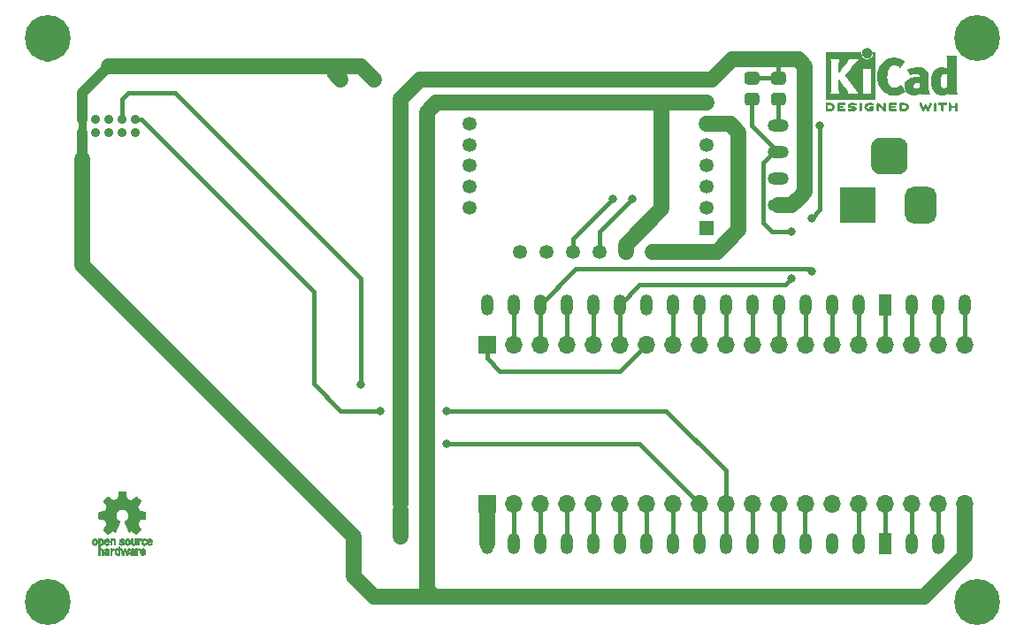
<source format=gtl>
G04 #@! TF.GenerationSoftware,KiCad,Pcbnew,5.1.10*
G04 #@! TF.CreationDate,2021-11-20T20:14:31+08:00*
G04 #@! TF.ProjectId,air_mon2,6169725f-6d6f-46e3-922e-6b696361645f,rev?*
G04 #@! TF.SameCoordinates,Original*
G04 #@! TF.FileFunction,Copper,L1,Top*
G04 #@! TF.FilePolarity,Positive*
%FSLAX46Y46*%
G04 Gerber Fmt 4.6, Leading zero omitted, Abs format (unit mm)*
G04 Created by KiCad (PCBNEW 5.1.10) date 2021-11-20 20:14:31*
%MOMM*%
%LPD*%
G01*
G04 APERTURE LIST*
G04 #@! TA.AperFunction,EtchedComponent*
%ADD10C,0.010000*%
G04 #@! TD*
G04 #@! TA.AperFunction,ComponentPad*
%ADD11R,3.500000X3.500000*%
G04 #@! TD*
G04 #@! TA.AperFunction,ComponentPad*
%ADD12O,2.000000X1.200000*%
G04 #@! TD*
G04 #@! TA.AperFunction,ComponentPad*
%ADD13C,1.350000*%
G04 #@! TD*
G04 #@! TA.AperFunction,ComponentPad*
%ADD14R,1.350000X1.350000*%
G04 #@! TD*
G04 #@! TA.AperFunction,ComponentPad*
%ADD15O,1.700000X1.700000*%
G04 #@! TD*
G04 #@! TA.AperFunction,ComponentPad*
%ADD16R,1.700000X1.700000*%
G04 #@! TD*
G04 #@! TA.AperFunction,ComponentPad*
%ADD17C,4.400000*%
G04 #@! TD*
G04 #@! TA.AperFunction,ComponentPad*
%ADD18O,1.200000X2.000000*%
G04 #@! TD*
G04 #@! TA.AperFunction,ComponentPad*
%ADD19R,1.200000X2.000000*%
G04 #@! TD*
G04 #@! TA.AperFunction,ComponentPad*
%ADD20C,0.870000*%
G04 #@! TD*
G04 #@! TA.AperFunction,ViaPad*
%ADD21C,0.800000*%
G04 #@! TD*
G04 #@! TA.AperFunction,Conductor*
%ADD22C,0.800000*%
G04 #@! TD*
G04 #@! TA.AperFunction,Conductor*
%ADD23C,1.500000*%
G04 #@! TD*
G04 #@! TA.AperFunction,Conductor*
%ADD24C,1.000000*%
G04 #@! TD*
G04 #@! TA.AperFunction,Conductor*
%ADD25C,0.400000*%
G04 #@! TD*
G04 APERTURE END LIST*
D10*
G36*
X169388823Y-67314534D02*
G01*
X169420202Y-67336777D01*
X169447911Y-67364486D01*
X169447911Y-67673921D01*
X169447838Y-67765800D01*
X169447495Y-67837841D01*
X169446692Y-67892781D01*
X169445241Y-67933361D01*
X169442952Y-67962318D01*
X169439636Y-67982392D01*
X169435105Y-67996322D01*
X169429169Y-68006846D01*
X169424514Y-68013101D01*
X169393783Y-68037674D01*
X169358496Y-68040342D01*
X169326245Y-68025272D01*
X169315588Y-68016375D01*
X169308464Y-68004558D01*
X169304167Y-67985527D01*
X169301991Y-67954993D01*
X169301228Y-67908663D01*
X169301155Y-67872872D01*
X169301155Y-67738046D01*
X168804444Y-67738046D01*
X168804444Y-67860701D01*
X168803931Y-67916788D01*
X168801876Y-67955334D01*
X168797508Y-67981362D01*
X168790056Y-67999898D01*
X168781047Y-68013101D01*
X168750144Y-68037605D01*
X168715196Y-68040507D01*
X168681738Y-68023090D01*
X168672604Y-68013960D01*
X168666152Y-68001856D01*
X168661897Y-67983002D01*
X168659352Y-67953621D01*
X168658029Y-67909938D01*
X168657443Y-67848176D01*
X168657375Y-67834001D01*
X168656891Y-67717632D01*
X168656641Y-67621728D01*
X168656723Y-67544178D01*
X168657231Y-67482870D01*
X168658262Y-67435691D01*
X168659913Y-67400531D01*
X168662279Y-67375277D01*
X168665457Y-67357818D01*
X168669544Y-67346042D01*
X168674634Y-67337836D01*
X168680266Y-67331646D01*
X168712128Y-67311845D01*
X168745357Y-67314534D01*
X168776735Y-67336777D01*
X168789433Y-67351127D01*
X168797526Y-67366979D01*
X168802042Y-67389555D01*
X168804006Y-67424079D01*
X168804444Y-67475777D01*
X168804444Y-67591290D01*
X169301155Y-67591290D01*
X169301155Y-67472757D01*
X169301662Y-67418149D01*
X169303698Y-67381276D01*
X169308035Y-67357308D01*
X169315447Y-67341416D01*
X169323733Y-67331646D01*
X169355594Y-67311845D01*
X169388823Y-67314534D01*
G37*
X169388823Y-67314534D02*
X169420202Y-67336777D01*
X169447911Y-67364486D01*
X169447911Y-67673921D01*
X169447838Y-67765800D01*
X169447495Y-67837841D01*
X169446692Y-67892781D01*
X169445241Y-67933361D01*
X169442952Y-67962318D01*
X169439636Y-67982392D01*
X169435105Y-67996322D01*
X169429169Y-68006846D01*
X169424514Y-68013101D01*
X169393783Y-68037674D01*
X169358496Y-68040342D01*
X169326245Y-68025272D01*
X169315588Y-68016375D01*
X169308464Y-68004558D01*
X169304167Y-67985527D01*
X169301991Y-67954993D01*
X169301228Y-67908663D01*
X169301155Y-67872872D01*
X169301155Y-67738046D01*
X168804444Y-67738046D01*
X168804444Y-67860701D01*
X168803931Y-67916788D01*
X168801876Y-67955334D01*
X168797508Y-67981362D01*
X168790056Y-67999898D01*
X168781047Y-68013101D01*
X168750144Y-68037605D01*
X168715196Y-68040507D01*
X168681738Y-68023090D01*
X168672604Y-68013960D01*
X168666152Y-68001856D01*
X168661897Y-67983002D01*
X168659352Y-67953621D01*
X168658029Y-67909938D01*
X168657443Y-67848176D01*
X168657375Y-67834001D01*
X168656891Y-67717632D01*
X168656641Y-67621728D01*
X168656723Y-67544178D01*
X168657231Y-67482870D01*
X168658262Y-67435691D01*
X168659913Y-67400531D01*
X168662279Y-67375277D01*
X168665457Y-67357818D01*
X168669544Y-67346042D01*
X168674634Y-67337836D01*
X168680266Y-67331646D01*
X168712128Y-67311845D01*
X168745357Y-67314534D01*
X168776735Y-67336777D01*
X168789433Y-67351127D01*
X168797526Y-67366979D01*
X168802042Y-67389555D01*
X168804006Y-67424079D01*
X168804444Y-67475777D01*
X168804444Y-67591290D01*
X169301155Y-67591290D01*
X169301155Y-67472757D01*
X169301662Y-67418149D01*
X169303698Y-67381276D01*
X169308035Y-67357308D01*
X169315447Y-67341416D01*
X169323733Y-67331646D01*
X169355594Y-67311845D01*
X169388823Y-67314534D01*
G36*
X168123065Y-67309164D02*
G01*
X168201772Y-67309543D01*
X168262863Y-67310334D01*
X168308817Y-67311671D01*
X168342114Y-67313684D01*
X168365236Y-67316507D01*
X168380662Y-67320270D01*
X168390871Y-67325106D01*
X168395813Y-67328823D01*
X168421457Y-67361359D01*
X168424559Y-67395139D01*
X168408711Y-67425827D01*
X168398348Y-67438090D01*
X168387196Y-67446451D01*
X168371035Y-67451658D01*
X168345642Y-67454458D01*
X168306798Y-67455597D01*
X168250280Y-67455822D01*
X168239180Y-67455823D01*
X168093244Y-67455823D01*
X168093244Y-67726757D01*
X168093148Y-67812155D01*
X168092711Y-67877865D01*
X168091712Y-67926775D01*
X168089928Y-67961774D01*
X168087137Y-67985750D01*
X168083117Y-68001594D01*
X168077645Y-68012192D01*
X168070666Y-68020268D01*
X168037734Y-68040113D01*
X168003354Y-68038549D01*
X167972176Y-68015907D01*
X167969886Y-68013101D01*
X167962429Y-68002493D01*
X167956747Y-67990082D01*
X167952601Y-67972851D01*
X167949750Y-67947785D01*
X167947954Y-67911868D01*
X167946972Y-67862084D01*
X167946564Y-67795418D01*
X167946489Y-67719590D01*
X167946489Y-67455823D01*
X167807127Y-67455823D01*
X167747322Y-67455419D01*
X167705918Y-67453841D01*
X167678748Y-67450548D01*
X167661646Y-67444993D01*
X167650443Y-67436632D01*
X167649083Y-67435179D01*
X167632725Y-67401940D01*
X167634172Y-67364363D01*
X167652978Y-67331646D01*
X167660250Y-67325299D01*
X167669627Y-67320267D01*
X167683609Y-67316397D01*
X167704696Y-67313538D01*
X167735389Y-67311536D01*
X167778189Y-67310240D01*
X167835595Y-67309499D01*
X167910110Y-67309159D01*
X168004233Y-67309069D01*
X168024260Y-67309068D01*
X168123065Y-67309164D01*
G37*
X168123065Y-67309164D02*
X168201772Y-67309543D01*
X168262863Y-67310334D01*
X168308817Y-67311671D01*
X168342114Y-67313684D01*
X168365236Y-67316507D01*
X168380662Y-67320270D01*
X168390871Y-67325106D01*
X168395813Y-67328823D01*
X168421457Y-67361359D01*
X168424559Y-67395139D01*
X168408711Y-67425827D01*
X168398348Y-67438090D01*
X168387196Y-67446451D01*
X168371035Y-67451658D01*
X168345642Y-67454458D01*
X168306798Y-67455597D01*
X168250280Y-67455822D01*
X168239180Y-67455823D01*
X168093244Y-67455823D01*
X168093244Y-67726757D01*
X168093148Y-67812155D01*
X168092711Y-67877865D01*
X168091712Y-67926775D01*
X168089928Y-67961774D01*
X168087137Y-67985750D01*
X168083117Y-68001594D01*
X168077645Y-68012192D01*
X168070666Y-68020268D01*
X168037734Y-68040113D01*
X168003354Y-68038549D01*
X167972176Y-68015907D01*
X167969886Y-68013101D01*
X167962429Y-68002493D01*
X167956747Y-67990082D01*
X167952601Y-67972851D01*
X167949750Y-67947785D01*
X167947954Y-67911868D01*
X167946972Y-67862084D01*
X167946564Y-67795418D01*
X167946489Y-67719590D01*
X167946489Y-67455823D01*
X167807127Y-67455823D01*
X167747322Y-67455419D01*
X167705918Y-67453841D01*
X167678748Y-67450548D01*
X167661646Y-67444993D01*
X167650443Y-67436632D01*
X167649083Y-67435179D01*
X167632725Y-67401940D01*
X167634172Y-67364363D01*
X167652978Y-67331646D01*
X167660250Y-67325299D01*
X167669627Y-67320267D01*
X167683609Y-67316397D01*
X167704696Y-67313538D01*
X167735389Y-67311536D01*
X167778189Y-67310240D01*
X167835595Y-67309499D01*
X167910110Y-67309159D01*
X168004233Y-67309069D01*
X168024260Y-67309068D01*
X168123065Y-67309164D01*
G36*
X167348614Y-67315878D02*
G01*
X167372327Y-67330648D01*
X167398978Y-67352228D01*
X167398978Y-67673774D01*
X167398893Y-67767831D01*
X167398529Y-67841933D01*
X167397724Y-67898705D01*
X167396313Y-67940769D01*
X167394133Y-67970749D01*
X167391021Y-67991268D01*
X167386814Y-68004950D01*
X167381348Y-68014417D01*
X167377472Y-68019083D01*
X167346034Y-68039576D01*
X167310233Y-68038740D01*
X167278873Y-68021265D01*
X167252222Y-67999685D01*
X167252222Y-67352228D01*
X167278873Y-67330648D01*
X167304594Y-67314950D01*
X167325600Y-67309068D01*
X167348614Y-67315878D01*
G37*
X167348614Y-67315878D02*
X167372327Y-67330648D01*
X167398978Y-67352228D01*
X167398978Y-67673774D01*
X167398893Y-67767831D01*
X167398529Y-67841933D01*
X167397724Y-67898705D01*
X167396313Y-67940769D01*
X167394133Y-67970749D01*
X167391021Y-67991268D01*
X167386814Y-68004950D01*
X167381348Y-68014417D01*
X167377472Y-68019083D01*
X167346034Y-68039576D01*
X167310233Y-68038740D01*
X167278873Y-68021265D01*
X167252222Y-67999685D01*
X167252222Y-67352228D01*
X167278873Y-67330648D01*
X167304594Y-67314950D01*
X167325600Y-67309068D01*
X167348614Y-67315878D01*
G36*
X166904665Y-67311035D02*
G01*
X166924255Y-67318036D01*
X166925010Y-67318378D01*
X166951613Y-67338679D01*
X166966270Y-67359562D01*
X166969138Y-67369353D01*
X166968996Y-67382362D01*
X166964961Y-67400896D01*
X166956146Y-67427258D01*
X166941669Y-67463753D01*
X166920645Y-67512688D01*
X166892188Y-67576366D01*
X166855415Y-67657094D01*
X166835175Y-67701217D01*
X166798625Y-67779986D01*
X166764315Y-67852424D01*
X166733552Y-67915881D01*
X166707648Y-67967709D01*
X166687910Y-68005260D01*
X166675650Y-68025885D01*
X166673224Y-68028734D01*
X166642183Y-68041303D01*
X166607121Y-68039620D01*
X166579000Y-68024333D01*
X166577854Y-68023090D01*
X166566668Y-68006155D01*
X166547904Y-67973171D01*
X166523875Y-67928381D01*
X166496897Y-67876033D01*
X166487201Y-67856743D01*
X166414014Y-67710151D01*
X166334240Y-67869394D01*
X166305767Y-67924416D01*
X166279350Y-67972133D01*
X166257148Y-68008894D01*
X166241319Y-68031045D01*
X166235954Y-68035742D01*
X166194257Y-68042103D01*
X166159849Y-68028734D01*
X166149728Y-68014447D01*
X166132214Y-67982693D01*
X166108735Y-67936598D01*
X166080720Y-67879286D01*
X166049599Y-67813881D01*
X166016799Y-67743508D01*
X165983750Y-67671292D01*
X165951881Y-67600356D01*
X165922619Y-67533826D01*
X165897395Y-67474827D01*
X165877636Y-67426482D01*
X165864772Y-67391916D01*
X165860231Y-67374254D01*
X165860277Y-67373614D01*
X165871326Y-67351389D01*
X165893410Y-67328754D01*
X165894710Y-67327769D01*
X165921853Y-67312426D01*
X165946958Y-67312575D01*
X165956368Y-67315467D01*
X165967834Y-67321719D01*
X165980010Y-67334015D01*
X165994357Y-67354909D01*
X166012336Y-67386950D01*
X166035407Y-67432689D01*
X166065030Y-67494678D01*
X166091745Y-67551899D01*
X166122480Y-67618227D01*
X166150021Y-67677875D01*
X166172938Y-67727726D01*
X166189798Y-67764665D01*
X166199173Y-67785574D01*
X166200540Y-67788846D01*
X166206689Y-67783498D01*
X166220822Y-67761110D01*
X166241057Y-67724947D01*
X166265515Y-67678278D01*
X166275248Y-67659023D01*
X166308217Y-67594005D01*
X166333643Y-67546655D01*
X166353612Y-67514220D01*
X166370210Y-67493947D01*
X166385524Y-67483083D01*
X166401640Y-67478876D01*
X166412143Y-67478401D01*
X166430670Y-67480043D01*
X166446904Y-67486832D01*
X166463035Y-67501567D01*
X166481251Y-67527045D01*
X166503739Y-67566062D01*
X166532689Y-67621415D01*
X166548662Y-67652904D01*
X166574570Y-67703088D01*
X166597167Y-67744705D01*
X166614458Y-67774243D01*
X166624450Y-67788190D01*
X166625809Y-67788771D01*
X166632261Y-67777794D01*
X166646708Y-67749291D01*
X166667703Y-67706245D01*
X166693797Y-67651639D01*
X166723546Y-67588455D01*
X166738180Y-67557072D01*
X166776250Y-67476079D01*
X166806905Y-67413757D01*
X166831737Y-67368072D01*
X166852337Y-67336990D01*
X166870298Y-67318479D01*
X166887210Y-67310505D01*
X166904665Y-67311035D01*
G37*
X166904665Y-67311035D02*
X166924255Y-67318036D01*
X166925010Y-67318378D01*
X166951613Y-67338679D01*
X166966270Y-67359562D01*
X166969138Y-67369353D01*
X166968996Y-67382362D01*
X166964961Y-67400896D01*
X166956146Y-67427258D01*
X166941669Y-67463753D01*
X166920645Y-67512688D01*
X166892188Y-67576366D01*
X166855415Y-67657094D01*
X166835175Y-67701217D01*
X166798625Y-67779986D01*
X166764315Y-67852424D01*
X166733552Y-67915881D01*
X166707648Y-67967709D01*
X166687910Y-68005260D01*
X166675650Y-68025885D01*
X166673224Y-68028734D01*
X166642183Y-68041303D01*
X166607121Y-68039620D01*
X166579000Y-68024333D01*
X166577854Y-68023090D01*
X166566668Y-68006155D01*
X166547904Y-67973171D01*
X166523875Y-67928381D01*
X166496897Y-67876033D01*
X166487201Y-67856743D01*
X166414014Y-67710151D01*
X166334240Y-67869394D01*
X166305767Y-67924416D01*
X166279350Y-67972133D01*
X166257148Y-68008894D01*
X166241319Y-68031045D01*
X166235954Y-68035742D01*
X166194257Y-68042103D01*
X166159849Y-68028734D01*
X166149728Y-68014447D01*
X166132214Y-67982693D01*
X166108735Y-67936598D01*
X166080720Y-67879286D01*
X166049599Y-67813881D01*
X166016799Y-67743508D01*
X165983750Y-67671292D01*
X165951881Y-67600356D01*
X165922619Y-67533826D01*
X165897395Y-67474827D01*
X165877636Y-67426482D01*
X165864772Y-67391916D01*
X165860231Y-67374254D01*
X165860277Y-67373614D01*
X165871326Y-67351389D01*
X165893410Y-67328754D01*
X165894710Y-67327769D01*
X165921853Y-67312426D01*
X165946958Y-67312575D01*
X165956368Y-67315467D01*
X165967834Y-67321719D01*
X165980010Y-67334015D01*
X165994357Y-67354909D01*
X166012336Y-67386950D01*
X166035407Y-67432689D01*
X166065030Y-67494678D01*
X166091745Y-67551899D01*
X166122480Y-67618227D01*
X166150021Y-67677875D01*
X166172938Y-67727726D01*
X166189798Y-67764665D01*
X166199173Y-67785574D01*
X166200540Y-67788846D01*
X166206689Y-67783498D01*
X166220822Y-67761110D01*
X166241057Y-67724947D01*
X166265515Y-67678278D01*
X166275248Y-67659023D01*
X166308217Y-67594005D01*
X166333643Y-67546655D01*
X166353612Y-67514220D01*
X166370210Y-67493947D01*
X166385524Y-67483083D01*
X166401640Y-67478876D01*
X166412143Y-67478401D01*
X166430670Y-67480043D01*
X166446904Y-67486832D01*
X166463035Y-67501567D01*
X166481251Y-67527045D01*
X166503739Y-67566062D01*
X166532689Y-67621415D01*
X166548662Y-67652904D01*
X166574570Y-67703088D01*
X166597167Y-67744705D01*
X166614458Y-67774243D01*
X166624450Y-67788190D01*
X166625809Y-67788771D01*
X166632261Y-67777794D01*
X166646708Y-67749291D01*
X166667703Y-67706245D01*
X166693797Y-67651639D01*
X166723546Y-67588455D01*
X166738180Y-67557072D01*
X166776250Y-67476079D01*
X166806905Y-67413757D01*
X166831737Y-67368072D01*
X166852337Y-67336990D01*
X166870298Y-67318479D01*
X166887210Y-67310505D01*
X166904665Y-67311035D01*
G36*
X164178309Y-67309276D02*
G01*
X164307288Y-67313637D01*
X164416991Y-67326862D01*
X164509226Y-67349742D01*
X164585802Y-67383071D01*
X164648527Y-67427639D01*
X164699212Y-67484237D01*
X164739663Y-67553659D01*
X164740459Y-67555352D01*
X164764601Y-67617484D01*
X164773203Y-67672510D01*
X164766231Y-67727888D01*
X164743654Y-67791074D01*
X164739372Y-67800690D01*
X164710172Y-67856967D01*
X164677356Y-67900452D01*
X164635002Y-67937418D01*
X164577190Y-67974136D01*
X164573831Y-67976053D01*
X164523504Y-68000228D01*
X164466621Y-68018283D01*
X164399527Y-68030840D01*
X164318565Y-68038523D01*
X164220082Y-68041954D01*
X164185286Y-68042252D01*
X164019594Y-68042846D01*
X163996197Y-68013101D01*
X163989257Y-68003320D01*
X163983842Y-67991898D01*
X163979765Y-67976096D01*
X163976837Y-67953176D01*
X163974867Y-67920397D01*
X163974225Y-67896090D01*
X164130844Y-67896090D01*
X164224726Y-67896090D01*
X164279664Y-67894484D01*
X164336060Y-67890256D01*
X164382345Y-67884293D01*
X164385139Y-67883791D01*
X164467348Y-67861737D01*
X164531114Y-67828601D01*
X164578452Y-67782848D01*
X164611382Y-67722940D01*
X164617108Y-67707062D01*
X164622721Y-67682334D01*
X164620291Y-67657903D01*
X164608467Y-67625401D01*
X164601340Y-67609435D01*
X164578000Y-67567007D01*
X164549880Y-67537241D01*
X164518940Y-67516512D01*
X164456966Y-67489538D01*
X164377651Y-67469999D01*
X164285253Y-67458747D01*
X164218333Y-67456271D01*
X164130844Y-67455823D01*
X164130844Y-67896090D01*
X163974225Y-67896090D01*
X163973668Y-67875022D01*
X163973050Y-67814312D01*
X163972825Y-67735527D01*
X163972800Y-67673921D01*
X163972800Y-67364486D01*
X164000509Y-67336777D01*
X164012806Y-67325545D01*
X164026103Y-67317854D01*
X164044672Y-67313041D01*
X164072786Y-67310447D01*
X164114717Y-67309411D01*
X164174737Y-67309271D01*
X164178309Y-67309276D01*
G37*
X164178309Y-67309276D02*
X164307288Y-67313637D01*
X164416991Y-67326862D01*
X164509226Y-67349742D01*
X164585802Y-67383071D01*
X164648527Y-67427639D01*
X164699212Y-67484237D01*
X164739663Y-67553659D01*
X164740459Y-67555352D01*
X164764601Y-67617484D01*
X164773203Y-67672510D01*
X164766231Y-67727888D01*
X164743654Y-67791074D01*
X164739372Y-67800690D01*
X164710172Y-67856967D01*
X164677356Y-67900452D01*
X164635002Y-67937418D01*
X164577190Y-67974136D01*
X164573831Y-67976053D01*
X164523504Y-68000228D01*
X164466621Y-68018283D01*
X164399527Y-68030840D01*
X164318565Y-68038523D01*
X164220082Y-68041954D01*
X164185286Y-68042252D01*
X164019594Y-68042846D01*
X163996197Y-68013101D01*
X163989257Y-68003320D01*
X163983842Y-67991898D01*
X163979765Y-67976096D01*
X163976837Y-67953176D01*
X163974867Y-67920397D01*
X163974225Y-67896090D01*
X164130844Y-67896090D01*
X164224726Y-67896090D01*
X164279664Y-67894484D01*
X164336060Y-67890256D01*
X164382345Y-67884293D01*
X164385139Y-67883791D01*
X164467348Y-67861737D01*
X164531114Y-67828601D01*
X164578452Y-67782848D01*
X164611382Y-67722940D01*
X164617108Y-67707062D01*
X164622721Y-67682334D01*
X164620291Y-67657903D01*
X164608467Y-67625401D01*
X164601340Y-67609435D01*
X164578000Y-67567007D01*
X164549880Y-67537241D01*
X164518940Y-67516512D01*
X164456966Y-67489538D01*
X164377651Y-67469999D01*
X164285253Y-67458747D01*
X164218333Y-67456271D01*
X164130844Y-67455823D01*
X164130844Y-67896090D01*
X163974225Y-67896090D01*
X163973668Y-67875022D01*
X163973050Y-67814312D01*
X163972825Y-67735527D01*
X163972800Y-67673921D01*
X163972800Y-67364486D01*
X164000509Y-67336777D01*
X164012806Y-67325545D01*
X164026103Y-67317854D01*
X164044672Y-67313041D01*
X164072786Y-67310447D01*
X164114717Y-67309411D01*
X164174737Y-67309271D01*
X164178309Y-67309276D01*
G36*
X163390343Y-67309261D02*
G01*
X163466701Y-67310175D01*
X163525217Y-67312312D01*
X163568255Y-67316176D01*
X163598183Y-67322268D01*
X163617368Y-67331091D01*
X163628176Y-67343147D01*
X163632973Y-67358940D01*
X163634127Y-67378971D01*
X163634133Y-67381336D01*
X163633131Y-67403993D01*
X163628396Y-67421504D01*
X163617333Y-67434575D01*
X163597348Y-67443914D01*
X163565846Y-67450228D01*
X163520232Y-67454223D01*
X163457913Y-67456607D01*
X163376293Y-67458087D01*
X163351277Y-67458415D01*
X163109200Y-67461468D01*
X163105814Y-67526379D01*
X163102429Y-67591290D01*
X163270576Y-67591290D01*
X163336266Y-67591532D01*
X163383172Y-67592557D01*
X163415083Y-67594812D01*
X163435791Y-67598743D01*
X163449084Y-67604799D01*
X163458755Y-67613425D01*
X163458817Y-67613494D01*
X163476356Y-67647113D01*
X163475722Y-67683449D01*
X163457314Y-67714424D01*
X163453671Y-67717608D01*
X163440741Y-67725813D01*
X163423024Y-67731522D01*
X163396570Y-67735163D01*
X163357432Y-67737168D01*
X163301662Y-67737965D01*
X163265994Y-67738046D01*
X163103555Y-67738046D01*
X163103555Y-67896090D01*
X163350161Y-67896090D01*
X163431580Y-67896232D01*
X163493410Y-67896815D01*
X163538637Y-67898069D01*
X163570248Y-67900228D01*
X163591231Y-67903524D01*
X163604573Y-67908190D01*
X163613261Y-67914458D01*
X163615450Y-67916734D01*
X163631614Y-67948281D01*
X163632797Y-67984169D01*
X163619536Y-68015286D01*
X163609043Y-68025272D01*
X163598129Y-68030770D01*
X163581217Y-68035023D01*
X163555633Y-68038181D01*
X163518701Y-68040393D01*
X163467746Y-68041807D01*
X163400094Y-68042573D01*
X163313069Y-68042839D01*
X163293394Y-68042846D01*
X163204911Y-68042788D01*
X163136227Y-68042468D01*
X163084564Y-68041668D01*
X163047145Y-68040168D01*
X163021190Y-68037750D01*
X163003922Y-68034195D01*
X162992562Y-68029283D01*
X162984332Y-68022796D01*
X162979817Y-68018139D01*
X162973021Y-68009890D01*
X162967712Y-67999670D01*
X162963706Y-67984801D01*
X162960821Y-67962603D01*
X162958874Y-67930394D01*
X162957681Y-67885497D01*
X162957061Y-67825229D01*
X162956829Y-67746912D01*
X162956800Y-67680995D01*
X162956871Y-67588629D01*
X162957208Y-67516118D01*
X162957998Y-67460738D01*
X162959426Y-67419766D01*
X162961679Y-67390479D01*
X162964943Y-67370154D01*
X162969404Y-67356067D01*
X162975248Y-67345496D01*
X162980197Y-67338812D01*
X163003594Y-67309068D01*
X163293774Y-67309068D01*
X163390343Y-67309261D01*
G37*
X163390343Y-67309261D02*
X163466701Y-67310175D01*
X163525217Y-67312312D01*
X163568255Y-67316176D01*
X163598183Y-67322268D01*
X163617368Y-67331091D01*
X163628176Y-67343147D01*
X163632973Y-67358940D01*
X163634127Y-67378971D01*
X163634133Y-67381336D01*
X163633131Y-67403993D01*
X163628396Y-67421504D01*
X163617333Y-67434575D01*
X163597348Y-67443914D01*
X163565846Y-67450228D01*
X163520232Y-67454223D01*
X163457913Y-67456607D01*
X163376293Y-67458087D01*
X163351277Y-67458415D01*
X163109200Y-67461468D01*
X163105814Y-67526379D01*
X163102429Y-67591290D01*
X163270576Y-67591290D01*
X163336266Y-67591532D01*
X163383172Y-67592557D01*
X163415083Y-67594812D01*
X163435791Y-67598743D01*
X163449084Y-67604799D01*
X163458755Y-67613425D01*
X163458817Y-67613494D01*
X163476356Y-67647113D01*
X163475722Y-67683449D01*
X163457314Y-67714424D01*
X163453671Y-67717608D01*
X163440741Y-67725813D01*
X163423024Y-67731522D01*
X163396570Y-67735163D01*
X163357432Y-67737168D01*
X163301662Y-67737965D01*
X163265994Y-67738046D01*
X163103555Y-67738046D01*
X163103555Y-67896090D01*
X163350161Y-67896090D01*
X163431580Y-67896232D01*
X163493410Y-67896815D01*
X163538637Y-67898069D01*
X163570248Y-67900228D01*
X163591231Y-67903524D01*
X163604573Y-67908190D01*
X163613261Y-67914458D01*
X163615450Y-67916734D01*
X163631614Y-67948281D01*
X163632797Y-67984169D01*
X163619536Y-68015286D01*
X163609043Y-68025272D01*
X163598129Y-68030770D01*
X163581217Y-68035023D01*
X163555633Y-68038181D01*
X163518701Y-68040393D01*
X163467746Y-68041807D01*
X163400094Y-68042573D01*
X163313069Y-68042839D01*
X163293394Y-68042846D01*
X163204911Y-68042788D01*
X163136227Y-68042468D01*
X163084564Y-68041668D01*
X163047145Y-68040168D01*
X163021190Y-68037750D01*
X163003922Y-68034195D01*
X162992562Y-68029283D01*
X162984332Y-68022796D01*
X162979817Y-68018139D01*
X162973021Y-68009890D01*
X162967712Y-67999670D01*
X162963706Y-67984801D01*
X162960821Y-67962603D01*
X162958874Y-67930394D01*
X162957681Y-67885497D01*
X162957061Y-67825229D01*
X162956829Y-67746912D01*
X162956800Y-67680995D01*
X162956871Y-67588629D01*
X162957208Y-67516118D01*
X162957998Y-67460738D01*
X162959426Y-67419766D01*
X162961679Y-67390479D01*
X162964943Y-67370154D01*
X162969404Y-67356067D01*
X162975248Y-67345496D01*
X162980197Y-67338812D01*
X163003594Y-67309068D01*
X163293774Y-67309068D01*
X163390343Y-67309261D01*
G36*
X161859886Y-67313449D02*
G01*
X161883452Y-67327274D01*
X161914265Y-67349882D01*
X161953922Y-67382339D01*
X162004020Y-67425709D01*
X162066157Y-67481059D01*
X162141928Y-67549452D01*
X162228666Y-67628085D01*
X162409289Y-67791879D01*
X162414933Y-67572030D01*
X162416971Y-67496352D01*
X162418937Y-67439995D01*
X162421266Y-67399707D01*
X162424394Y-67372236D01*
X162428755Y-67354330D01*
X162434784Y-67342738D01*
X162442916Y-67334209D01*
X162447228Y-67330624D01*
X162481759Y-67311671D01*
X162514617Y-67314442D01*
X162540682Y-67330634D01*
X162567333Y-67352200D01*
X162570648Y-67667152D01*
X162571565Y-67759780D01*
X162572032Y-67832545D01*
X162571887Y-67888162D01*
X162570968Y-67929343D01*
X162569113Y-67958804D01*
X162566161Y-67979256D01*
X162561950Y-67993414D01*
X162556318Y-68003992D01*
X162550073Y-68012475D01*
X162536561Y-68028208D01*
X162523117Y-68038637D01*
X162507876Y-68042640D01*
X162488974Y-68039095D01*
X162464545Y-68026880D01*
X162432727Y-68004872D01*
X162391652Y-67971950D01*
X162339458Y-67926992D01*
X162274278Y-67868876D01*
X162200444Y-67802100D01*
X161935155Y-67561459D01*
X161929511Y-67780590D01*
X161927469Y-67856129D01*
X161925498Y-67912355D01*
X161923161Y-67952525D01*
X161920019Y-67979897D01*
X161915636Y-67997729D01*
X161909576Y-68009280D01*
X161901400Y-68017808D01*
X161897216Y-68021283D01*
X161860235Y-68040373D01*
X161825292Y-68037494D01*
X161794864Y-68013101D01*
X161787903Y-68003287D01*
X161782477Y-67991827D01*
X161778397Y-67975969D01*
X161775471Y-67952964D01*
X161773508Y-67920063D01*
X161772317Y-67874517D01*
X161771708Y-67813574D01*
X161771489Y-67734487D01*
X161771466Y-67675957D01*
X161771540Y-67584408D01*
X161771887Y-67512688D01*
X161772699Y-67458046D01*
X161774167Y-67417733D01*
X161776481Y-67388999D01*
X161779833Y-67369094D01*
X161784412Y-67355269D01*
X161790411Y-67344773D01*
X161794864Y-67338812D01*
X161806150Y-67324692D01*
X161816699Y-67314030D01*
X161828107Y-67307893D01*
X161841970Y-67307344D01*
X161859886Y-67313449D01*
G37*
X161859886Y-67313449D02*
X161883452Y-67327274D01*
X161914265Y-67349882D01*
X161953922Y-67382339D01*
X162004020Y-67425709D01*
X162066157Y-67481059D01*
X162141928Y-67549452D01*
X162228666Y-67628085D01*
X162409289Y-67791879D01*
X162414933Y-67572030D01*
X162416971Y-67496352D01*
X162418937Y-67439995D01*
X162421266Y-67399707D01*
X162424394Y-67372236D01*
X162428755Y-67354330D01*
X162434784Y-67342738D01*
X162442916Y-67334209D01*
X162447228Y-67330624D01*
X162481759Y-67311671D01*
X162514617Y-67314442D01*
X162540682Y-67330634D01*
X162567333Y-67352200D01*
X162570648Y-67667152D01*
X162571565Y-67759780D01*
X162572032Y-67832545D01*
X162571887Y-67888162D01*
X162570968Y-67929343D01*
X162569113Y-67958804D01*
X162566161Y-67979256D01*
X162561950Y-67993414D01*
X162556318Y-68003992D01*
X162550073Y-68012475D01*
X162536561Y-68028208D01*
X162523117Y-68038637D01*
X162507876Y-68042640D01*
X162488974Y-68039095D01*
X162464545Y-68026880D01*
X162432727Y-68004872D01*
X162391652Y-67971950D01*
X162339458Y-67926992D01*
X162274278Y-67868876D01*
X162200444Y-67802100D01*
X161935155Y-67561459D01*
X161929511Y-67780590D01*
X161927469Y-67856129D01*
X161925498Y-67912355D01*
X161923161Y-67952525D01*
X161920019Y-67979897D01*
X161915636Y-67997729D01*
X161909576Y-68009280D01*
X161901400Y-68017808D01*
X161897216Y-68021283D01*
X161860235Y-68040373D01*
X161825292Y-68037494D01*
X161794864Y-68013101D01*
X161787903Y-68003287D01*
X161782477Y-67991827D01*
X161778397Y-67975969D01*
X161775471Y-67952964D01*
X161773508Y-67920063D01*
X161772317Y-67874517D01*
X161771708Y-67813574D01*
X161771489Y-67734487D01*
X161771466Y-67675957D01*
X161771540Y-67584408D01*
X161771887Y-67512688D01*
X161772699Y-67458046D01*
X161774167Y-67417733D01*
X161776481Y-67388999D01*
X161779833Y-67369094D01*
X161784412Y-67355269D01*
X161790411Y-67344773D01*
X161794864Y-67338812D01*
X161806150Y-67324692D01*
X161816699Y-67314030D01*
X161828107Y-67307893D01*
X161841970Y-67307344D01*
X161859886Y-67313449D01*
G36*
X161209919Y-67314600D02*
G01*
X161278435Y-67326096D01*
X161331057Y-67343968D01*
X161365292Y-67367500D01*
X161374621Y-67380925D01*
X161384107Y-67412149D01*
X161377723Y-67440396D01*
X161357570Y-67467183D01*
X161326255Y-67479714D01*
X161280817Y-67478697D01*
X161245674Y-67471907D01*
X161167581Y-67458972D01*
X161087774Y-67457743D01*
X160998445Y-67468242D01*
X160973771Y-67472691D01*
X160890709Y-67496109D01*
X160825727Y-67530946D01*
X160779539Y-67576605D01*
X160752855Y-67632495D01*
X160747337Y-67661389D01*
X160750949Y-67720013D01*
X160774271Y-67771880D01*
X160815176Y-67815979D01*
X160871541Y-67851300D01*
X160941240Y-67876830D01*
X161022148Y-67891560D01*
X161112140Y-67894479D01*
X161209090Y-67884576D01*
X161214564Y-67883642D01*
X161253125Y-67876460D01*
X161274506Y-67869522D01*
X161283773Y-67859228D01*
X161285994Y-67841977D01*
X161286044Y-67832842D01*
X161286044Y-67794490D01*
X161217569Y-67794490D01*
X161157100Y-67790348D01*
X161115835Y-67777148D01*
X161091825Y-67753731D01*
X161083123Y-67718937D01*
X161083017Y-67714395D01*
X161088108Y-67684655D01*
X161105567Y-67663420D01*
X161138061Y-67649367D01*
X161188257Y-67641174D01*
X161236877Y-67638162D01*
X161307544Y-67636434D01*
X161358802Y-67639071D01*
X161393761Y-67648801D01*
X161415530Y-67668354D01*
X161427220Y-67700457D01*
X161431940Y-67747839D01*
X161432800Y-67810072D01*
X161431391Y-67879536D01*
X161427152Y-67926787D01*
X161420064Y-67952013D01*
X161418689Y-67953989D01*
X161379772Y-67985509D01*
X161322714Y-68010471D01*
X161251131Y-68028341D01*
X161168642Y-68038587D01*
X161078861Y-68040674D01*
X160985408Y-68034069D01*
X160930444Y-68025957D01*
X160844234Y-68001555D01*
X160764108Y-67961663D01*
X160697023Y-67909888D01*
X160686827Y-67899540D01*
X160653698Y-67856036D01*
X160623806Y-67802119D01*
X160600643Y-67745593D01*
X160587702Y-67694260D01*
X160586142Y-67674545D01*
X160592782Y-67633420D01*
X160610432Y-67582253D01*
X160635703Y-67528395D01*
X160665211Y-67479196D01*
X160691281Y-67446335D01*
X160752235Y-67397453D01*
X160831031Y-67358546D01*
X160924843Y-67330495D01*
X161030850Y-67314180D01*
X161128000Y-67310193D01*
X161209919Y-67314600D01*
G37*
X161209919Y-67314600D02*
X161278435Y-67326096D01*
X161331057Y-67343968D01*
X161365292Y-67367500D01*
X161374621Y-67380925D01*
X161384107Y-67412149D01*
X161377723Y-67440396D01*
X161357570Y-67467183D01*
X161326255Y-67479714D01*
X161280817Y-67478697D01*
X161245674Y-67471907D01*
X161167581Y-67458972D01*
X161087774Y-67457743D01*
X160998445Y-67468242D01*
X160973771Y-67472691D01*
X160890709Y-67496109D01*
X160825727Y-67530946D01*
X160779539Y-67576605D01*
X160752855Y-67632495D01*
X160747337Y-67661389D01*
X160750949Y-67720013D01*
X160774271Y-67771880D01*
X160815176Y-67815979D01*
X160871541Y-67851300D01*
X160941240Y-67876830D01*
X161022148Y-67891560D01*
X161112140Y-67894479D01*
X161209090Y-67884576D01*
X161214564Y-67883642D01*
X161253125Y-67876460D01*
X161274506Y-67869522D01*
X161283773Y-67859228D01*
X161285994Y-67841977D01*
X161286044Y-67832842D01*
X161286044Y-67794490D01*
X161217569Y-67794490D01*
X161157100Y-67790348D01*
X161115835Y-67777148D01*
X161091825Y-67753731D01*
X161083123Y-67718937D01*
X161083017Y-67714395D01*
X161088108Y-67684655D01*
X161105567Y-67663420D01*
X161138061Y-67649367D01*
X161188257Y-67641174D01*
X161236877Y-67638162D01*
X161307544Y-67636434D01*
X161358802Y-67639071D01*
X161393761Y-67648801D01*
X161415530Y-67668354D01*
X161427220Y-67700457D01*
X161431940Y-67747839D01*
X161432800Y-67810072D01*
X161431391Y-67879536D01*
X161427152Y-67926787D01*
X161420064Y-67952013D01*
X161418689Y-67953989D01*
X161379772Y-67985509D01*
X161322714Y-68010471D01*
X161251131Y-68028341D01*
X161168642Y-68038587D01*
X161078861Y-68040674D01*
X160985408Y-68034069D01*
X160930444Y-68025957D01*
X160844234Y-68001555D01*
X160764108Y-67961663D01*
X160697023Y-67909888D01*
X160686827Y-67899540D01*
X160653698Y-67856036D01*
X160623806Y-67802119D01*
X160600643Y-67745593D01*
X160587702Y-67694260D01*
X160586142Y-67674545D01*
X160592782Y-67633420D01*
X160610432Y-67582253D01*
X160635703Y-67528395D01*
X160665211Y-67479196D01*
X160691281Y-67446335D01*
X160752235Y-67397453D01*
X160831031Y-67358546D01*
X160924843Y-67330495D01*
X161030850Y-67314180D01*
X161128000Y-67310193D01*
X161209919Y-67314600D01*
G36*
X160236178Y-67331646D02*
G01*
X160242758Y-67339219D01*
X160247921Y-67348988D01*
X160251836Y-67363572D01*
X160254676Y-67385586D01*
X160256613Y-67417649D01*
X160257817Y-67462376D01*
X160258461Y-67522386D01*
X160258716Y-67600295D01*
X160258755Y-67675957D01*
X160258686Y-67769803D01*
X160258362Y-67843690D01*
X160257614Y-67900233D01*
X160256268Y-67942050D01*
X160254154Y-67971758D01*
X160251100Y-67991974D01*
X160246934Y-68005315D01*
X160241484Y-68014399D01*
X160236178Y-68020268D01*
X160203174Y-68039948D01*
X160168009Y-68038182D01*
X160136545Y-68016718D01*
X160129316Y-68008338D01*
X160123666Y-67998615D01*
X160119401Y-67984862D01*
X160116327Y-67964390D01*
X160114248Y-67934513D01*
X160112970Y-67892542D01*
X160112299Y-67835790D01*
X160112041Y-67761568D01*
X160112000Y-67677538D01*
X160112000Y-67364486D01*
X160139709Y-67336777D01*
X160173863Y-67313464D01*
X160206994Y-67312624D01*
X160236178Y-67331646D01*
G37*
X160236178Y-67331646D02*
X160242758Y-67339219D01*
X160247921Y-67348988D01*
X160251836Y-67363572D01*
X160254676Y-67385586D01*
X160256613Y-67417649D01*
X160257817Y-67462376D01*
X160258461Y-67522386D01*
X160258716Y-67600295D01*
X160258755Y-67675957D01*
X160258686Y-67769803D01*
X160258362Y-67843690D01*
X160257614Y-67900233D01*
X160256268Y-67942050D01*
X160254154Y-67971758D01*
X160251100Y-67991974D01*
X160246934Y-68005315D01*
X160241484Y-68014399D01*
X160236178Y-68020268D01*
X160203174Y-68039948D01*
X160168009Y-68038182D01*
X160136545Y-68016718D01*
X160129316Y-68008338D01*
X160123666Y-67998615D01*
X160119401Y-67984862D01*
X160116327Y-67964390D01*
X160114248Y-67934513D01*
X160112970Y-67892542D01*
X160112299Y-67835790D01*
X160112041Y-67761568D01*
X160112000Y-67677538D01*
X160112000Y-67364486D01*
X160139709Y-67336777D01*
X160173863Y-67313464D01*
X160206994Y-67312624D01*
X160236178Y-67331646D01*
G36*
X159468297Y-67310352D02*
G01*
X159543112Y-67315582D01*
X159612694Y-67323751D01*
X159672998Y-67334551D01*
X159719980Y-67347674D01*
X159749594Y-67362814D01*
X159754140Y-67367270D01*
X159769946Y-67401851D01*
X159765153Y-67437352D01*
X159740636Y-67467726D01*
X159739466Y-67468597D01*
X159725046Y-67477955D01*
X159709992Y-67482877D01*
X159688995Y-67483474D01*
X159656743Y-67479862D01*
X159607927Y-67472155D01*
X159604000Y-67471506D01*
X159531261Y-67462570D01*
X159452783Y-67458162D01*
X159374073Y-67458120D01*
X159300639Y-67462280D01*
X159237989Y-67470480D01*
X159191630Y-67482558D01*
X159188584Y-67483772D01*
X159154952Y-67502616D01*
X159143136Y-67521686D01*
X159152386Y-67540440D01*
X159181953Y-67558338D01*
X159231089Y-67574838D01*
X159299043Y-67589397D01*
X159344355Y-67596407D01*
X159438544Y-67609890D01*
X159513456Y-67622215D01*
X159572283Y-67634450D01*
X159618215Y-67647662D01*
X159654445Y-67662918D01*
X159684162Y-67681286D01*
X159710558Y-67703832D01*
X159731770Y-67725972D01*
X159756935Y-67756820D01*
X159769319Y-67783346D01*
X159773192Y-67816027D01*
X159773333Y-67827996D01*
X159770424Y-67867713D01*
X159758798Y-67897260D01*
X159738677Y-67923487D01*
X159697784Y-67963577D01*
X159652183Y-67994150D01*
X159598487Y-68016204D01*
X159533308Y-68030736D01*
X159453256Y-68038742D01*
X159354943Y-68041219D01*
X159338711Y-68041178D01*
X159273151Y-68039819D01*
X159208134Y-68036731D01*
X159150748Y-68032357D01*
X159108078Y-68027141D01*
X159104628Y-68026542D01*
X159062204Y-68016492D01*
X159026220Y-68003797D01*
X159005850Y-67992191D01*
X158986893Y-67961573D01*
X158985573Y-67925919D01*
X159001915Y-67894145D01*
X159005571Y-67890552D01*
X159020685Y-67879877D01*
X159039585Y-67875277D01*
X159068838Y-67876060D01*
X159104349Y-67880128D01*
X159144030Y-67883763D01*
X159199655Y-67886829D01*
X159264594Y-67889054D01*
X159332215Y-67890165D01*
X159350000Y-67890238D01*
X159417872Y-67889965D01*
X159467546Y-67888647D01*
X159503390Y-67885828D01*
X159529776Y-67881051D01*
X159551074Y-67873858D01*
X159563874Y-67867868D01*
X159592000Y-67851234D01*
X159609932Y-67836169D01*
X159612553Y-67831898D01*
X159607024Y-67814264D01*
X159580740Y-67797193D01*
X159535522Y-67781459D01*
X159473192Y-67767839D01*
X159454829Y-67764805D01*
X159358910Y-67749739D01*
X159282359Y-67737147D01*
X159222220Y-67726112D01*
X159175540Y-67715721D01*
X159139363Y-67705057D01*
X159110735Y-67693206D01*
X159086702Y-67679252D01*
X159064308Y-67662282D01*
X159040598Y-67641379D01*
X159032620Y-67634050D01*
X159004647Y-67606700D01*
X158989840Y-67585030D01*
X158984048Y-67560233D01*
X158983111Y-67528984D01*
X158993425Y-67467706D01*
X159024248Y-67415641D01*
X159075405Y-67372959D01*
X159146717Y-67339826D01*
X159197600Y-67324965D01*
X159252900Y-67315367D01*
X159319147Y-67309937D01*
X159392294Y-67308368D01*
X159468297Y-67310352D01*
G37*
X159468297Y-67310352D02*
X159543112Y-67315582D01*
X159612694Y-67323751D01*
X159672998Y-67334551D01*
X159719980Y-67347674D01*
X159749594Y-67362814D01*
X159754140Y-67367270D01*
X159769946Y-67401851D01*
X159765153Y-67437352D01*
X159740636Y-67467726D01*
X159739466Y-67468597D01*
X159725046Y-67477955D01*
X159709992Y-67482877D01*
X159688995Y-67483474D01*
X159656743Y-67479862D01*
X159607927Y-67472155D01*
X159604000Y-67471506D01*
X159531261Y-67462570D01*
X159452783Y-67458162D01*
X159374073Y-67458120D01*
X159300639Y-67462280D01*
X159237989Y-67470480D01*
X159191630Y-67482558D01*
X159188584Y-67483772D01*
X159154952Y-67502616D01*
X159143136Y-67521686D01*
X159152386Y-67540440D01*
X159181953Y-67558338D01*
X159231089Y-67574838D01*
X159299043Y-67589397D01*
X159344355Y-67596407D01*
X159438544Y-67609890D01*
X159513456Y-67622215D01*
X159572283Y-67634450D01*
X159618215Y-67647662D01*
X159654445Y-67662918D01*
X159684162Y-67681286D01*
X159710558Y-67703832D01*
X159731770Y-67725972D01*
X159756935Y-67756820D01*
X159769319Y-67783346D01*
X159773192Y-67816027D01*
X159773333Y-67827996D01*
X159770424Y-67867713D01*
X159758798Y-67897260D01*
X159738677Y-67923487D01*
X159697784Y-67963577D01*
X159652183Y-67994150D01*
X159598487Y-68016204D01*
X159533308Y-68030736D01*
X159453256Y-68038742D01*
X159354943Y-68041219D01*
X159338711Y-68041178D01*
X159273151Y-68039819D01*
X159208134Y-68036731D01*
X159150748Y-68032357D01*
X159108078Y-68027141D01*
X159104628Y-68026542D01*
X159062204Y-68016492D01*
X159026220Y-68003797D01*
X159005850Y-67992191D01*
X158986893Y-67961573D01*
X158985573Y-67925919D01*
X159001915Y-67894145D01*
X159005571Y-67890552D01*
X159020685Y-67879877D01*
X159039585Y-67875277D01*
X159068838Y-67876060D01*
X159104349Y-67880128D01*
X159144030Y-67883763D01*
X159199655Y-67886829D01*
X159264594Y-67889054D01*
X159332215Y-67890165D01*
X159350000Y-67890238D01*
X159417872Y-67889965D01*
X159467546Y-67888647D01*
X159503390Y-67885828D01*
X159529776Y-67881051D01*
X159551074Y-67873858D01*
X159563874Y-67867868D01*
X159592000Y-67851234D01*
X159609932Y-67836169D01*
X159612553Y-67831898D01*
X159607024Y-67814264D01*
X159580740Y-67797193D01*
X159535522Y-67781459D01*
X159473192Y-67767839D01*
X159454829Y-67764805D01*
X159358910Y-67749739D01*
X159282359Y-67737147D01*
X159222220Y-67726112D01*
X159175540Y-67715721D01*
X159139363Y-67705057D01*
X159110735Y-67693206D01*
X159086702Y-67679252D01*
X159064308Y-67662282D01*
X159040598Y-67641379D01*
X159032620Y-67634050D01*
X159004647Y-67606700D01*
X158989840Y-67585030D01*
X158984048Y-67560233D01*
X158983111Y-67528984D01*
X158993425Y-67467706D01*
X159024248Y-67415641D01*
X159075405Y-67372959D01*
X159146717Y-67339826D01*
X159197600Y-67324965D01*
X159252900Y-67315367D01*
X159319147Y-67309937D01*
X159392294Y-67308368D01*
X159468297Y-67310352D01*
G36*
X158447206Y-67309147D02*
G01*
X158516614Y-67309519D01*
X158569003Y-67310386D01*
X158607153Y-67311947D01*
X158633841Y-67314404D01*
X158651847Y-67317958D01*
X158663951Y-67322811D01*
X158672931Y-67329162D01*
X158676182Y-67332085D01*
X158695957Y-67363143D01*
X158699518Y-67398829D01*
X158686509Y-67430511D01*
X158680494Y-67436914D01*
X158670765Y-67443122D01*
X158655099Y-67447911D01*
X158630592Y-67451515D01*
X158594339Y-67454165D01*
X158543435Y-67456096D01*
X158474974Y-67457540D01*
X158412383Y-67458419D01*
X158164666Y-67461468D01*
X158161281Y-67526379D01*
X158157895Y-67591290D01*
X158326042Y-67591290D01*
X158399041Y-67591920D01*
X158452483Y-67594554D01*
X158489372Y-67600310D01*
X158512712Y-67610305D01*
X158525506Y-67625657D01*
X158530758Y-67647483D01*
X158531555Y-67667739D01*
X158529077Y-67692593D01*
X158519723Y-67710907D01*
X158500617Y-67723638D01*
X158468882Y-67731742D01*
X158421641Y-67736177D01*
X158356017Y-67737900D01*
X158320199Y-67738046D01*
X158159022Y-67738046D01*
X158159022Y-67896090D01*
X158407378Y-67896090D01*
X158488787Y-67896203D01*
X158550658Y-67896713D01*
X158596032Y-67897871D01*
X158627946Y-67899931D01*
X158649441Y-67903147D01*
X158663557Y-67907773D01*
X158673332Y-67914060D01*
X158678311Y-67918668D01*
X158695390Y-67945561D01*
X158700889Y-67969468D01*
X158693037Y-67998668D01*
X158678311Y-68020268D01*
X158670454Y-68027067D01*
X158660312Y-68032347D01*
X158645156Y-68036299D01*
X158622259Y-68039114D01*
X158588891Y-68040983D01*
X158542325Y-68042099D01*
X158479833Y-68042652D01*
X158398686Y-68042834D01*
X158356578Y-68042846D01*
X158266402Y-68042766D01*
X158196076Y-68042399D01*
X158142871Y-68041553D01*
X158104060Y-68040037D01*
X158076913Y-68037660D01*
X158058702Y-68034230D01*
X158046700Y-68029555D01*
X158038178Y-68023445D01*
X158034844Y-68020268D01*
X158028245Y-68012671D01*
X158023073Y-68002871D01*
X158019154Y-67988240D01*
X158016316Y-67966153D01*
X158014385Y-67933983D01*
X158013188Y-67889104D01*
X158012552Y-67828890D01*
X158012303Y-67750714D01*
X158012266Y-67677924D01*
X158012300Y-67584708D01*
X158012535Y-67511432D01*
X158013170Y-67455459D01*
X158014406Y-67414152D01*
X158016444Y-67384873D01*
X158019483Y-67364985D01*
X158023723Y-67351851D01*
X158029365Y-67342833D01*
X158036609Y-67335294D01*
X158038394Y-67333613D01*
X158047055Y-67326173D01*
X158057118Y-67320410D01*
X158071375Y-67316113D01*
X158092617Y-67313065D01*
X158123636Y-67311052D01*
X158167223Y-67309861D01*
X158226169Y-67309276D01*
X158303266Y-67309084D01*
X158357999Y-67309068D01*
X158447206Y-67309147D01*
G37*
X158447206Y-67309147D02*
X158516614Y-67309519D01*
X158569003Y-67310386D01*
X158607153Y-67311947D01*
X158633841Y-67314404D01*
X158651847Y-67317958D01*
X158663951Y-67322811D01*
X158672931Y-67329162D01*
X158676182Y-67332085D01*
X158695957Y-67363143D01*
X158699518Y-67398829D01*
X158686509Y-67430511D01*
X158680494Y-67436914D01*
X158670765Y-67443122D01*
X158655099Y-67447911D01*
X158630592Y-67451515D01*
X158594339Y-67454165D01*
X158543435Y-67456096D01*
X158474974Y-67457540D01*
X158412383Y-67458419D01*
X158164666Y-67461468D01*
X158161281Y-67526379D01*
X158157895Y-67591290D01*
X158326042Y-67591290D01*
X158399041Y-67591920D01*
X158452483Y-67594554D01*
X158489372Y-67600310D01*
X158512712Y-67610305D01*
X158525506Y-67625657D01*
X158530758Y-67647483D01*
X158531555Y-67667739D01*
X158529077Y-67692593D01*
X158519723Y-67710907D01*
X158500617Y-67723638D01*
X158468882Y-67731742D01*
X158421641Y-67736177D01*
X158356017Y-67737900D01*
X158320199Y-67738046D01*
X158159022Y-67738046D01*
X158159022Y-67896090D01*
X158407378Y-67896090D01*
X158488787Y-67896203D01*
X158550658Y-67896713D01*
X158596032Y-67897871D01*
X158627946Y-67899931D01*
X158649441Y-67903147D01*
X158663557Y-67907773D01*
X158673332Y-67914060D01*
X158678311Y-67918668D01*
X158695390Y-67945561D01*
X158700889Y-67969468D01*
X158693037Y-67998668D01*
X158678311Y-68020268D01*
X158670454Y-68027067D01*
X158660312Y-68032347D01*
X158645156Y-68036299D01*
X158622259Y-68039114D01*
X158588891Y-68040983D01*
X158542325Y-68042099D01*
X158479833Y-68042652D01*
X158398686Y-68042834D01*
X158356578Y-68042846D01*
X158266402Y-68042766D01*
X158196076Y-68042399D01*
X158142871Y-68041553D01*
X158104060Y-68040037D01*
X158076913Y-68037660D01*
X158058702Y-68034230D01*
X158046700Y-68029555D01*
X158038178Y-68023445D01*
X158034844Y-68020268D01*
X158028245Y-68012671D01*
X158023073Y-68002871D01*
X158019154Y-67988240D01*
X158016316Y-67966153D01*
X158014385Y-67933983D01*
X158013188Y-67889104D01*
X158012552Y-67828890D01*
X158012303Y-67750714D01*
X158012266Y-67677924D01*
X158012300Y-67584708D01*
X158012535Y-67511432D01*
X158013170Y-67455459D01*
X158014406Y-67414152D01*
X158016444Y-67384873D01*
X158019483Y-67364985D01*
X158023723Y-67351851D01*
X158029365Y-67342833D01*
X158036609Y-67335294D01*
X158038394Y-67333613D01*
X158047055Y-67326173D01*
X158057118Y-67320410D01*
X158071375Y-67316113D01*
X158092617Y-67313065D01*
X158123636Y-67311052D01*
X158167223Y-67309861D01*
X158226169Y-67309276D01*
X158303266Y-67309084D01*
X158357999Y-67309068D01*
X158447206Y-67309147D01*
G36*
X157038629Y-67309067D02*
G01*
X157078111Y-67309468D01*
X157193800Y-67312260D01*
X157290689Y-67320551D01*
X157372081Y-67335233D01*
X157441277Y-67357194D01*
X157501580Y-67387323D01*
X157556292Y-67426511D01*
X157575833Y-67443533D01*
X157608250Y-67483364D01*
X157637480Y-67537414D01*
X157660009Y-67597324D01*
X157672321Y-67654740D01*
X157673600Y-67675957D01*
X157665583Y-67734770D01*
X157644101Y-67799014D01*
X157613001Y-67859822D01*
X157576134Y-67908331D01*
X157570146Y-67914183D01*
X157519421Y-67955322D01*
X157463875Y-67987436D01*
X157400304Y-68011366D01*
X157325506Y-68027954D01*
X157236278Y-68038042D01*
X157129418Y-68042470D01*
X157080472Y-68042846D01*
X157018238Y-68042546D01*
X156974472Y-68041293D01*
X156945069Y-68038555D01*
X156925921Y-68033802D01*
X156912923Y-68026502D01*
X156905955Y-68020268D01*
X156899374Y-68012695D01*
X156894212Y-68002925D01*
X156890297Y-67988341D01*
X156887457Y-67966327D01*
X156885520Y-67934265D01*
X156884316Y-67889537D01*
X156883672Y-67829527D01*
X156883417Y-67751618D01*
X156883378Y-67675957D01*
X156883130Y-67575042D01*
X156883183Y-67494428D01*
X156884143Y-67455823D01*
X157030133Y-67455823D01*
X157030133Y-67896090D01*
X157123266Y-67896005D01*
X157179307Y-67894397D01*
X157238001Y-67890257D01*
X157286972Y-67884465D01*
X157288462Y-67884227D01*
X157367608Y-67865091D01*
X157428998Y-67835288D01*
X157475695Y-67792879D01*
X157505365Y-67746962D01*
X157523647Y-67696027D01*
X157522229Y-67648201D01*
X157501012Y-67596934D01*
X157459511Y-67543900D01*
X157402002Y-67504601D01*
X157327250Y-67478332D01*
X157277292Y-67469036D01*
X157220584Y-67462508D01*
X157160481Y-67457783D01*
X157109361Y-67455818D01*
X157106333Y-67455809D01*
X157030133Y-67455823D01*
X156884143Y-67455823D01*
X156884740Y-67431852D01*
X156889002Y-67385056D01*
X156897170Y-67351779D01*
X156910444Y-67329760D01*
X156930026Y-67316740D01*
X156957117Y-67310458D01*
X156992918Y-67308654D01*
X157038629Y-67309067D01*
G37*
X157038629Y-67309067D02*
X157078111Y-67309468D01*
X157193800Y-67312260D01*
X157290689Y-67320551D01*
X157372081Y-67335233D01*
X157441277Y-67357194D01*
X157501580Y-67387323D01*
X157556292Y-67426511D01*
X157575833Y-67443533D01*
X157608250Y-67483364D01*
X157637480Y-67537414D01*
X157660009Y-67597324D01*
X157672321Y-67654740D01*
X157673600Y-67675957D01*
X157665583Y-67734770D01*
X157644101Y-67799014D01*
X157613001Y-67859822D01*
X157576134Y-67908331D01*
X157570146Y-67914183D01*
X157519421Y-67955322D01*
X157463875Y-67987436D01*
X157400304Y-68011366D01*
X157325506Y-68027954D01*
X157236278Y-68038042D01*
X157129418Y-68042470D01*
X157080472Y-68042846D01*
X157018238Y-68042546D01*
X156974472Y-68041293D01*
X156945069Y-68038555D01*
X156925921Y-68033802D01*
X156912923Y-68026502D01*
X156905955Y-68020268D01*
X156899374Y-68012695D01*
X156894212Y-68002925D01*
X156890297Y-67988341D01*
X156887457Y-67966327D01*
X156885520Y-67934265D01*
X156884316Y-67889537D01*
X156883672Y-67829527D01*
X156883417Y-67751618D01*
X156883378Y-67675957D01*
X156883130Y-67575042D01*
X156883183Y-67494428D01*
X156884143Y-67455823D01*
X157030133Y-67455823D01*
X157030133Y-67896090D01*
X157123266Y-67896005D01*
X157179307Y-67894397D01*
X157238001Y-67890257D01*
X157286972Y-67884465D01*
X157288462Y-67884227D01*
X157367608Y-67865091D01*
X157428998Y-67835288D01*
X157475695Y-67792879D01*
X157505365Y-67746962D01*
X157523647Y-67696027D01*
X157522229Y-67648201D01*
X157501012Y-67596934D01*
X157459511Y-67543900D01*
X157402002Y-67504601D01*
X157327250Y-67478332D01*
X157277292Y-67469036D01*
X157220584Y-67462508D01*
X157160481Y-67457783D01*
X157109361Y-67455818D01*
X157106333Y-67455809D01*
X157030133Y-67455823D01*
X156884143Y-67455823D01*
X156884740Y-67431852D01*
X156889002Y-67385056D01*
X156897170Y-67351779D01*
X156910444Y-67329760D01*
X156930026Y-67316740D01*
X156957117Y-67310458D01*
X156992918Y-67308654D01*
X157038629Y-67309067D01*
G36*
X160886957Y-62066572D02*
G01*
X160983232Y-62090810D01*
X161069816Y-62133642D01*
X161144627Y-62193420D01*
X161205582Y-62268495D01*
X161250601Y-62357221D01*
X161276864Y-62453531D01*
X161282714Y-62550796D01*
X161267860Y-62644655D01*
X161234160Y-62732512D01*
X161183472Y-62811771D01*
X161117655Y-62879837D01*
X161038566Y-62934113D01*
X160948066Y-62972003D01*
X160896800Y-62984427D01*
X160852302Y-62991948D01*
X160818001Y-62994920D01*
X160785040Y-62993095D01*
X160744566Y-62986226D01*
X160711469Y-62979251D01*
X160618053Y-62947742D01*
X160534381Y-62896618D01*
X160462335Y-62827430D01*
X160403800Y-62741729D01*
X160389852Y-62714490D01*
X160373414Y-62678123D01*
X160363106Y-62647583D01*
X160357540Y-62615451D01*
X160355331Y-62574308D01*
X160355052Y-62528223D01*
X160359139Y-62443866D01*
X160372554Y-62374587D01*
X160397744Y-62313962D01*
X160437154Y-62255568D01*
X160475702Y-62211303D01*
X160547594Y-62145485D01*
X160622687Y-62100054D01*
X160705438Y-62072851D01*
X160783072Y-62062577D01*
X160886957Y-62066572D01*
G37*
X160886957Y-62066572D02*
X160983232Y-62090810D01*
X161069816Y-62133642D01*
X161144627Y-62193420D01*
X161205582Y-62268495D01*
X161250601Y-62357221D01*
X161276864Y-62453531D01*
X161282714Y-62550796D01*
X161267860Y-62644655D01*
X161234160Y-62732512D01*
X161183472Y-62811771D01*
X161117655Y-62879837D01*
X161038566Y-62934113D01*
X160948066Y-62972003D01*
X160896800Y-62984427D01*
X160852302Y-62991948D01*
X160818001Y-62994920D01*
X160785040Y-62993095D01*
X160744566Y-62986226D01*
X160711469Y-62979251D01*
X160618053Y-62947742D01*
X160534381Y-62896618D01*
X160462335Y-62827430D01*
X160403800Y-62741729D01*
X160389852Y-62714490D01*
X160373414Y-62678123D01*
X160363106Y-62647583D01*
X160357540Y-62615451D01*
X160355331Y-62574308D01*
X160355052Y-62528223D01*
X160359139Y-62443866D01*
X160372554Y-62374587D01*
X160397744Y-62313962D01*
X160437154Y-62255568D01*
X160475702Y-62211303D01*
X160547594Y-62145485D01*
X160622687Y-62100054D01*
X160705438Y-62072851D01*
X160783072Y-62062577D01*
X160886957Y-62066572D01*
G36*
X169346507Y-64512246D02*
G01*
X169346526Y-64746663D01*
X169346552Y-64959604D01*
X169346625Y-65152169D01*
X169346782Y-65325460D01*
X169347064Y-65480577D01*
X169347509Y-65618621D01*
X169348156Y-65740693D01*
X169349045Y-65847895D01*
X169350213Y-65941327D01*
X169351701Y-66022091D01*
X169353546Y-66091287D01*
X169355789Y-66150016D01*
X169358469Y-66199380D01*
X169361623Y-66240479D01*
X169365292Y-66274414D01*
X169369513Y-66302287D01*
X169374327Y-66325199D01*
X169379773Y-66344250D01*
X169385888Y-66360541D01*
X169392712Y-66375174D01*
X169400285Y-66389250D01*
X169408645Y-66403869D01*
X169413839Y-66412975D01*
X169448104Y-66473690D01*
X168589955Y-66473690D01*
X168589955Y-66377734D01*
X168589224Y-66334371D01*
X168587272Y-66301206D01*
X168584463Y-66283425D01*
X168583221Y-66281779D01*
X168571799Y-66288663D01*
X168549084Y-66306506D01*
X168526385Y-66325880D01*
X168471800Y-66366615D01*
X168402321Y-66407618D01*
X168325270Y-66445124D01*
X168247965Y-66475365D01*
X168217113Y-66485013D01*
X168148616Y-66499579D01*
X168065764Y-66509540D01*
X167976371Y-66514584D01*
X167888248Y-66514397D01*
X167809207Y-66508667D01*
X167771511Y-66502859D01*
X167633414Y-66464798D01*
X167506113Y-66407074D01*
X167390292Y-66330212D01*
X167286637Y-66234740D01*
X167195833Y-66121180D01*
X167129031Y-66010382D01*
X167074164Y-65893626D01*
X167032163Y-65774277D01*
X167002167Y-65648284D01*
X166983311Y-65511595D01*
X166974732Y-65360159D01*
X166974006Y-65282712D01*
X166976100Y-65225935D01*
X167805217Y-65225935D01*
X167805424Y-65319003D01*
X167808337Y-65406693D01*
X167814000Y-65483773D01*
X167822455Y-65545010D01*
X167825038Y-65557351D01*
X167856840Y-65664634D01*
X167898498Y-65751659D01*
X167950363Y-65818643D01*
X168012781Y-65865806D01*
X168086100Y-65893366D01*
X168170669Y-65901542D01*
X168266835Y-65890552D01*
X168330311Y-65874830D01*
X168379454Y-65856640D01*
X168433583Y-65830792D01*
X168474244Y-65807090D01*
X168544800Y-65760722D01*
X168544800Y-64610531D01*
X168477392Y-64566963D01*
X168398867Y-64526041D01*
X168314681Y-64499390D01*
X168229557Y-64487466D01*
X168148216Y-64490723D01*
X168075380Y-64509616D01*
X168043426Y-64525185D01*
X167985501Y-64568182D01*
X167936544Y-64624954D01*
X167895390Y-64697576D01*
X167860874Y-64788122D01*
X167831833Y-64898667D01*
X167830552Y-64904534D01*
X167820381Y-64966789D01*
X167812739Y-65044595D01*
X167807670Y-65132721D01*
X167805217Y-65225935D01*
X166976100Y-65225935D01*
X166981857Y-65069896D01*
X167003802Y-64874060D01*
X167039786Y-64695333D01*
X167089759Y-64533846D01*
X167153668Y-64389727D01*
X167231462Y-64263107D01*
X167323089Y-64154116D01*
X167428497Y-64062884D01*
X167473662Y-64031933D01*
X167574611Y-63975786D01*
X167677901Y-63936175D01*
X167787989Y-63912015D01*
X167909330Y-63902220D01*
X168001836Y-63903266D01*
X168131490Y-63914232D01*
X168244084Y-63936047D01*
X168342875Y-63969715D01*
X168431121Y-64016237D01*
X168479986Y-64050449D01*
X168509353Y-64072363D01*
X168531043Y-64087334D01*
X168539253Y-64091734D01*
X168540868Y-64080905D01*
X168542159Y-64050252D01*
X168543138Y-64002527D01*
X168543817Y-63940480D01*
X168544210Y-63866863D01*
X168544330Y-63784428D01*
X168544188Y-63695926D01*
X168543797Y-63604108D01*
X168543171Y-63511725D01*
X168542320Y-63421529D01*
X168541260Y-63336272D01*
X168540001Y-63258704D01*
X168538556Y-63191577D01*
X168536938Y-63137642D01*
X168535161Y-63099651D01*
X168534669Y-63092668D01*
X168527092Y-63022252D01*
X168515531Y-62967103D01*
X168497792Y-62919982D01*
X168471682Y-62873648D01*
X168465415Y-62864068D01*
X168440983Y-62827379D01*
X169346311Y-62827379D01*
X169346507Y-64512246D01*
G37*
X169346507Y-64512246D02*
X169346526Y-64746663D01*
X169346552Y-64959604D01*
X169346625Y-65152169D01*
X169346782Y-65325460D01*
X169347064Y-65480577D01*
X169347509Y-65618621D01*
X169348156Y-65740693D01*
X169349045Y-65847895D01*
X169350213Y-65941327D01*
X169351701Y-66022091D01*
X169353546Y-66091287D01*
X169355789Y-66150016D01*
X169358469Y-66199380D01*
X169361623Y-66240479D01*
X169365292Y-66274414D01*
X169369513Y-66302287D01*
X169374327Y-66325199D01*
X169379773Y-66344250D01*
X169385888Y-66360541D01*
X169392712Y-66375174D01*
X169400285Y-66389250D01*
X169408645Y-66403869D01*
X169413839Y-66412975D01*
X169448104Y-66473690D01*
X168589955Y-66473690D01*
X168589955Y-66377734D01*
X168589224Y-66334371D01*
X168587272Y-66301206D01*
X168584463Y-66283425D01*
X168583221Y-66281779D01*
X168571799Y-66288663D01*
X168549084Y-66306506D01*
X168526385Y-66325880D01*
X168471800Y-66366615D01*
X168402321Y-66407618D01*
X168325270Y-66445124D01*
X168247965Y-66475365D01*
X168217113Y-66485013D01*
X168148616Y-66499579D01*
X168065764Y-66509540D01*
X167976371Y-66514584D01*
X167888248Y-66514397D01*
X167809207Y-66508667D01*
X167771511Y-66502859D01*
X167633414Y-66464798D01*
X167506113Y-66407074D01*
X167390292Y-66330212D01*
X167286637Y-66234740D01*
X167195833Y-66121180D01*
X167129031Y-66010382D01*
X167074164Y-65893626D01*
X167032163Y-65774277D01*
X167002167Y-65648284D01*
X166983311Y-65511595D01*
X166974732Y-65360159D01*
X166974006Y-65282712D01*
X166976100Y-65225935D01*
X167805217Y-65225935D01*
X167805424Y-65319003D01*
X167808337Y-65406693D01*
X167814000Y-65483773D01*
X167822455Y-65545010D01*
X167825038Y-65557351D01*
X167856840Y-65664634D01*
X167898498Y-65751659D01*
X167950363Y-65818643D01*
X168012781Y-65865806D01*
X168086100Y-65893366D01*
X168170669Y-65901542D01*
X168266835Y-65890552D01*
X168330311Y-65874830D01*
X168379454Y-65856640D01*
X168433583Y-65830792D01*
X168474244Y-65807090D01*
X168544800Y-65760722D01*
X168544800Y-64610531D01*
X168477392Y-64566963D01*
X168398867Y-64526041D01*
X168314681Y-64499390D01*
X168229557Y-64487466D01*
X168148216Y-64490723D01*
X168075380Y-64509616D01*
X168043426Y-64525185D01*
X167985501Y-64568182D01*
X167936544Y-64624954D01*
X167895390Y-64697576D01*
X167860874Y-64788122D01*
X167831833Y-64898667D01*
X167830552Y-64904534D01*
X167820381Y-64966789D01*
X167812739Y-65044595D01*
X167807670Y-65132721D01*
X167805217Y-65225935D01*
X166976100Y-65225935D01*
X166981857Y-65069896D01*
X167003802Y-64874060D01*
X167039786Y-64695333D01*
X167089759Y-64533846D01*
X167153668Y-64389727D01*
X167231462Y-64263107D01*
X167323089Y-64154116D01*
X167428497Y-64062884D01*
X167473662Y-64031933D01*
X167574611Y-63975786D01*
X167677901Y-63936175D01*
X167787989Y-63912015D01*
X167909330Y-63902220D01*
X168001836Y-63903266D01*
X168131490Y-63914232D01*
X168244084Y-63936047D01*
X168342875Y-63969715D01*
X168431121Y-64016237D01*
X168479986Y-64050449D01*
X168509353Y-64072363D01*
X168531043Y-64087334D01*
X168539253Y-64091734D01*
X168540868Y-64080905D01*
X168542159Y-64050252D01*
X168543138Y-64002527D01*
X168543817Y-63940480D01*
X168544210Y-63866863D01*
X168544330Y-63784428D01*
X168544188Y-63695926D01*
X168543797Y-63604108D01*
X168543171Y-63511725D01*
X168542320Y-63421529D01*
X168541260Y-63336272D01*
X168540001Y-63258704D01*
X168538556Y-63191577D01*
X168536938Y-63137642D01*
X168535161Y-63099651D01*
X168534669Y-63092668D01*
X168527092Y-63022252D01*
X168515531Y-62967103D01*
X168497792Y-62919982D01*
X168471682Y-62873648D01*
X168465415Y-62864068D01*
X168440983Y-62827379D01*
X169346311Y-62827379D01*
X169346507Y-64512246D01*
G36*
X165833574Y-63906553D02*
G01*
X165985492Y-63926568D01*
X166120756Y-63960203D01*
X166240239Y-64007726D01*
X166344815Y-64069406D01*
X166422424Y-64132966D01*
X166491265Y-64207100D01*
X166545006Y-64286872D01*
X166587910Y-64379092D01*
X166603384Y-64422162D01*
X166616244Y-64461143D01*
X166627446Y-64497290D01*
X166637120Y-64532435D01*
X166645396Y-64568411D01*
X166652403Y-64607051D01*
X166658272Y-64650186D01*
X166663131Y-64699650D01*
X166667110Y-64757274D01*
X166670340Y-64824892D01*
X166672949Y-64904335D01*
X166675067Y-64997437D01*
X166676824Y-65106028D01*
X166678349Y-65231943D01*
X166679772Y-65377013D01*
X166681025Y-65519779D01*
X166682351Y-65675969D01*
X166683556Y-65811240D01*
X166684766Y-65927247D01*
X166686106Y-66025646D01*
X166687700Y-66108094D01*
X166689675Y-66176247D01*
X166692156Y-66231761D01*
X166695269Y-66276293D01*
X166699138Y-66311499D01*
X166703889Y-66339035D01*
X166709648Y-66360557D01*
X166716539Y-66377723D01*
X166724689Y-66392187D01*
X166734223Y-66405607D01*
X166745266Y-66419639D01*
X166749566Y-66425072D01*
X166765386Y-66447911D01*
X166772422Y-66463464D01*
X166772444Y-66463923D01*
X166761567Y-66466122D01*
X166730582Y-66468148D01*
X166681957Y-66469943D01*
X166618163Y-66471452D01*
X166541669Y-66472617D01*
X166454944Y-66473381D01*
X166360457Y-66473687D01*
X166349550Y-66473690D01*
X165926657Y-66473690D01*
X165923395Y-66377623D01*
X165920133Y-66281557D01*
X165858044Y-66332544D01*
X165760714Y-66400058D01*
X165650813Y-66454750D01*
X165564349Y-66484979D01*
X165495278Y-66499667D01*
X165411925Y-66509660D01*
X165322159Y-66514647D01*
X165233845Y-66514314D01*
X165154851Y-66508352D01*
X165118622Y-66502639D01*
X164978603Y-66464777D01*
X164852178Y-66409933D01*
X164740260Y-66338925D01*
X164643762Y-66252569D01*
X164563600Y-66151680D01*
X164500687Y-66037077D01*
X164456312Y-65910985D01*
X164443978Y-65854402D01*
X164436368Y-65792203D01*
X164432739Y-65717364D01*
X164432245Y-65683468D01*
X164432310Y-65680283D01*
X165192248Y-65680283D01*
X165201541Y-65755334D01*
X165229728Y-65819161D01*
X165278197Y-65874799D01*
X165283254Y-65879212D01*
X165331548Y-65914038D01*
X165383257Y-65936621D01*
X165443989Y-65948541D01*
X165519352Y-65951384D01*
X165537459Y-65950979D01*
X165591278Y-65948326D01*
X165631308Y-65942910D01*
X165666324Y-65932746D01*
X165705103Y-65915851D01*
X165715745Y-65910673D01*
X165776396Y-65874845D01*
X165823215Y-65832213D01*
X165835952Y-65816974D01*
X165880622Y-65760463D01*
X165880622Y-65564587D01*
X165880086Y-65485940D01*
X165878396Y-65427989D01*
X165875428Y-65388876D01*
X165871057Y-65366742D01*
X165866972Y-65360275D01*
X165851047Y-65357112D01*
X165817264Y-65354489D01*
X165770340Y-65352656D01*
X165714993Y-65351858D01*
X165706106Y-65351843D01*
X165585330Y-65357097D01*
X165482660Y-65373264D01*
X165396106Y-65400962D01*
X165323681Y-65440809D01*
X165268751Y-65487759D01*
X165224204Y-65545646D01*
X165199480Y-65608694D01*
X165192248Y-65680283D01*
X164432310Y-65680283D01*
X164434178Y-65589713D01*
X164442522Y-65510813D01*
X164458768Y-65439591D01*
X164484405Y-65368865D01*
X164508401Y-65316494D01*
X164567020Y-65221197D01*
X164645117Y-65133171D01*
X164740315Y-65054018D01*
X164850238Y-64985341D01*
X164972510Y-64928742D01*
X165104755Y-64885822D01*
X165169422Y-64870883D01*
X165305604Y-64848778D01*
X165454049Y-64834195D01*
X165605505Y-64827814D01*
X165732064Y-64829446D01*
X165893950Y-64836225D01*
X165886530Y-64777246D01*
X165867238Y-64678093D01*
X165836104Y-64597373D01*
X165792269Y-64534467D01*
X165734871Y-64488757D01*
X165663048Y-64459623D01*
X165575941Y-64446448D01*
X165472686Y-64448612D01*
X165434711Y-64452613D01*
X165293520Y-64477781D01*
X165156707Y-64518815D01*
X165062178Y-64556816D01*
X165017018Y-64576191D01*
X164978585Y-64591761D01*
X164952234Y-64601406D01*
X164944546Y-64603453D01*
X164934802Y-64594375D01*
X164918083Y-64565406D01*
X164894232Y-64516218D01*
X164863093Y-64446485D01*
X164824507Y-64355880D01*
X164817910Y-64340090D01*
X164787853Y-64267773D01*
X164760874Y-64202426D01*
X164738136Y-64146907D01*
X164720806Y-64104073D01*
X164710048Y-64076782D01*
X164706941Y-64067943D01*
X164716940Y-64063188D01*
X164743217Y-64057911D01*
X164771489Y-64054232D01*
X164801646Y-64049475D01*
X164849433Y-64040029D01*
X164910612Y-64026821D01*
X164980946Y-64010777D01*
X165056194Y-63992821D01*
X165084755Y-63985798D01*
X165189816Y-63960210D01*
X165277480Y-63940148D01*
X165352068Y-63924970D01*
X165417903Y-63914036D01*
X165479307Y-63906705D01*
X165540602Y-63902336D01*
X165606110Y-63900288D01*
X165664128Y-63899890D01*
X165833574Y-63906553D01*
G37*
X165833574Y-63906553D02*
X165985492Y-63926568D01*
X166120756Y-63960203D01*
X166240239Y-64007726D01*
X166344815Y-64069406D01*
X166422424Y-64132966D01*
X166491265Y-64207100D01*
X166545006Y-64286872D01*
X166587910Y-64379092D01*
X166603384Y-64422162D01*
X166616244Y-64461143D01*
X166627446Y-64497290D01*
X166637120Y-64532435D01*
X166645396Y-64568411D01*
X166652403Y-64607051D01*
X166658272Y-64650186D01*
X166663131Y-64699650D01*
X166667110Y-64757274D01*
X166670340Y-64824892D01*
X166672949Y-64904335D01*
X166675067Y-64997437D01*
X166676824Y-65106028D01*
X166678349Y-65231943D01*
X166679772Y-65377013D01*
X166681025Y-65519779D01*
X166682351Y-65675969D01*
X166683556Y-65811240D01*
X166684766Y-65927247D01*
X166686106Y-66025646D01*
X166687700Y-66108094D01*
X166689675Y-66176247D01*
X166692156Y-66231761D01*
X166695269Y-66276293D01*
X166699138Y-66311499D01*
X166703889Y-66339035D01*
X166709648Y-66360557D01*
X166716539Y-66377723D01*
X166724689Y-66392187D01*
X166734223Y-66405607D01*
X166745266Y-66419639D01*
X166749566Y-66425072D01*
X166765386Y-66447911D01*
X166772422Y-66463464D01*
X166772444Y-66463923D01*
X166761567Y-66466122D01*
X166730582Y-66468148D01*
X166681957Y-66469943D01*
X166618163Y-66471452D01*
X166541669Y-66472617D01*
X166454944Y-66473381D01*
X166360457Y-66473687D01*
X166349550Y-66473690D01*
X165926657Y-66473690D01*
X165923395Y-66377623D01*
X165920133Y-66281557D01*
X165858044Y-66332544D01*
X165760714Y-66400058D01*
X165650813Y-66454750D01*
X165564349Y-66484979D01*
X165495278Y-66499667D01*
X165411925Y-66509660D01*
X165322159Y-66514647D01*
X165233845Y-66514314D01*
X165154851Y-66508352D01*
X165118622Y-66502639D01*
X164978603Y-66464777D01*
X164852178Y-66409933D01*
X164740260Y-66338925D01*
X164643762Y-66252569D01*
X164563600Y-66151680D01*
X164500687Y-66037077D01*
X164456312Y-65910985D01*
X164443978Y-65854402D01*
X164436368Y-65792203D01*
X164432739Y-65717364D01*
X164432245Y-65683468D01*
X164432310Y-65680283D01*
X165192248Y-65680283D01*
X165201541Y-65755334D01*
X165229728Y-65819161D01*
X165278197Y-65874799D01*
X165283254Y-65879212D01*
X165331548Y-65914038D01*
X165383257Y-65936621D01*
X165443989Y-65948541D01*
X165519352Y-65951384D01*
X165537459Y-65950979D01*
X165591278Y-65948326D01*
X165631308Y-65942910D01*
X165666324Y-65932746D01*
X165705103Y-65915851D01*
X165715745Y-65910673D01*
X165776396Y-65874845D01*
X165823215Y-65832213D01*
X165835952Y-65816974D01*
X165880622Y-65760463D01*
X165880622Y-65564587D01*
X165880086Y-65485940D01*
X165878396Y-65427989D01*
X165875428Y-65388876D01*
X165871057Y-65366742D01*
X165866972Y-65360275D01*
X165851047Y-65357112D01*
X165817264Y-65354489D01*
X165770340Y-65352656D01*
X165714993Y-65351858D01*
X165706106Y-65351843D01*
X165585330Y-65357097D01*
X165482660Y-65373264D01*
X165396106Y-65400962D01*
X165323681Y-65440809D01*
X165268751Y-65487759D01*
X165224204Y-65545646D01*
X165199480Y-65608694D01*
X165192248Y-65680283D01*
X164432310Y-65680283D01*
X164434178Y-65589713D01*
X164442522Y-65510813D01*
X164458768Y-65439591D01*
X164484405Y-65368865D01*
X164508401Y-65316494D01*
X164567020Y-65221197D01*
X164645117Y-65133171D01*
X164740315Y-65054018D01*
X164850238Y-64985341D01*
X164972510Y-64928742D01*
X165104755Y-64885822D01*
X165169422Y-64870883D01*
X165305604Y-64848778D01*
X165454049Y-64834195D01*
X165605505Y-64827814D01*
X165732064Y-64829446D01*
X165893950Y-64836225D01*
X165886530Y-64777246D01*
X165867238Y-64678093D01*
X165836104Y-64597373D01*
X165792269Y-64534467D01*
X165734871Y-64488757D01*
X165663048Y-64459623D01*
X165575941Y-64446448D01*
X165472686Y-64448612D01*
X165434711Y-64452613D01*
X165293520Y-64477781D01*
X165156707Y-64518815D01*
X165062178Y-64556816D01*
X165017018Y-64576191D01*
X164978585Y-64591761D01*
X164952234Y-64601406D01*
X164944546Y-64603453D01*
X164934802Y-64594375D01*
X164918083Y-64565406D01*
X164894232Y-64516218D01*
X164863093Y-64446485D01*
X164824507Y-64355880D01*
X164817910Y-64340090D01*
X164787853Y-64267773D01*
X164760874Y-64202426D01*
X164738136Y-64146907D01*
X164720806Y-64104073D01*
X164710048Y-64076782D01*
X164706941Y-64067943D01*
X164716940Y-64063188D01*
X164743217Y-64057911D01*
X164771489Y-64054232D01*
X164801646Y-64049475D01*
X164849433Y-64040029D01*
X164910612Y-64026821D01*
X164980946Y-64010777D01*
X165056194Y-63992821D01*
X165084755Y-63985798D01*
X165189816Y-63960210D01*
X165277480Y-63940148D01*
X165352068Y-63924970D01*
X165417903Y-63914036D01*
X165479307Y-63906705D01*
X165540602Y-63902336D01*
X165606110Y-63900288D01*
X165664128Y-63899890D01*
X165833574Y-63906553D01*
G36*
X163488429Y-62989072D02*
G01*
X163648570Y-63010246D01*
X163812510Y-63050386D01*
X163982313Y-63109890D01*
X164160043Y-63189155D01*
X164171310Y-63194700D01*
X164229005Y-63222726D01*
X164280552Y-63246803D01*
X164322191Y-63265250D01*
X164350162Y-63276387D01*
X164359733Y-63278934D01*
X164378950Y-63283942D01*
X164383561Y-63288148D01*
X164378458Y-63298581D01*
X164362418Y-63324869D01*
X164337288Y-63364258D01*
X164304914Y-63413992D01*
X164267143Y-63471316D01*
X164225822Y-63533477D01*
X164182798Y-63597719D01*
X164139917Y-63661286D01*
X164099026Y-63721426D01*
X164061971Y-63775381D01*
X164030600Y-63820398D01*
X164006759Y-63853722D01*
X163992294Y-63872598D01*
X163990309Y-63874788D01*
X163980191Y-63870139D01*
X163957850Y-63852963D01*
X163927280Y-63826441D01*
X163911536Y-63811965D01*
X163815047Y-63736683D01*
X163708336Y-63681242D01*
X163592832Y-63646142D01*
X163469962Y-63631881D01*
X163400561Y-63633052D01*
X163279423Y-63650213D01*
X163170205Y-63686095D01*
X163072582Y-63740960D01*
X162986228Y-63815071D01*
X162910815Y-63908689D01*
X162846018Y-64022077D01*
X162808601Y-64108668D01*
X162764748Y-64244367D01*
X162732428Y-64391851D01*
X162711557Y-64547315D01*
X162702051Y-64706957D01*
X162703827Y-64866974D01*
X162716803Y-65023562D01*
X162740894Y-65172919D01*
X162776018Y-65311241D01*
X162822092Y-65434725D01*
X162838373Y-65468979D01*
X162906620Y-65583065D01*
X162987079Y-65679558D01*
X163078570Y-65757671D01*
X163179911Y-65816618D01*
X163289920Y-65855613D01*
X163407415Y-65873869D01*
X163448883Y-65875212D01*
X163570441Y-65864291D01*
X163690878Y-65831475D01*
X163808666Y-65777440D01*
X163922277Y-65702866D01*
X164013685Y-65624540D01*
X164060215Y-65580009D01*
X164241483Y-65877272D01*
X164286580Y-65951434D01*
X164327819Y-66019647D01*
X164363735Y-66079460D01*
X164392866Y-66128421D01*
X164413750Y-66164080D01*
X164424924Y-66183985D01*
X164426375Y-66187080D01*
X164418146Y-66196719D01*
X164392567Y-66214000D01*
X164352873Y-66237284D01*
X164302297Y-66264935D01*
X164244074Y-66295316D01*
X164181437Y-66326791D01*
X164117621Y-66357723D01*
X164055860Y-66386474D01*
X163999388Y-66411409D01*
X163951438Y-66430890D01*
X163927986Y-66439319D01*
X163794221Y-66477134D01*
X163656327Y-66502137D01*
X163508622Y-66515141D01*
X163381833Y-66517469D01*
X163313878Y-66516374D01*
X163248277Y-66514276D01*
X163190847Y-66511435D01*
X163147403Y-66508107D01*
X163133298Y-66506423D01*
X162994284Y-66477588D01*
X162852757Y-66432469D01*
X162715275Y-66373751D01*
X162588394Y-66304121D01*
X162510889Y-66251442D01*
X162383481Y-66143240D01*
X162265178Y-66016672D01*
X162158172Y-65874867D01*
X162064652Y-65720952D01*
X161986810Y-65558054D01*
X161942956Y-65440757D01*
X161892708Y-65257129D01*
X161859209Y-65062582D01*
X161842449Y-64861326D01*
X161842416Y-64657569D01*
X161859101Y-64455522D01*
X161892493Y-64259393D01*
X161942580Y-64073392D01*
X161946397Y-64061804D01*
X162009281Y-63899751D01*
X162086028Y-63751833D01*
X162179242Y-63613866D01*
X162291527Y-63481662D01*
X162335392Y-63436400D01*
X162471534Y-63312458D01*
X162611491Y-63209916D01*
X162757411Y-63127657D01*
X162911442Y-63064565D01*
X163075732Y-63019524D01*
X163171289Y-63002034D01*
X163330023Y-62986467D01*
X163488429Y-62989072D01*
G37*
X163488429Y-62989072D02*
X163648570Y-63010246D01*
X163812510Y-63050386D01*
X163982313Y-63109890D01*
X164160043Y-63189155D01*
X164171310Y-63194700D01*
X164229005Y-63222726D01*
X164280552Y-63246803D01*
X164322191Y-63265250D01*
X164350162Y-63276387D01*
X164359733Y-63278934D01*
X164378950Y-63283942D01*
X164383561Y-63288148D01*
X164378458Y-63298581D01*
X164362418Y-63324869D01*
X164337288Y-63364258D01*
X164304914Y-63413992D01*
X164267143Y-63471316D01*
X164225822Y-63533477D01*
X164182798Y-63597719D01*
X164139917Y-63661286D01*
X164099026Y-63721426D01*
X164061971Y-63775381D01*
X164030600Y-63820398D01*
X164006759Y-63853722D01*
X163992294Y-63872598D01*
X163990309Y-63874788D01*
X163980191Y-63870139D01*
X163957850Y-63852963D01*
X163927280Y-63826441D01*
X163911536Y-63811965D01*
X163815047Y-63736683D01*
X163708336Y-63681242D01*
X163592832Y-63646142D01*
X163469962Y-63631881D01*
X163400561Y-63633052D01*
X163279423Y-63650213D01*
X163170205Y-63686095D01*
X163072582Y-63740960D01*
X162986228Y-63815071D01*
X162910815Y-63908689D01*
X162846018Y-64022077D01*
X162808601Y-64108668D01*
X162764748Y-64244367D01*
X162732428Y-64391851D01*
X162711557Y-64547315D01*
X162702051Y-64706957D01*
X162703827Y-64866974D01*
X162716803Y-65023562D01*
X162740894Y-65172919D01*
X162776018Y-65311241D01*
X162822092Y-65434725D01*
X162838373Y-65468979D01*
X162906620Y-65583065D01*
X162987079Y-65679558D01*
X163078570Y-65757671D01*
X163179911Y-65816618D01*
X163289920Y-65855613D01*
X163407415Y-65873869D01*
X163448883Y-65875212D01*
X163570441Y-65864291D01*
X163690878Y-65831475D01*
X163808666Y-65777440D01*
X163922277Y-65702866D01*
X164013685Y-65624540D01*
X164060215Y-65580009D01*
X164241483Y-65877272D01*
X164286580Y-65951434D01*
X164327819Y-66019647D01*
X164363735Y-66079460D01*
X164392866Y-66128421D01*
X164413750Y-66164080D01*
X164424924Y-66183985D01*
X164426375Y-66187080D01*
X164418146Y-66196719D01*
X164392567Y-66214000D01*
X164352873Y-66237284D01*
X164302297Y-66264935D01*
X164244074Y-66295316D01*
X164181437Y-66326791D01*
X164117621Y-66357723D01*
X164055860Y-66386474D01*
X163999388Y-66411409D01*
X163951438Y-66430890D01*
X163927986Y-66439319D01*
X163794221Y-66477134D01*
X163656327Y-66502137D01*
X163508622Y-66515141D01*
X163381833Y-66517469D01*
X163313878Y-66516374D01*
X163248277Y-66514276D01*
X163190847Y-66511435D01*
X163147403Y-66508107D01*
X163133298Y-66506423D01*
X162994284Y-66477588D01*
X162852757Y-66432469D01*
X162715275Y-66373751D01*
X162588394Y-66304121D01*
X162510889Y-66251442D01*
X162383481Y-66143240D01*
X162265178Y-66016672D01*
X162158172Y-65874867D01*
X162064652Y-65720952D01*
X161986810Y-65558054D01*
X161942956Y-65440757D01*
X161892708Y-65257129D01*
X161859209Y-65062582D01*
X161842449Y-64861326D01*
X161842416Y-64657569D01*
X161859101Y-64455522D01*
X161892493Y-64259393D01*
X161942580Y-64073392D01*
X161946397Y-64061804D01*
X162009281Y-63899751D01*
X162086028Y-63751833D01*
X162179242Y-63613866D01*
X162291527Y-63481662D01*
X162335392Y-63436400D01*
X162471534Y-63312458D01*
X162611491Y-63209916D01*
X162757411Y-63127657D01*
X162911442Y-63064565D01*
X163075732Y-63019524D01*
X163171289Y-63002034D01*
X163330023Y-62986467D01*
X163488429Y-62989072D01*
G36*
X160213600Y-62529055D02*
G01*
X160224465Y-62642994D01*
X160256082Y-62750617D01*
X160306985Y-62849616D01*
X160375707Y-62937685D01*
X160460781Y-63012517D01*
X160557768Y-63070385D01*
X160664036Y-63110006D01*
X160771050Y-63128574D01*
X160876700Y-63127435D01*
X160978875Y-63107931D01*
X161075466Y-63071407D01*
X161164362Y-63019206D01*
X161243454Y-62952674D01*
X161310631Y-62873153D01*
X161363783Y-62781988D01*
X161400801Y-62680524D01*
X161419573Y-62570103D01*
X161421511Y-62520207D01*
X161421511Y-62432268D01*
X161473440Y-62432268D01*
X161509747Y-62435112D01*
X161536645Y-62446912D01*
X161563751Y-62470650D01*
X161602133Y-62509032D01*
X161602133Y-64700603D01*
X161602124Y-64962740D01*
X161602092Y-65203242D01*
X161602028Y-65423049D01*
X161601924Y-65623102D01*
X161601773Y-65804345D01*
X161601566Y-65967717D01*
X161601294Y-66114161D01*
X161600950Y-66244618D01*
X161600526Y-66360030D01*
X161600013Y-66461339D01*
X161599403Y-66549485D01*
X161598688Y-66625411D01*
X161597860Y-66690058D01*
X161596911Y-66744368D01*
X161595833Y-66789281D01*
X161594617Y-66825741D01*
X161593255Y-66854688D01*
X161591739Y-66877064D01*
X161590062Y-66893810D01*
X161588214Y-66905869D01*
X161586187Y-66914181D01*
X161583975Y-66919688D01*
X161582892Y-66921538D01*
X161578729Y-66928550D01*
X161575195Y-66934997D01*
X161571365Y-66940901D01*
X161566318Y-66946287D01*
X161559129Y-66951179D01*
X161548877Y-66955599D01*
X161534636Y-66959573D01*
X161515486Y-66963122D01*
X161490501Y-66966271D01*
X161458760Y-66969043D01*
X161419338Y-66971462D01*
X161371314Y-66973552D01*
X161313763Y-66975336D01*
X161245763Y-66976838D01*
X161166390Y-66978081D01*
X161074721Y-66979090D01*
X160969834Y-66979886D01*
X160850804Y-66980495D01*
X160716710Y-66980940D01*
X160566627Y-66981244D01*
X160399633Y-66981431D01*
X160214804Y-66981525D01*
X160011217Y-66981549D01*
X159787950Y-66981526D01*
X159544078Y-66981481D01*
X159278679Y-66981438D01*
X159240296Y-66981433D01*
X158973318Y-66981390D01*
X158727998Y-66981319D01*
X158503417Y-66981214D01*
X158298655Y-66981067D01*
X158112794Y-66980870D01*
X157944912Y-66980617D01*
X157794092Y-66980301D01*
X157659413Y-66979914D01*
X157539956Y-66979448D01*
X157434801Y-66978898D01*
X157343029Y-66978254D01*
X157263721Y-66977512D01*
X157195957Y-66976662D01*
X157138818Y-66975698D01*
X157091383Y-66974612D01*
X157052734Y-66973398D01*
X157021951Y-66972048D01*
X156998115Y-66970556D01*
X156980306Y-66968912D01*
X156967605Y-66967112D01*
X156959092Y-66965146D01*
X156954734Y-66963478D01*
X156946272Y-66959907D01*
X156938503Y-66957271D01*
X156931398Y-66954635D01*
X156924927Y-66951063D01*
X156919061Y-66945622D01*
X156913771Y-66937376D01*
X156909026Y-66925391D01*
X156904798Y-66908732D01*
X156901057Y-66886464D01*
X156897773Y-66857653D01*
X156894917Y-66821364D01*
X156892460Y-66776662D01*
X156890371Y-66722612D01*
X156888622Y-66658280D01*
X156887183Y-66582731D01*
X156886024Y-66495031D01*
X156885117Y-66394244D01*
X156884431Y-66279435D01*
X156883937Y-66149671D01*
X156883605Y-66004016D01*
X156883407Y-65841536D01*
X156883313Y-65661296D01*
X156883292Y-65462361D01*
X156883315Y-65243797D01*
X156883354Y-65004669D01*
X156883378Y-64744041D01*
X156883378Y-64701890D01*
X156883364Y-64438993D01*
X156883339Y-64197733D01*
X156883329Y-63977166D01*
X156883358Y-63776353D01*
X156883452Y-63594350D01*
X156883638Y-63430217D01*
X156883941Y-63283012D01*
X156884386Y-63151793D01*
X156884966Y-63041868D01*
X157187803Y-63041868D01*
X157227593Y-63099712D01*
X157238764Y-63115480D01*
X157248834Y-63129442D01*
X157257862Y-63142785D01*
X157265903Y-63156694D01*
X157273014Y-63172357D01*
X157279253Y-63190959D01*
X157284675Y-63213687D01*
X157289338Y-63241728D01*
X157293299Y-63276268D01*
X157296615Y-63318493D01*
X157299341Y-63369590D01*
X157301536Y-63430745D01*
X157303255Y-63503145D01*
X157304556Y-63587976D01*
X157305495Y-63686423D01*
X157306130Y-63799675D01*
X157306516Y-63928917D01*
X157306712Y-64075335D01*
X157306773Y-64240117D01*
X157306757Y-64424448D01*
X157306720Y-64629514D01*
X157306711Y-64752134D01*
X157306735Y-64969083D01*
X157306769Y-65164643D01*
X157306757Y-65340000D01*
X157306642Y-65496342D01*
X157306370Y-65634858D01*
X157305882Y-65756735D01*
X157305124Y-65863161D01*
X157304038Y-65955323D01*
X157302569Y-66034410D01*
X157300660Y-66101609D01*
X157298256Y-66158108D01*
X157295299Y-66205094D01*
X157291734Y-66243756D01*
X157287505Y-66275281D01*
X157282554Y-66300856D01*
X157276827Y-66321671D01*
X157270267Y-66338912D01*
X157262817Y-66353766D01*
X157254421Y-66367423D01*
X157245024Y-66381070D01*
X157234568Y-66395894D01*
X157228477Y-66404784D01*
X157189704Y-66462401D01*
X157721268Y-66462401D01*
X157844517Y-66462366D01*
X157947013Y-66462216D01*
X158030580Y-66461879D01*
X158097044Y-66461287D01*
X158148229Y-66460368D01*
X158185959Y-66459052D01*
X158212060Y-66457270D01*
X158228356Y-66454952D01*
X158236672Y-66452027D01*
X158238832Y-66448425D01*
X158236661Y-66444076D01*
X158235465Y-66442646D01*
X158210315Y-66405574D01*
X158184417Y-66352773D01*
X158160808Y-66290771D01*
X158152539Y-66264358D01*
X158147922Y-66246417D01*
X158144021Y-66225356D01*
X158140752Y-66199090D01*
X158138034Y-66165533D01*
X158135785Y-66122600D01*
X158133923Y-66068205D01*
X158132364Y-66000263D01*
X158131028Y-65916689D01*
X158129831Y-65815396D01*
X158128692Y-65694301D01*
X158128315Y-65649601D01*
X158127298Y-65524450D01*
X158126540Y-65420083D01*
X158126097Y-65334708D01*
X158126030Y-65266534D01*
X158126395Y-65213766D01*
X158127252Y-65174615D01*
X158128659Y-65147286D01*
X158130675Y-65129987D01*
X158133357Y-65120927D01*
X158136764Y-65118313D01*
X158140956Y-65120352D01*
X158145429Y-65124668D01*
X158155784Y-65137603D01*
X158177842Y-65166677D01*
X158210043Y-65209760D01*
X158250826Y-65264719D01*
X158298630Y-65329424D01*
X158351895Y-65401743D01*
X158409060Y-65479545D01*
X158468563Y-65560699D01*
X158528845Y-65643073D01*
X158588345Y-65724537D01*
X158645502Y-65802958D01*
X158698755Y-65876205D01*
X158746543Y-65942148D01*
X158787307Y-65998655D01*
X158819484Y-66043594D01*
X158841515Y-66074835D01*
X158846083Y-66081467D01*
X158869004Y-66118370D01*
X158895812Y-66166360D01*
X158921211Y-66215898D01*
X158924432Y-66222578D01*
X158946110Y-66270773D01*
X158958696Y-66308335D01*
X158964426Y-66344161D01*
X158965544Y-66386201D01*
X158964910Y-66462401D01*
X160119349Y-66462401D01*
X160028185Y-66368670D01*
X159981388Y-66318776D01*
X159931101Y-66262296D01*
X159885056Y-66208027D01*
X159864631Y-66182674D01*
X159834193Y-66143129D01*
X159794138Y-66089917D01*
X159745639Y-66024668D01*
X159689865Y-65949012D01*
X159627989Y-65864578D01*
X159561181Y-65772995D01*
X159490613Y-65675893D01*
X159417455Y-65574902D01*
X159342879Y-65471651D01*
X159268056Y-65367769D01*
X159194157Y-65264886D01*
X159122354Y-65164632D01*
X159053816Y-65068637D01*
X158989716Y-64978528D01*
X158931225Y-64895937D01*
X158879514Y-64822493D01*
X158835753Y-64759825D01*
X158801115Y-64709562D01*
X158776770Y-64673335D01*
X158763889Y-64652772D01*
X158762131Y-64648669D01*
X158770090Y-64637343D01*
X158790885Y-64610163D01*
X158823153Y-64568830D01*
X158865530Y-64515045D01*
X158916653Y-64450507D01*
X158975159Y-64376919D01*
X159039686Y-64295979D01*
X159108869Y-64209389D01*
X159181347Y-64118849D01*
X159255754Y-64026061D01*
X159315483Y-63951703D01*
X160326489Y-63951703D01*
X160332398Y-63964660D01*
X160346728Y-63986909D01*
X160347775Y-63988392D01*
X160366562Y-64018545D01*
X160386209Y-64055376D01*
X160390108Y-64063512D01*
X160393644Y-64071941D01*
X160396770Y-64082060D01*
X160399514Y-64095261D01*
X160401908Y-64112939D01*
X160403981Y-64136485D01*
X160405765Y-64167294D01*
X160407288Y-64206758D01*
X160408581Y-64256270D01*
X160409674Y-64317224D01*
X160410597Y-64391012D01*
X160411381Y-64479029D01*
X160412055Y-64582666D01*
X160412650Y-64703317D01*
X160413195Y-64842375D01*
X160413721Y-65001233D01*
X160414255Y-65180090D01*
X160414794Y-65365208D01*
X160415228Y-65529146D01*
X160415491Y-65673304D01*
X160415516Y-65799080D01*
X160415235Y-65907872D01*
X160414581Y-66001078D01*
X160413486Y-66080098D01*
X160411882Y-66146329D01*
X160409703Y-66201171D01*
X160406881Y-66246022D01*
X160403349Y-66282279D01*
X160399039Y-66311342D01*
X160393883Y-66334610D01*
X160387815Y-66353480D01*
X160380767Y-66369352D01*
X160372671Y-66383623D01*
X160363460Y-66397692D01*
X160354960Y-66410159D01*
X160337824Y-66436453D01*
X160327678Y-66454038D01*
X160326489Y-66457258D01*
X160337396Y-66458335D01*
X160368589Y-66459336D01*
X160417777Y-66460236D01*
X160482667Y-66461011D01*
X160560970Y-66461638D01*
X160650393Y-66462092D01*
X160748644Y-66462350D01*
X160817555Y-66462401D01*
X160922548Y-66462181D01*
X161019390Y-66461549D01*
X161105893Y-66460550D01*
X161179868Y-66459228D01*
X161239126Y-66457627D01*
X161281480Y-66455792D01*
X161304740Y-66453766D01*
X161308622Y-66452494D01*
X161300924Y-66437592D01*
X161292926Y-66429561D01*
X161279754Y-66412435D01*
X161262515Y-66382184D01*
X161250593Y-66357623D01*
X161223955Y-66298712D01*
X161220880Y-65121846D01*
X161217805Y-63944979D01*
X160772147Y-63944979D01*
X160674330Y-63945143D01*
X160583936Y-63945612D01*
X160503370Y-63946348D01*
X160435038Y-63947317D01*
X160381344Y-63948481D01*
X160344695Y-63949804D01*
X160327496Y-63951250D01*
X160326489Y-63951703D01*
X159315483Y-63951703D01*
X159330730Y-63932723D01*
X159404910Y-63840538D01*
X159476931Y-63751205D01*
X159545431Y-63666425D01*
X159609045Y-63587899D01*
X159666412Y-63517327D01*
X159716167Y-63456410D01*
X159756948Y-63406848D01*
X159774112Y-63386179D01*
X159860404Y-63285517D01*
X159937003Y-63202260D01*
X160005817Y-63134439D01*
X160068752Y-63080090D01*
X160078133Y-63072723D01*
X160117644Y-63042118D01*
X158985884Y-63041868D01*
X158991173Y-63089845D01*
X158987870Y-63147189D01*
X158966339Y-63215464D01*
X158926365Y-63295213D01*
X158881057Y-63367496D01*
X158864839Y-63390141D01*
X158836786Y-63427697D01*
X158798570Y-63478022D01*
X158751863Y-63538974D01*
X158698339Y-63608412D01*
X158639669Y-63684195D01*
X158577525Y-63764181D01*
X158513579Y-63846229D01*
X158449505Y-63928197D01*
X158386973Y-64007944D01*
X158327657Y-64083328D01*
X158273229Y-64152208D01*
X158225361Y-64212443D01*
X158185725Y-64261890D01*
X158155994Y-64298409D01*
X158137839Y-64319859D01*
X158134780Y-64323157D01*
X158131921Y-64315150D01*
X158129707Y-64284856D01*
X158128143Y-64232557D01*
X158127233Y-64158532D01*
X158126980Y-64063064D01*
X158127387Y-63946435D01*
X158128296Y-63826446D01*
X158129618Y-63694334D01*
X158131143Y-63582595D01*
X158133119Y-63489026D01*
X158135794Y-63411420D01*
X158139418Y-63347575D01*
X158144239Y-63295284D01*
X158150506Y-63252345D01*
X158158468Y-63216552D01*
X158168373Y-63185701D01*
X158180469Y-63157587D01*
X158195007Y-63130006D01*
X158209689Y-63104967D01*
X158247686Y-63041868D01*
X157187803Y-63041868D01*
X156884966Y-63041868D01*
X156884999Y-63035618D01*
X156885805Y-62933545D01*
X156886830Y-62844634D01*
X156888100Y-62767942D01*
X156889640Y-62702528D01*
X156891476Y-62647450D01*
X156893633Y-62601766D01*
X156896137Y-62564535D01*
X156899013Y-62534814D01*
X156902287Y-62511663D01*
X156905985Y-62494140D01*
X156910131Y-62481302D01*
X156914753Y-62472209D01*
X156919874Y-62465919D01*
X156925522Y-62461489D01*
X156931721Y-62457979D01*
X156938496Y-62454446D01*
X156944492Y-62450877D01*
X156949725Y-62448301D01*
X156957901Y-62445973D01*
X156970114Y-62443879D01*
X156987459Y-62442008D01*
X157011031Y-62440348D01*
X157041923Y-62438885D01*
X157081232Y-62437609D01*
X157130050Y-62436505D01*
X157189473Y-62435562D01*
X157260596Y-62434768D01*
X157344512Y-62434110D01*
X157442317Y-62433576D01*
X157555106Y-62433154D01*
X157683971Y-62432830D01*
X157830009Y-62432593D01*
X157994314Y-62432431D01*
X158177980Y-62432331D01*
X158382103Y-62432281D01*
X158593247Y-62432268D01*
X160213600Y-62432268D01*
X160213600Y-62529055D01*
G37*
X160213600Y-62529055D02*
X160224465Y-62642994D01*
X160256082Y-62750617D01*
X160306985Y-62849616D01*
X160375707Y-62937685D01*
X160460781Y-63012517D01*
X160557768Y-63070385D01*
X160664036Y-63110006D01*
X160771050Y-63128574D01*
X160876700Y-63127435D01*
X160978875Y-63107931D01*
X161075466Y-63071407D01*
X161164362Y-63019206D01*
X161243454Y-62952674D01*
X161310631Y-62873153D01*
X161363783Y-62781988D01*
X161400801Y-62680524D01*
X161419573Y-62570103D01*
X161421511Y-62520207D01*
X161421511Y-62432268D01*
X161473440Y-62432268D01*
X161509747Y-62435112D01*
X161536645Y-62446912D01*
X161563751Y-62470650D01*
X161602133Y-62509032D01*
X161602133Y-64700603D01*
X161602124Y-64962740D01*
X161602092Y-65203242D01*
X161602028Y-65423049D01*
X161601924Y-65623102D01*
X161601773Y-65804345D01*
X161601566Y-65967717D01*
X161601294Y-66114161D01*
X161600950Y-66244618D01*
X161600526Y-66360030D01*
X161600013Y-66461339D01*
X161599403Y-66549485D01*
X161598688Y-66625411D01*
X161597860Y-66690058D01*
X161596911Y-66744368D01*
X161595833Y-66789281D01*
X161594617Y-66825741D01*
X161593255Y-66854688D01*
X161591739Y-66877064D01*
X161590062Y-66893810D01*
X161588214Y-66905869D01*
X161586187Y-66914181D01*
X161583975Y-66919688D01*
X161582892Y-66921538D01*
X161578729Y-66928550D01*
X161575195Y-66934997D01*
X161571365Y-66940901D01*
X161566318Y-66946287D01*
X161559129Y-66951179D01*
X161548877Y-66955599D01*
X161534636Y-66959573D01*
X161515486Y-66963122D01*
X161490501Y-66966271D01*
X161458760Y-66969043D01*
X161419338Y-66971462D01*
X161371314Y-66973552D01*
X161313763Y-66975336D01*
X161245763Y-66976838D01*
X161166390Y-66978081D01*
X161074721Y-66979090D01*
X160969834Y-66979886D01*
X160850804Y-66980495D01*
X160716710Y-66980940D01*
X160566627Y-66981244D01*
X160399633Y-66981431D01*
X160214804Y-66981525D01*
X160011217Y-66981549D01*
X159787950Y-66981526D01*
X159544078Y-66981481D01*
X159278679Y-66981438D01*
X159240296Y-66981433D01*
X158973318Y-66981390D01*
X158727998Y-66981319D01*
X158503417Y-66981214D01*
X158298655Y-66981067D01*
X158112794Y-66980870D01*
X157944912Y-66980617D01*
X157794092Y-66980301D01*
X157659413Y-66979914D01*
X157539956Y-66979448D01*
X157434801Y-66978898D01*
X157343029Y-66978254D01*
X157263721Y-66977512D01*
X157195957Y-66976662D01*
X157138818Y-66975698D01*
X157091383Y-66974612D01*
X157052734Y-66973398D01*
X157021951Y-66972048D01*
X156998115Y-66970556D01*
X156980306Y-66968912D01*
X156967605Y-66967112D01*
X156959092Y-66965146D01*
X156954734Y-66963478D01*
X156946272Y-66959907D01*
X156938503Y-66957271D01*
X156931398Y-66954635D01*
X156924927Y-66951063D01*
X156919061Y-66945622D01*
X156913771Y-66937376D01*
X156909026Y-66925391D01*
X156904798Y-66908732D01*
X156901057Y-66886464D01*
X156897773Y-66857653D01*
X156894917Y-66821364D01*
X156892460Y-66776662D01*
X156890371Y-66722612D01*
X156888622Y-66658280D01*
X156887183Y-66582731D01*
X156886024Y-66495031D01*
X156885117Y-66394244D01*
X156884431Y-66279435D01*
X156883937Y-66149671D01*
X156883605Y-66004016D01*
X156883407Y-65841536D01*
X156883313Y-65661296D01*
X156883292Y-65462361D01*
X156883315Y-65243797D01*
X156883354Y-65004669D01*
X156883378Y-64744041D01*
X156883378Y-64701890D01*
X156883364Y-64438993D01*
X156883339Y-64197733D01*
X156883329Y-63977166D01*
X156883358Y-63776353D01*
X156883452Y-63594350D01*
X156883638Y-63430217D01*
X156883941Y-63283012D01*
X156884386Y-63151793D01*
X156884966Y-63041868D01*
X157187803Y-63041868D01*
X157227593Y-63099712D01*
X157238764Y-63115480D01*
X157248834Y-63129442D01*
X157257862Y-63142785D01*
X157265903Y-63156694D01*
X157273014Y-63172357D01*
X157279253Y-63190959D01*
X157284675Y-63213687D01*
X157289338Y-63241728D01*
X157293299Y-63276268D01*
X157296615Y-63318493D01*
X157299341Y-63369590D01*
X157301536Y-63430745D01*
X157303255Y-63503145D01*
X157304556Y-63587976D01*
X157305495Y-63686423D01*
X157306130Y-63799675D01*
X157306516Y-63928917D01*
X157306712Y-64075335D01*
X157306773Y-64240117D01*
X157306757Y-64424448D01*
X157306720Y-64629514D01*
X157306711Y-64752134D01*
X157306735Y-64969083D01*
X157306769Y-65164643D01*
X157306757Y-65340000D01*
X157306642Y-65496342D01*
X157306370Y-65634858D01*
X157305882Y-65756735D01*
X157305124Y-65863161D01*
X157304038Y-65955323D01*
X157302569Y-66034410D01*
X157300660Y-66101609D01*
X157298256Y-66158108D01*
X157295299Y-66205094D01*
X157291734Y-66243756D01*
X157287505Y-66275281D01*
X157282554Y-66300856D01*
X157276827Y-66321671D01*
X157270267Y-66338912D01*
X157262817Y-66353766D01*
X157254421Y-66367423D01*
X157245024Y-66381070D01*
X157234568Y-66395894D01*
X157228477Y-66404784D01*
X157189704Y-66462401D01*
X157721268Y-66462401D01*
X157844517Y-66462366D01*
X157947013Y-66462216D01*
X158030580Y-66461879D01*
X158097044Y-66461287D01*
X158148229Y-66460368D01*
X158185959Y-66459052D01*
X158212060Y-66457270D01*
X158228356Y-66454952D01*
X158236672Y-66452027D01*
X158238832Y-66448425D01*
X158236661Y-66444076D01*
X158235465Y-66442646D01*
X158210315Y-66405574D01*
X158184417Y-66352773D01*
X158160808Y-66290771D01*
X158152539Y-66264358D01*
X158147922Y-66246417D01*
X158144021Y-66225356D01*
X158140752Y-66199090D01*
X158138034Y-66165533D01*
X158135785Y-66122600D01*
X158133923Y-66068205D01*
X158132364Y-66000263D01*
X158131028Y-65916689D01*
X158129831Y-65815396D01*
X158128692Y-65694301D01*
X158128315Y-65649601D01*
X158127298Y-65524450D01*
X158126540Y-65420083D01*
X158126097Y-65334708D01*
X158126030Y-65266534D01*
X158126395Y-65213766D01*
X158127252Y-65174615D01*
X158128659Y-65147286D01*
X158130675Y-65129987D01*
X158133357Y-65120927D01*
X158136764Y-65118313D01*
X158140956Y-65120352D01*
X158145429Y-65124668D01*
X158155784Y-65137603D01*
X158177842Y-65166677D01*
X158210043Y-65209760D01*
X158250826Y-65264719D01*
X158298630Y-65329424D01*
X158351895Y-65401743D01*
X158409060Y-65479545D01*
X158468563Y-65560699D01*
X158528845Y-65643073D01*
X158588345Y-65724537D01*
X158645502Y-65802958D01*
X158698755Y-65876205D01*
X158746543Y-65942148D01*
X158787307Y-65998655D01*
X158819484Y-66043594D01*
X158841515Y-66074835D01*
X158846083Y-66081467D01*
X158869004Y-66118370D01*
X158895812Y-66166360D01*
X158921211Y-66215898D01*
X158924432Y-66222578D01*
X158946110Y-66270773D01*
X158958696Y-66308335D01*
X158964426Y-66344161D01*
X158965544Y-66386201D01*
X158964910Y-66462401D01*
X160119349Y-66462401D01*
X160028185Y-66368670D01*
X159981388Y-66318776D01*
X159931101Y-66262296D01*
X159885056Y-66208027D01*
X159864631Y-66182674D01*
X159834193Y-66143129D01*
X159794138Y-66089917D01*
X159745639Y-66024668D01*
X159689865Y-65949012D01*
X159627989Y-65864578D01*
X159561181Y-65772995D01*
X159490613Y-65675893D01*
X159417455Y-65574902D01*
X159342879Y-65471651D01*
X159268056Y-65367769D01*
X159194157Y-65264886D01*
X159122354Y-65164632D01*
X159053816Y-65068637D01*
X158989716Y-64978528D01*
X158931225Y-64895937D01*
X158879514Y-64822493D01*
X158835753Y-64759825D01*
X158801115Y-64709562D01*
X158776770Y-64673335D01*
X158763889Y-64652772D01*
X158762131Y-64648669D01*
X158770090Y-64637343D01*
X158790885Y-64610163D01*
X158823153Y-64568830D01*
X158865530Y-64515045D01*
X158916653Y-64450507D01*
X158975159Y-64376919D01*
X159039686Y-64295979D01*
X159108869Y-64209389D01*
X159181347Y-64118849D01*
X159255754Y-64026061D01*
X159315483Y-63951703D01*
X160326489Y-63951703D01*
X160332398Y-63964660D01*
X160346728Y-63986909D01*
X160347775Y-63988392D01*
X160366562Y-64018545D01*
X160386209Y-64055376D01*
X160390108Y-64063512D01*
X160393644Y-64071941D01*
X160396770Y-64082060D01*
X160399514Y-64095261D01*
X160401908Y-64112939D01*
X160403981Y-64136485D01*
X160405765Y-64167294D01*
X160407288Y-64206758D01*
X160408581Y-64256270D01*
X160409674Y-64317224D01*
X160410597Y-64391012D01*
X160411381Y-64479029D01*
X160412055Y-64582666D01*
X160412650Y-64703317D01*
X160413195Y-64842375D01*
X160413721Y-65001233D01*
X160414255Y-65180090D01*
X160414794Y-65365208D01*
X160415228Y-65529146D01*
X160415491Y-65673304D01*
X160415516Y-65799080D01*
X160415235Y-65907872D01*
X160414581Y-66001078D01*
X160413486Y-66080098D01*
X160411882Y-66146329D01*
X160409703Y-66201171D01*
X160406881Y-66246022D01*
X160403349Y-66282279D01*
X160399039Y-66311342D01*
X160393883Y-66334610D01*
X160387815Y-66353480D01*
X160380767Y-66369352D01*
X160372671Y-66383623D01*
X160363460Y-66397692D01*
X160354960Y-66410159D01*
X160337824Y-66436453D01*
X160327678Y-66454038D01*
X160326489Y-66457258D01*
X160337396Y-66458335D01*
X160368589Y-66459336D01*
X160417777Y-66460236D01*
X160482667Y-66461011D01*
X160560970Y-66461638D01*
X160650393Y-66462092D01*
X160748644Y-66462350D01*
X160817555Y-66462401D01*
X160922548Y-66462181D01*
X161019390Y-66461549D01*
X161105893Y-66460550D01*
X161179868Y-66459228D01*
X161239126Y-66457627D01*
X161281480Y-66455792D01*
X161304740Y-66453766D01*
X161308622Y-66452494D01*
X161300924Y-66437592D01*
X161292926Y-66429561D01*
X161279754Y-66412435D01*
X161262515Y-66382184D01*
X161250593Y-66357623D01*
X161223955Y-66298712D01*
X161220880Y-65121846D01*
X161217805Y-63944979D01*
X160772147Y-63944979D01*
X160674330Y-63945143D01*
X160583936Y-63945612D01*
X160503370Y-63946348D01*
X160435038Y-63947317D01*
X160381344Y-63948481D01*
X160344695Y-63949804D01*
X160327496Y-63951250D01*
X160326489Y-63951703D01*
X159315483Y-63951703D01*
X159330730Y-63932723D01*
X159404910Y-63840538D01*
X159476931Y-63751205D01*
X159545431Y-63666425D01*
X159609045Y-63587899D01*
X159666412Y-63517327D01*
X159716167Y-63456410D01*
X159756948Y-63406848D01*
X159774112Y-63386179D01*
X159860404Y-63285517D01*
X159937003Y-63202260D01*
X160005817Y-63134439D01*
X160068752Y-63080090D01*
X160078133Y-63072723D01*
X160117644Y-63042118D01*
X158985884Y-63041868D01*
X158991173Y-63089845D01*
X158987870Y-63147189D01*
X158966339Y-63215464D01*
X158926365Y-63295213D01*
X158881057Y-63367496D01*
X158864839Y-63390141D01*
X158836786Y-63427697D01*
X158798570Y-63478022D01*
X158751863Y-63538974D01*
X158698339Y-63608412D01*
X158639669Y-63684195D01*
X158577525Y-63764181D01*
X158513579Y-63846229D01*
X158449505Y-63928197D01*
X158386973Y-64007944D01*
X158327657Y-64083328D01*
X158273229Y-64152208D01*
X158225361Y-64212443D01*
X158185725Y-64261890D01*
X158155994Y-64298409D01*
X158137839Y-64319859D01*
X158134780Y-64323157D01*
X158131921Y-64315150D01*
X158129707Y-64284856D01*
X158128143Y-64232557D01*
X158127233Y-64158532D01*
X158126980Y-64063064D01*
X158127387Y-63946435D01*
X158128296Y-63826446D01*
X158129618Y-63694334D01*
X158131143Y-63582595D01*
X158133119Y-63489026D01*
X158135794Y-63411420D01*
X158139418Y-63347575D01*
X158144239Y-63295284D01*
X158150506Y-63252345D01*
X158158468Y-63216552D01*
X158168373Y-63185701D01*
X158180469Y-63157587D01*
X158195007Y-63130006D01*
X158209689Y-63104967D01*
X158247686Y-63041868D01*
X157187803Y-63041868D01*
X156884966Y-63041868D01*
X156884999Y-63035618D01*
X156885805Y-62933545D01*
X156886830Y-62844634D01*
X156888100Y-62767942D01*
X156889640Y-62702528D01*
X156891476Y-62647450D01*
X156893633Y-62601766D01*
X156896137Y-62564535D01*
X156899013Y-62534814D01*
X156902287Y-62511663D01*
X156905985Y-62494140D01*
X156910131Y-62481302D01*
X156914753Y-62472209D01*
X156919874Y-62465919D01*
X156925522Y-62461489D01*
X156931721Y-62457979D01*
X156938496Y-62454446D01*
X156944492Y-62450877D01*
X156949725Y-62448301D01*
X156957901Y-62445973D01*
X156970114Y-62443879D01*
X156987459Y-62442008D01*
X157011031Y-62440348D01*
X157041923Y-62438885D01*
X157081232Y-62437609D01*
X157130050Y-62436505D01*
X157189473Y-62435562D01*
X157260596Y-62434768D01*
X157344512Y-62434110D01*
X157442317Y-62433576D01*
X157555106Y-62433154D01*
X157683971Y-62432830D01*
X157830009Y-62432593D01*
X157994314Y-62432431D01*
X158177980Y-62432331D01*
X158382103Y-62432281D01*
X158593247Y-62432268D01*
X160213600Y-62432268D01*
X160213600Y-62529055D01*
G36*
X89876964Y-104875019D02*
G01*
X89933812Y-105176571D01*
X90353338Y-105349513D01*
X90604984Y-105178396D01*
X90675458Y-105130751D01*
X90739163Y-105088211D01*
X90793126Y-105052716D01*
X90834373Y-105026211D01*
X90859934Y-105010637D01*
X90866895Y-105007279D01*
X90879435Y-105015915D01*
X90906231Y-105039793D01*
X90944280Y-105075860D01*
X90990579Y-105121068D01*
X91042123Y-105172365D01*
X91095909Y-105226702D01*
X91148935Y-105281029D01*
X91198195Y-105332296D01*
X91240687Y-105377452D01*
X91273407Y-105413447D01*
X91293351Y-105437231D01*
X91298119Y-105445191D01*
X91291257Y-105459866D01*
X91272020Y-105492015D01*
X91242430Y-105538493D01*
X91204510Y-105596157D01*
X91160282Y-105661861D01*
X91134654Y-105699337D01*
X91087941Y-105767769D01*
X91046432Y-105829521D01*
X91012140Y-105881520D01*
X90987080Y-105920693D01*
X90973264Y-105943966D01*
X90971188Y-105948856D01*
X90975895Y-105962756D01*
X90988723Y-105995151D01*
X91007738Y-106041486D01*
X91031003Y-106097207D01*
X91056584Y-106157759D01*
X91082545Y-106218587D01*
X91106950Y-106275137D01*
X91127863Y-106322853D01*
X91143349Y-106357182D01*
X91151472Y-106373569D01*
X91151952Y-106374213D01*
X91164707Y-106377342D01*
X91198677Y-106384322D01*
X91250340Y-106394468D01*
X91316176Y-106407093D01*
X91392664Y-106421510D01*
X91437290Y-106429824D01*
X91519021Y-106445385D01*
X91592843Y-106460193D01*
X91655021Y-106473437D01*
X91701822Y-106484306D01*
X91729509Y-106491990D01*
X91735074Y-106494428D01*
X91740526Y-106510931D01*
X91744924Y-106548201D01*
X91748272Y-106601881D01*
X91750574Y-106667613D01*
X91751832Y-106741038D01*
X91752048Y-106817797D01*
X91751227Y-106893533D01*
X91749371Y-106963887D01*
X91746482Y-107024501D01*
X91742565Y-107071017D01*
X91737622Y-107099076D01*
X91734657Y-107104917D01*
X91716934Y-107111918D01*
X91679381Y-107121928D01*
X91626964Y-107133770D01*
X91564652Y-107146268D01*
X91542900Y-107150311D01*
X91438024Y-107169521D01*
X91355180Y-107184992D01*
X91291630Y-107197338D01*
X91244637Y-107207174D01*
X91211463Y-107215115D01*
X91189371Y-107221777D01*
X91175624Y-107227774D01*
X91167484Y-107233720D01*
X91166345Y-107234895D01*
X91154977Y-107253827D01*
X91137635Y-107290670D01*
X91116050Y-107340914D01*
X91091954Y-107400047D01*
X91067079Y-107463557D01*
X91043157Y-107526933D01*
X91021919Y-107585663D01*
X91005097Y-107635236D01*
X90994422Y-107671140D01*
X90991627Y-107688863D01*
X90991860Y-107689484D01*
X91001331Y-107703971D01*
X91022818Y-107735845D01*
X91054063Y-107781790D01*
X91092807Y-107838486D01*
X91136793Y-107902618D01*
X91149319Y-107920843D01*
X91193984Y-107986915D01*
X91233288Y-108047201D01*
X91265088Y-108098236D01*
X91287245Y-108136561D01*
X91297617Y-108158712D01*
X91298119Y-108161433D01*
X91289405Y-108175737D01*
X91265325Y-108204073D01*
X91228976Y-108243397D01*
X91183453Y-108290662D01*
X91131852Y-108342824D01*
X91077267Y-108396836D01*
X91022794Y-108449654D01*
X90971529Y-108498232D01*
X90926567Y-108539524D01*
X90891004Y-108570486D01*
X90867935Y-108588071D01*
X90861554Y-108590942D01*
X90846699Y-108584179D01*
X90816286Y-108565940D01*
X90775268Y-108539298D01*
X90743709Y-108517853D01*
X90686525Y-108478504D01*
X90618806Y-108432172D01*
X90550880Y-108385914D01*
X90514361Y-108361156D01*
X90390752Y-108277548D01*
X90286991Y-108333651D01*
X90239720Y-108358229D01*
X90199523Y-108377332D01*
X90172326Y-108388228D01*
X90165402Y-108389744D01*
X90157077Y-108378550D01*
X90140654Y-108346918D01*
X90117357Y-108297766D01*
X90088414Y-108234011D01*
X90055050Y-108158572D01*
X90018491Y-108074365D01*
X89979964Y-107984309D01*
X89940694Y-107891322D01*
X89901908Y-107798321D01*
X89864830Y-107708224D01*
X89830689Y-107623949D01*
X89800708Y-107548414D01*
X89776116Y-107484535D01*
X89758136Y-107435232D01*
X89747997Y-107403422D01*
X89746366Y-107392497D01*
X89759291Y-107378562D01*
X89787589Y-107355941D01*
X89825346Y-107329334D01*
X89828515Y-107327229D01*
X89926100Y-107249115D01*
X90004786Y-107157983D01*
X90063891Y-107056746D01*
X90102732Y-106948319D01*
X90120628Y-106835615D01*
X90116897Y-106721549D01*
X90090857Y-106609035D01*
X90041825Y-106500986D01*
X90027400Y-106477346D01*
X89952369Y-106381888D01*
X89863730Y-106305233D01*
X89764549Y-106247781D01*
X89657895Y-106209930D01*
X89546836Y-106192079D01*
X89434439Y-106194626D01*
X89323773Y-106217971D01*
X89217906Y-106262511D01*
X89119905Y-106328646D01*
X89089590Y-106355488D01*
X89012438Y-106439513D01*
X88956218Y-106527967D01*
X88917653Y-106627116D01*
X88896174Y-106725304D01*
X88890872Y-106835698D01*
X88908552Y-106946641D01*
X88947419Y-107054382D01*
X89005677Y-107155170D01*
X89081531Y-107245257D01*
X89173183Y-107320893D01*
X89185228Y-107328865D01*
X89223389Y-107354975D01*
X89252399Y-107377596D01*
X89266268Y-107392040D01*
X89266469Y-107392497D01*
X89263492Y-107408122D01*
X89251689Y-107443583D01*
X89232286Y-107495963D01*
X89206512Y-107562346D01*
X89175591Y-107639815D01*
X89140751Y-107725451D01*
X89103217Y-107816338D01*
X89064217Y-107909560D01*
X89024977Y-108002198D01*
X88986724Y-108091336D01*
X88950683Y-108174056D01*
X88918083Y-108247442D01*
X88890148Y-108308576D01*
X88868105Y-108354542D01*
X88853182Y-108382422D01*
X88847172Y-108389744D01*
X88828809Y-108384042D01*
X88794448Y-108368750D01*
X88750016Y-108346600D01*
X88725583Y-108333651D01*
X88621822Y-108277548D01*
X88498213Y-108361156D01*
X88435114Y-108403988D01*
X88366030Y-108451123D01*
X88301293Y-108495504D01*
X88268866Y-108517853D01*
X88223259Y-108548478D01*
X88184640Y-108572748D01*
X88158048Y-108587588D01*
X88149410Y-108590725D01*
X88136839Y-108582262D01*
X88109016Y-108558637D01*
X88068639Y-108522303D01*
X88018405Y-108475712D01*
X87961012Y-108421318D01*
X87924714Y-108386393D01*
X87861210Y-108323997D01*
X87806327Y-108268189D01*
X87762286Y-108221355D01*
X87731305Y-108185883D01*
X87715602Y-108164162D01*
X87714095Y-108159753D01*
X87721086Y-108142986D01*
X87740406Y-108109083D01*
X87769909Y-108061477D01*
X87807455Y-108003600D01*
X87850900Y-107938885D01*
X87863255Y-107920843D01*
X87908273Y-107855268D01*
X87948660Y-107796229D01*
X87982160Y-107747043D01*
X88006514Y-107711029D01*
X88019464Y-107691503D01*
X88020715Y-107689484D01*
X88018844Y-107673923D01*
X88008913Y-107639710D01*
X87992653Y-107591356D01*
X87971795Y-107533372D01*
X87948073Y-107470271D01*
X87923216Y-107406564D01*
X87898958Y-107346762D01*
X87877029Y-107295377D01*
X87859162Y-107256920D01*
X87847087Y-107235903D01*
X87846229Y-107234895D01*
X87838846Y-107228889D01*
X87826375Y-107222949D01*
X87806080Y-107216461D01*
X87775222Y-107208810D01*
X87731066Y-107199381D01*
X87670874Y-107187560D01*
X87591907Y-107172730D01*
X87491430Y-107154278D01*
X87469675Y-107150311D01*
X87405198Y-107137854D01*
X87348989Y-107125667D01*
X87306013Y-107114927D01*
X87281240Y-107106810D01*
X87277918Y-107104917D01*
X87272444Y-107088139D01*
X87267994Y-107050646D01*
X87264572Y-106996795D01*
X87262181Y-106930945D01*
X87260823Y-106857454D01*
X87260501Y-106780681D01*
X87261219Y-106704984D01*
X87262979Y-106634721D01*
X87265784Y-106574251D01*
X87269638Y-106527931D01*
X87274543Y-106500120D01*
X87277500Y-106494428D01*
X87293963Y-106488687D01*
X87331449Y-106479346D01*
X87386225Y-106467216D01*
X87454555Y-106453108D01*
X87532706Y-106437831D01*
X87575284Y-106429824D01*
X87656071Y-106414722D01*
X87728113Y-106401041D01*
X87787889Y-106389468D01*
X87831879Y-106380688D01*
X87856561Y-106375388D01*
X87860623Y-106374213D01*
X87867489Y-106360966D01*
X87882002Y-106329058D01*
X87902229Y-106283048D01*
X87926234Y-106227493D01*
X87952082Y-106166954D01*
X87977840Y-106105987D01*
X88001573Y-106049152D01*
X88021346Y-106001007D01*
X88035224Y-105966111D01*
X88041274Y-105949022D01*
X88041386Y-105948275D01*
X88034528Y-105934794D01*
X88015302Y-105903771D01*
X87985728Y-105858290D01*
X87947827Y-105801433D01*
X87903620Y-105736284D01*
X87877921Y-105698863D01*
X87831093Y-105630248D01*
X87789501Y-105567953D01*
X87755175Y-105515130D01*
X87730143Y-105474928D01*
X87716435Y-105450501D01*
X87714456Y-105445025D01*
X87722966Y-105432279D01*
X87746493Y-105405064D01*
X87782032Y-105366429D01*
X87826577Y-105319424D01*
X87877123Y-105267096D01*
X87930664Y-105212496D01*
X87984195Y-105158671D01*
X88034711Y-105108671D01*
X88079206Y-105065544D01*
X88114675Y-105032340D01*
X88138113Y-105012107D01*
X88145954Y-105007279D01*
X88158720Y-105014068D01*
X88189256Y-105033143D01*
X88234590Y-105062562D01*
X88291756Y-105100382D01*
X88357784Y-105144662D01*
X88407590Y-105178396D01*
X88659236Y-105349513D01*
X88868999Y-105263042D01*
X89078763Y-105176571D01*
X89135611Y-104875019D01*
X89192460Y-104573467D01*
X89820115Y-104573467D01*
X89876964Y-104875019D01*
G37*
X89876964Y-104875019D02*
X89933812Y-105176571D01*
X90353338Y-105349513D01*
X90604984Y-105178396D01*
X90675458Y-105130751D01*
X90739163Y-105088211D01*
X90793126Y-105052716D01*
X90834373Y-105026211D01*
X90859934Y-105010637D01*
X90866895Y-105007279D01*
X90879435Y-105015915D01*
X90906231Y-105039793D01*
X90944280Y-105075860D01*
X90990579Y-105121068D01*
X91042123Y-105172365D01*
X91095909Y-105226702D01*
X91148935Y-105281029D01*
X91198195Y-105332296D01*
X91240687Y-105377452D01*
X91273407Y-105413447D01*
X91293351Y-105437231D01*
X91298119Y-105445191D01*
X91291257Y-105459866D01*
X91272020Y-105492015D01*
X91242430Y-105538493D01*
X91204510Y-105596157D01*
X91160282Y-105661861D01*
X91134654Y-105699337D01*
X91087941Y-105767769D01*
X91046432Y-105829521D01*
X91012140Y-105881520D01*
X90987080Y-105920693D01*
X90973264Y-105943966D01*
X90971188Y-105948856D01*
X90975895Y-105962756D01*
X90988723Y-105995151D01*
X91007738Y-106041486D01*
X91031003Y-106097207D01*
X91056584Y-106157759D01*
X91082545Y-106218587D01*
X91106950Y-106275137D01*
X91127863Y-106322853D01*
X91143349Y-106357182D01*
X91151472Y-106373569D01*
X91151952Y-106374213D01*
X91164707Y-106377342D01*
X91198677Y-106384322D01*
X91250340Y-106394468D01*
X91316176Y-106407093D01*
X91392664Y-106421510D01*
X91437290Y-106429824D01*
X91519021Y-106445385D01*
X91592843Y-106460193D01*
X91655021Y-106473437D01*
X91701822Y-106484306D01*
X91729509Y-106491990D01*
X91735074Y-106494428D01*
X91740526Y-106510931D01*
X91744924Y-106548201D01*
X91748272Y-106601881D01*
X91750574Y-106667613D01*
X91751832Y-106741038D01*
X91752048Y-106817797D01*
X91751227Y-106893533D01*
X91749371Y-106963887D01*
X91746482Y-107024501D01*
X91742565Y-107071017D01*
X91737622Y-107099076D01*
X91734657Y-107104917D01*
X91716934Y-107111918D01*
X91679381Y-107121928D01*
X91626964Y-107133770D01*
X91564652Y-107146268D01*
X91542900Y-107150311D01*
X91438024Y-107169521D01*
X91355180Y-107184992D01*
X91291630Y-107197338D01*
X91244637Y-107207174D01*
X91211463Y-107215115D01*
X91189371Y-107221777D01*
X91175624Y-107227774D01*
X91167484Y-107233720D01*
X91166345Y-107234895D01*
X91154977Y-107253827D01*
X91137635Y-107290670D01*
X91116050Y-107340914D01*
X91091954Y-107400047D01*
X91067079Y-107463557D01*
X91043157Y-107526933D01*
X91021919Y-107585663D01*
X91005097Y-107635236D01*
X90994422Y-107671140D01*
X90991627Y-107688863D01*
X90991860Y-107689484D01*
X91001331Y-107703971D01*
X91022818Y-107735845D01*
X91054063Y-107781790D01*
X91092807Y-107838486D01*
X91136793Y-107902618D01*
X91149319Y-107920843D01*
X91193984Y-107986915D01*
X91233288Y-108047201D01*
X91265088Y-108098236D01*
X91287245Y-108136561D01*
X91297617Y-108158712D01*
X91298119Y-108161433D01*
X91289405Y-108175737D01*
X91265325Y-108204073D01*
X91228976Y-108243397D01*
X91183453Y-108290662D01*
X91131852Y-108342824D01*
X91077267Y-108396836D01*
X91022794Y-108449654D01*
X90971529Y-108498232D01*
X90926567Y-108539524D01*
X90891004Y-108570486D01*
X90867935Y-108588071D01*
X90861554Y-108590942D01*
X90846699Y-108584179D01*
X90816286Y-108565940D01*
X90775268Y-108539298D01*
X90743709Y-108517853D01*
X90686525Y-108478504D01*
X90618806Y-108432172D01*
X90550880Y-108385914D01*
X90514361Y-108361156D01*
X90390752Y-108277548D01*
X90286991Y-108333651D01*
X90239720Y-108358229D01*
X90199523Y-108377332D01*
X90172326Y-108388228D01*
X90165402Y-108389744D01*
X90157077Y-108378550D01*
X90140654Y-108346918D01*
X90117357Y-108297766D01*
X90088414Y-108234011D01*
X90055050Y-108158572D01*
X90018491Y-108074365D01*
X89979964Y-107984309D01*
X89940694Y-107891322D01*
X89901908Y-107798321D01*
X89864830Y-107708224D01*
X89830689Y-107623949D01*
X89800708Y-107548414D01*
X89776116Y-107484535D01*
X89758136Y-107435232D01*
X89747997Y-107403422D01*
X89746366Y-107392497D01*
X89759291Y-107378562D01*
X89787589Y-107355941D01*
X89825346Y-107329334D01*
X89828515Y-107327229D01*
X89926100Y-107249115D01*
X90004786Y-107157983D01*
X90063891Y-107056746D01*
X90102732Y-106948319D01*
X90120628Y-106835615D01*
X90116897Y-106721549D01*
X90090857Y-106609035D01*
X90041825Y-106500986D01*
X90027400Y-106477346D01*
X89952369Y-106381888D01*
X89863730Y-106305233D01*
X89764549Y-106247781D01*
X89657895Y-106209930D01*
X89546836Y-106192079D01*
X89434439Y-106194626D01*
X89323773Y-106217971D01*
X89217906Y-106262511D01*
X89119905Y-106328646D01*
X89089590Y-106355488D01*
X89012438Y-106439513D01*
X88956218Y-106527967D01*
X88917653Y-106627116D01*
X88896174Y-106725304D01*
X88890872Y-106835698D01*
X88908552Y-106946641D01*
X88947419Y-107054382D01*
X89005677Y-107155170D01*
X89081531Y-107245257D01*
X89173183Y-107320893D01*
X89185228Y-107328865D01*
X89223389Y-107354975D01*
X89252399Y-107377596D01*
X89266268Y-107392040D01*
X89266469Y-107392497D01*
X89263492Y-107408122D01*
X89251689Y-107443583D01*
X89232286Y-107495963D01*
X89206512Y-107562346D01*
X89175591Y-107639815D01*
X89140751Y-107725451D01*
X89103217Y-107816338D01*
X89064217Y-107909560D01*
X89024977Y-108002198D01*
X88986724Y-108091336D01*
X88950683Y-108174056D01*
X88918083Y-108247442D01*
X88890148Y-108308576D01*
X88868105Y-108354542D01*
X88853182Y-108382422D01*
X88847172Y-108389744D01*
X88828809Y-108384042D01*
X88794448Y-108368750D01*
X88750016Y-108346600D01*
X88725583Y-108333651D01*
X88621822Y-108277548D01*
X88498213Y-108361156D01*
X88435114Y-108403988D01*
X88366030Y-108451123D01*
X88301293Y-108495504D01*
X88268866Y-108517853D01*
X88223259Y-108548478D01*
X88184640Y-108572748D01*
X88158048Y-108587588D01*
X88149410Y-108590725D01*
X88136839Y-108582262D01*
X88109016Y-108558637D01*
X88068639Y-108522303D01*
X88018405Y-108475712D01*
X87961012Y-108421318D01*
X87924714Y-108386393D01*
X87861210Y-108323997D01*
X87806327Y-108268189D01*
X87762286Y-108221355D01*
X87731305Y-108185883D01*
X87715602Y-108164162D01*
X87714095Y-108159753D01*
X87721086Y-108142986D01*
X87740406Y-108109083D01*
X87769909Y-108061477D01*
X87807455Y-108003600D01*
X87850900Y-107938885D01*
X87863255Y-107920843D01*
X87908273Y-107855268D01*
X87948660Y-107796229D01*
X87982160Y-107747043D01*
X88006514Y-107711029D01*
X88019464Y-107691503D01*
X88020715Y-107689484D01*
X88018844Y-107673923D01*
X88008913Y-107639710D01*
X87992653Y-107591356D01*
X87971795Y-107533372D01*
X87948073Y-107470271D01*
X87923216Y-107406564D01*
X87898958Y-107346762D01*
X87877029Y-107295377D01*
X87859162Y-107256920D01*
X87847087Y-107235903D01*
X87846229Y-107234895D01*
X87838846Y-107228889D01*
X87826375Y-107222949D01*
X87806080Y-107216461D01*
X87775222Y-107208810D01*
X87731066Y-107199381D01*
X87670874Y-107187560D01*
X87591907Y-107172730D01*
X87491430Y-107154278D01*
X87469675Y-107150311D01*
X87405198Y-107137854D01*
X87348989Y-107125667D01*
X87306013Y-107114927D01*
X87281240Y-107106810D01*
X87277918Y-107104917D01*
X87272444Y-107088139D01*
X87267994Y-107050646D01*
X87264572Y-106996795D01*
X87262181Y-106930945D01*
X87260823Y-106857454D01*
X87260501Y-106780681D01*
X87261219Y-106704984D01*
X87262979Y-106634721D01*
X87265784Y-106574251D01*
X87269638Y-106527931D01*
X87274543Y-106500120D01*
X87277500Y-106494428D01*
X87293963Y-106488687D01*
X87331449Y-106479346D01*
X87386225Y-106467216D01*
X87454555Y-106453108D01*
X87532706Y-106437831D01*
X87575284Y-106429824D01*
X87656071Y-106414722D01*
X87728113Y-106401041D01*
X87787889Y-106389468D01*
X87831879Y-106380688D01*
X87856561Y-106375388D01*
X87860623Y-106374213D01*
X87867489Y-106360966D01*
X87882002Y-106329058D01*
X87902229Y-106283048D01*
X87926234Y-106227493D01*
X87952082Y-106166954D01*
X87977840Y-106105987D01*
X88001573Y-106049152D01*
X88021346Y-106001007D01*
X88035224Y-105966111D01*
X88041274Y-105949022D01*
X88041386Y-105948275D01*
X88034528Y-105934794D01*
X88015302Y-105903771D01*
X87985728Y-105858290D01*
X87947827Y-105801433D01*
X87903620Y-105736284D01*
X87877921Y-105698863D01*
X87831093Y-105630248D01*
X87789501Y-105567953D01*
X87755175Y-105515130D01*
X87730143Y-105474928D01*
X87716435Y-105450501D01*
X87714456Y-105445025D01*
X87722966Y-105432279D01*
X87746493Y-105405064D01*
X87782032Y-105366429D01*
X87826577Y-105319424D01*
X87877123Y-105267096D01*
X87930664Y-105212496D01*
X87984195Y-105158671D01*
X88034711Y-105108671D01*
X88079206Y-105065544D01*
X88114675Y-105032340D01*
X88138113Y-105012107D01*
X88145954Y-105007279D01*
X88158720Y-105014068D01*
X88189256Y-105033143D01*
X88234590Y-105062562D01*
X88291756Y-105100382D01*
X88357784Y-105144662D01*
X88407590Y-105178396D01*
X88659236Y-105349513D01*
X88868999Y-105263042D01*
X89078763Y-105176571D01*
X89135611Y-104875019D01*
X89192460Y-104573467D01*
X89820115Y-104573467D01*
X89876964Y-104875019D01*
G36*
X91299460Y-109043031D02*
G01*
X91342711Y-109056246D01*
X91370558Y-109072942D01*
X91379629Y-109086146D01*
X91377132Y-109101798D01*
X91360931Y-109126386D01*
X91347232Y-109143801D01*
X91318992Y-109175284D01*
X91297775Y-109188530D01*
X91279688Y-109187665D01*
X91226035Y-109174011D01*
X91186630Y-109174631D01*
X91154632Y-109190105D01*
X91143890Y-109199162D01*
X91109505Y-109231028D01*
X91109505Y-109647180D01*
X90971188Y-109647180D01*
X90971188Y-109043615D01*
X91040347Y-109043615D01*
X91081869Y-109045257D01*
X91103291Y-109051088D01*
X91109502Y-109062462D01*
X91109505Y-109062799D01*
X91112439Y-109074714D01*
X91125704Y-109073160D01*
X91144084Y-109064564D01*
X91182046Y-109048569D01*
X91212872Y-109038946D01*
X91252536Y-109036479D01*
X91299460Y-109043031D01*
G37*
X91299460Y-109043031D02*
X91342711Y-109056246D01*
X91370558Y-109072942D01*
X91379629Y-109086146D01*
X91377132Y-109101798D01*
X91360931Y-109126386D01*
X91347232Y-109143801D01*
X91318992Y-109175284D01*
X91297775Y-109188530D01*
X91279688Y-109187665D01*
X91226035Y-109174011D01*
X91186630Y-109174631D01*
X91154632Y-109190105D01*
X91143890Y-109199162D01*
X91109505Y-109231028D01*
X91109505Y-109647180D01*
X90971188Y-109647180D01*
X90971188Y-109043615D01*
X91040347Y-109043615D01*
X91081869Y-109045257D01*
X91103291Y-109051088D01*
X91109502Y-109062462D01*
X91109505Y-109062799D01*
X91112439Y-109074714D01*
X91125704Y-109073160D01*
X91144084Y-109064564D01*
X91182046Y-109048569D01*
X91212872Y-109038946D01*
X91252536Y-109036479D01*
X91299460Y-109043031D01*
G36*
X88745988Y-109054003D02*
G01*
X88777283Y-109068951D01*
X88807591Y-109090542D01*
X88830682Y-109115392D01*
X88847500Y-109147088D01*
X88858994Y-109189215D01*
X88866109Y-109245359D01*
X88869793Y-109319107D01*
X88870992Y-109414045D01*
X88871011Y-109423986D01*
X88871287Y-109647180D01*
X88732970Y-109647180D01*
X88732970Y-109441419D01*
X88732872Y-109365190D01*
X88732191Y-109309940D01*
X88730349Y-109271502D01*
X88726767Y-109245707D01*
X88720868Y-109228385D01*
X88712073Y-109215369D01*
X88699820Y-109202508D01*
X88656953Y-109174874D01*
X88610157Y-109169746D01*
X88565576Y-109187218D01*
X88550072Y-109200222D01*
X88538690Y-109212448D01*
X88530519Y-109225541D01*
X88525026Y-109243616D01*
X88521680Y-109270788D01*
X88519949Y-109311171D01*
X88519303Y-109368880D01*
X88519208Y-109439133D01*
X88519208Y-109647180D01*
X88380891Y-109647180D01*
X88380891Y-109043615D01*
X88450050Y-109043615D01*
X88491572Y-109045257D01*
X88512994Y-109051088D01*
X88519205Y-109062462D01*
X88519208Y-109062799D01*
X88522090Y-109073939D01*
X88534801Y-109072675D01*
X88560074Y-109060435D01*
X88617395Y-109042425D01*
X88682963Y-109040422D01*
X88745988Y-109054003D01*
G37*
X88745988Y-109054003D02*
X88777283Y-109068951D01*
X88807591Y-109090542D01*
X88830682Y-109115392D01*
X88847500Y-109147088D01*
X88858994Y-109189215D01*
X88866109Y-109245359D01*
X88869793Y-109319107D01*
X88870992Y-109414045D01*
X88871011Y-109423986D01*
X88871287Y-109647180D01*
X88732970Y-109647180D01*
X88732970Y-109441419D01*
X88732872Y-109365190D01*
X88732191Y-109309940D01*
X88730349Y-109271502D01*
X88726767Y-109245707D01*
X88720868Y-109228385D01*
X88712073Y-109215369D01*
X88699820Y-109202508D01*
X88656953Y-109174874D01*
X88610157Y-109169746D01*
X88565576Y-109187218D01*
X88550072Y-109200222D01*
X88538690Y-109212448D01*
X88530519Y-109225541D01*
X88525026Y-109243616D01*
X88521680Y-109270788D01*
X88519949Y-109311171D01*
X88519303Y-109368880D01*
X88519208Y-109439133D01*
X88519208Y-109647180D01*
X88380891Y-109647180D01*
X88380891Y-109043615D01*
X88450050Y-109043615D01*
X88491572Y-109045257D01*
X88512994Y-109051088D01*
X88519205Y-109062462D01*
X88519208Y-109062799D01*
X88522090Y-109073939D01*
X88534801Y-109072675D01*
X88560074Y-109060435D01*
X88617395Y-109042425D01*
X88682963Y-109040422D01*
X88745988Y-109054003D01*
G36*
X92177898Y-109041458D02*
G01*
X92210096Y-109049280D01*
X92271825Y-109077922D01*
X92324610Y-109121668D01*
X92361141Y-109174118D01*
X92366160Y-109185894D01*
X92373045Y-109216741D01*
X92377864Y-109262372D01*
X92379505Y-109308493D01*
X92379505Y-109395694D01*
X92197178Y-109395694D01*
X92121979Y-109395979D01*
X92069003Y-109397705D01*
X92035325Y-109402182D01*
X92018020Y-109410721D01*
X92014163Y-109424631D01*
X92020829Y-109445223D01*
X92032770Y-109469316D01*
X92066080Y-109509526D01*
X92112368Y-109529559D01*
X92168944Y-109528906D01*
X92233031Y-109507102D01*
X92288417Y-109480194D01*
X92334375Y-109516533D01*
X92380333Y-109552873D01*
X92337096Y-109592820D01*
X92279374Y-109630564D01*
X92208386Y-109653321D01*
X92132029Y-109659689D01*
X92058199Y-109648269D01*
X92046287Y-109644394D01*
X91981399Y-109610507D01*
X91933130Y-109559987D01*
X91900465Y-109491326D01*
X91882385Y-109403015D01*
X91882175Y-109401122D01*
X91880556Y-109304879D01*
X91887100Y-109270543D01*
X92014852Y-109270543D01*
X92026584Y-109275823D01*
X92058438Y-109279868D01*
X92105397Y-109282177D01*
X92135154Y-109282526D01*
X92190648Y-109282307D01*
X92225346Y-109280917D01*
X92243601Y-109277252D01*
X92249766Y-109270211D01*
X92248195Y-109258691D01*
X92246878Y-109254234D01*
X92224382Y-109212356D01*
X92189003Y-109178605D01*
X92157780Y-109163774D01*
X92116301Y-109164669D01*
X92074269Y-109183165D01*
X92039012Y-109213787D01*
X92017854Y-109251063D01*
X92014852Y-109270543D01*
X91887100Y-109270543D01*
X91896690Y-109220230D01*
X91928698Y-109149192D01*
X91974701Y-109093780D01*
X92032821Y-109056010D01*
X92101180Y-109037897D01*
X92177898Y-109041458D01*
G37*
X92177898Y-109041458D02*
X92210096Y-109049280D01*
X92271825Y-109077922D01*
X92324610Y-109121668D01*
X92361141Y-109174118D01*
X92366160Y-109185894D01*
X92373045Y-109216741D01*
X92377864Y-109262372D01*
X92379505Y-109308493D01*
X92379505Y-109395694D01*
X92197178Y-109395694D01*
X92121979Y-109395979D01*
X92069003Y-109397705D01*
X92035325Y-109402182D01*
X92018020Y-109410721D01*
X92014163Y-109424631D01*
X92020829Y-109445223D01*
X92032770Y-109469316D01*
X92066080Y-109509526D01*
X92112368Y-109529559D01*
X92168944Y-109528906D01*
X92233031Y-109507102D01*
X92288417Y-109480194D01*
X92334375Y-109516533D01*
X92380333Y-109552873D01*
X92337096Y-109592820D01*
X92279374Y-109630564D01*
X92208386Y-109653321D01*
X92132029Y-109659689D01*
X92058199Y-109648269D01*
X92046287Y-109644394D01*
X91981399Y-109610507D01*
X91933130Y-109559987D01*
X91900465Y-109491326D01*
X91882385Y-109403015D01*
X91882175Y-109401122D01*
X91880556Y-109304879D01*
X91887100Y-109270543D01*
X92014852Y-109270543D01*
X92026584Y-109275823D01*
X92058438Y-109279868D01*
X92105397Y-109282177D01*
X92135154Y-109282526D01*
X92190648Y-109282307D01*
X92225346Y-109280917D01*
X92243601Y-109277252D01*
X92249766Y-109270211D01*
X92248195Y-109258691D01*
X92246878Y-109254234D01*
X92224382Y-109212356D01*
X92189003Y-109178605D01*
X92157780Y-109163774D01*
X92116301Y-109164669D01*
X92074269Y-109183165D01*
X92039012Y-109213787D01*
X92017854Y-109251063D01*
X92014852Y-109270543D01*
X91887100Y-109270543D01*
X91896690Y-109220230D01*
X91928698Y-109149192D01*
X91974701Y-109093780D01*
X92032821Y-109056010D01*
X92101180Y-109037897D01*
X92177898Y-109041458D01*
G36*
X91717226Y-109048881D02*
G01*
X91790080Y-109079831D01*
X91813027Y-109094896D01*
X91842354Y-109118049D01*
X91860764Y-109136254D01*
X91863961Y-109142184D01*
X91854935Y-109155341D01*
X91831837Y-109177668D01*
X91813344Y-109193251D01*
X91762728Y-109233927D01*
X91722760Y-109200296D01*
X91691874Y-109178585D01*
X91661759Y-109171091D01*
X91627292Y-109172921D01*
X91572561Y-109186529D01*
X91534886Y-109214773D01*
X91511991Y-109260434D01*
X91501597Y-109326290D01*
X91501595Y-109326332D01*
X91502494Y-109399940D01*
X91516463Y-109453947D01*
X91544328Y-109490717D01*
X91563325Y-109503169D01*
X91613776Y-109518674D01*
X91667663Y-109518684D01*
X91714546Y-109503639D01*
X91725644Y-109496288D01*
X91753476Y-109477512D01*
X91775236Y-109474435D01*
X91798704Y-109488410D01*
X91824649Y-109513511D01*
X91865716Y-109555881D01*
X91820121Y-109593465D01*
X91749674Y-109635883D01*
X91670233Y-109656786D01*
X91587215Y-109655273D01*
X91532694Y-109641412D01*
X91468970Y-109607136D01*
X91418005Y-109553213D01*
X91394851Y-109515150D01*
X91376099Y-109460537D01*
X91366715Y-109391370D01*
X91366643Y-109316408D01*
X91375824Y-109244410D01*
X91394199Y-109184138D01*
X91397093Y-109177959D01*
X91439952Y-109117352D01*
X91497979Y-109073225D01*
X91566591Y-109046494D01*
X91641201Y-109038074D01*
X91717226Y-109048881D01*
G37*
X91717226Y-109048881D02*
X91790080Y-109079831D01*
X91813027Y-109094896D01*
X91842354Y-109118049D01*
X91860764Y-109136254D01*
X91863961Y-109142184D01*
X91854935Y-109155341D01*
X91831837Y-109177668D01*
X91813344Y-109193251D01*
X91762728Y-109233927D01*
X91722760Y-109200296D01*
X91691874Y-109178585D01*
X91661759Y-109171091D01*
X91627292Y-109172921D01*
X91572561Y-109186529D01*
X91534886Y-109214773D01*
X91511991Y-109260434D01*
X91501597Y-109326290D01*
X91501595Y-109326332D01*
X91502494Y-109399940D01*
X91516463Y-109453947D01*
X91544328Y-109490717D01*
X91563325Y-109503169D01*
X91613776Y-109518674D01*
X91667663Y-109518684D01*
X91714546Y-109503639D01*
X91725644Y-109496288D01*
X91753476Y-109477512D01*
X91775236Y-109474435D01*
X91798704Y-109488410D01*
X91824649Y-109513511D01*
X91865716Y-109555881D01*
X91820121Y-109593465D01*
X91749674Y-109635883D01*
X91670233Y-109656786D01*
X91587215Y-109655273D01*
X91532694Y-109641412D01*
X91468970Y-109607136D01*
X91418005Y-109553213D01*
X91394851Y-109515150D01*
X91376099Y-109460537D01*
X91366715Y-109391370D01*
X91366643Y-109316408D01*
X91375824Y-109244410D01*
X91394199Y-109184138D01*
X91397093Y-109177959D01*
X91439952Y-109117352D01*
X91497979Y-109073225D01*
X91566591Y-109046494D01*
X91641201Y-109038074D01*
X91717226Y-109048881D01*
G36*
X90493367Y-109239343D02*
G01*
X90494555Y-109331564D01*
X90498897Y-109401611D01*
X90507558Y-109452382D01*
X90521704Y-109486773D01*
X90542500Y-109507680D01*
X90571110Y-109518001D01*
X90606535Y-109520637D01*
X90643636Y-109517683D01*
X90671818Y-109506890D01*
X90692243Y-109485361D01*
X90706079Y-109450200D01*
X90714491Y-109398511D01*
X90718643Y-109327395D01*
X90719703Y-109239343D01*
X90719703Y-109043615D01*
X90858020Y-109043615D01*
X90858020Y-109647180D01*
X90788862Y-109647180D01*
X90747170Y-109645490D01*
X90725701Y-109639557D01*
X90719703Y-109628294D01*
X90716091Y-109618262D01*
X90701714Y-109620384D01*
X90672736Y-109634581D01*
X90606319Y-109656481D01*
X90535875Y-109654929D01*
X90468377Y-109631148D01*
X90436233Y-109612363D01*
X90411715Y-109592023D01*
X90393804Y-109566574D01*
X90381479Y-109532459D01*
X90373723Y-109486122D01*
X90369516Y-109424008D01*
X90367840Y-109342562D01*
X90367624Y-109279579D01*
X90367624Y-109043615D01*
X90493367Y-109043615D01*
X90493367Y-109239343D01*
G37*
X90493367Y-109239343D02*
X90494555Y-109331564D01*
X90498897Y-109401611D01*
X90507558Y-109452382D01*
X90521704Y-109486773D01*
X90542500Y-109507680D01*
X90571110Y-109518001D01*
X90606535Y-109520637D01*
X90643636Y-109517683D01*
X90671818Y-109506890D01*
X90692243Y-109485361D01*
X90706079Y-109450200D01*
X90714491Y-109398511D01*
X90718643Y-109327395D01*
X90719703Y-109239343D01*
X90719703Y-109043615D01*
X90858020Y-109043615D01*
X90858020Y-109647180D01*
X90788862Y-109647180D01*
X90747170Y-109645490D01*
X90725701Y-109639557D01*
X90719703Y-109628294D01*
X90716091Y-109618262D01*
X90701714Y-109620384D01*
X90672736Y-109634581D01*
X90606319Y-109656481D01*
X90535875Y-109654929D01*
X90468377Y-109631148D01*
X90436233Y-109612363D01*
X90411715Y-109592023D01*
X90393804Y-109566574D01*
X90381479Y-109532459D01*
X90373723Y-109486122D01*
X90369516Y-109424008D01*
X90367840Y-109342562D01*
X90367624Y-109279579D01*
X90367624Y-109043615D01*
X90493367Y-109043615D01*
X90493367Y-109239343D01*
G36*
X90110762Y-109051056D02*
G01*
X90174363Y-109085693D01*
X90224123Y-109140373D01*
X90247568Y-109184843D01*
X90257634Y-109224122D01*
X90264156Y-109280117D01*
X90266951Y-109344622D01*
X90265836Y-109409430D01*
X90260626Y-109466335D01*
X90254541Y-109496728D01*
X90234014Y-109538307D01*
X90198463Y-109582469D01*
X90155619Y-109621088D01*
X90113211Y-109646035D01*
X90112177Y-109646431D01*
X90059553Y-109657332D01*
X89997188Y-109657602D01*
X89937924Y-109647677D01*
X89915040Y-109639723D01*
X89856102Y-109606301D01*
X89813890Y-109562512D01*
X89786156Y-109504539D01*
X89770651Y-109428566D01*
X89767143Y-109388772D01*
X89767590Y-109338767D01*
X89902376Y-109338767D01*
X89906917Y-109411733D01*
X89919986Y-109467335D01*
X89940756Y-109502862D01*
X89955552Y-109513021D01*
X89993464Y-109520105D01*
X90038527Y-109518008D01*
X90077487Y-109507813D01*
X90087704Y-109502205D01*
X90114659Y-109469539D01*
X90132451Y-109419546D01*
X90140024Y-109358706D01*
X90136325Y-109293498D01*
X90128057Y-109254254D01*
X90104320Y-109208806D01*
X90066849Y-109180397D01*
X90021720Y-109170574D01*
X89975011Y-109180888D01*
X89939132Y-109206113D01*
X89920277Y-109226926D01*
X89909272Y-109247440D01*
X89904026Y-109275204D01*
X89902449Y-109317763D01*
X89902376Y-109338767D01*
X89767590Y-109338767D01*
X89768094Y-109282581D01*
X89785388Y-109195502D01*
X89819029Y-109127531D01*
X89869018Y-109078665D01*
X89935356Y-109048900D01*
X89949601Y-109045449D01*
X90035210Y-109037346D01*
X90110762Y-109051056D01*
G37*
X90110762Y-109051056D02*
X90174363Y-109085693D01*
X90224123Y-109140373D01*
X90247568Y-109184843D01*
X90257634Y-109224122D01*
X90264156Y-109280117D01*
X90266951Y-109344622D01*
X90265836Y-109409430D01*
X90260626Y-109466335D01*
X90254541Y-109496728D01*
X90234014Y-109538307D01*
X90198463Y-109582469D01*
X90155619Y-109621088D01*
X90113211Y-109646035D01*
X90112177Y-109646431D01*
X90059553Y-109657332D01*
X89997188Y-109657602D01*
X89937924Y-109647677D01*
X89915040Y-109639723D01*
X89856102Y-109606301D01*
X89813890Y-109562512D01*
X89786156Y-109504539D01*
X89770651Y-109428566D01*
X89767143Y-109388772D01*
X89767590Y-109338767D01*
X89902376Y-109338767D01*
X89906917Y-109411733D01*
X89919986Y-109467335D01*
X89940756Y-109502862D01*
X89955552Y-109513021D01*
X89993464Y-109520105D01*
X90038527Y-109518008D01*
X90077487Y-109507813D01*
X90087704Y-109502205D01*
X90114659Y-109469539D01*
X90132451Y-109419546D01*
X90140024Y-109358706D01*
X90136325Y-109293498D01*
X90128057Y-109254254D01*
X90104320Y-109208806D01*
X90066849Y-109180397D01*
X90021720Y-109170574D01*
X89975011Y-109180888D01*
X89939132Y-109206113D01*
X89920277Y-109226926D01*
X89909272Y-109247440D01*
X89904026Y-109275204D01*
X89902449Y-109317763D01*
X89902376Y-109338767D01*
X89767590Y-109338767D01*
X89768094Y-109282581D01*
X89785388Y-109195502D01*
X89819029Y-109127531D01*
X89869018Y-109078665D01*
X89935356Y-109048900D01*
X89949601Y-109045449D01*
X90035210Y-109037346D01*
X90110762Y-109051056D01*
G36*
X89514017Y-109041453D02*
G01*
X89561634Y-109050483D01*
X89611034Y-109069371D01*
X89616312Y-109071778D01*
X89653774Y-109091477D01*
X89679717Y-109109782D01*
X89688103Y-109121509D01*
X89680117Y-109140633D01*
X89660720Y-109168851D01*
X89652110Y-109179385D01*
X89616628Y-109220848D01*
X89570885Y-109193859D01*
X89527350Y-109175879D01*
X89477050Y-109166268D01*
X89428812Y-109165661D01*
X89391467Y-109174692D01*
X89382505Y-109180328D01*
X89365437Y-109206172D01*
X89363363Y-109235942D01*
X89376134Y-109259198D01*
X89383688Y-109263709D01*
X89406325Y-109269310D01*
X89446115Y-109275893D01*
X89495166Y-109282184D01*
X89504215Y-109283171D01*
X89582996Y-109296799D01*
X89640136Y-109319947D01*
X89678030Y-109354753D01*
X89699079Y-109403355D01*
X89705635Y-109462719D01*
X89696577Y-109530199D01*
X89667164Y-109583189D01*
X89617278Y-109621784D01*
X89546800Y-109646082D01*
X89468565Y-109655668D01*
X89404766Y-109655553D01*
X89353016Y-109646846D01*
X89317673Y-109634826D01*
X89273017Y-109613881D01*
X89231747Y-109589575D01*
X89217079Y-109578877D01*
X89179357Y-109548085D01*
X89224852Y-109502050D01*
X89270347Y-109456014D01*
X89322072Y-109490244D01*
X89373952Y-109515953D01*
X89429351Y-109529400D01*
X89482605Y-109530819D01*
X89528049Y-109520444D01*
X89560016Y-109498508D01*
X89570338Y-109479999D01*
X89568789Y-109450315D01*
X89543140Y-109427616D01*
X89493460Y-109411941D01*
X89439031Y-109404696D01*
X89355264Y-109390874D01*
X89293033Y-109364797D01*
X89251507Y-109325700D01*
X89229853Y-109272821D01*
X89226853Y-109210127D01*
X89241671Y-109144643D01*
X89275454Y-109095145D01*
X89328505Y-109061409D01*
X89401126Y-109043208D01*
X89454928Y-109039640D01*
X89514017Y-109041453D01*
G37*
X89514017Y-109041453D02*
X89561634Y-109050483D01*
X89611034Y-109069371D01*
X89616312Y-109071778D01*
X89653774Y-109091477D01*
X89679717Y-109109782D01*
X89688103Y-109121509D01*
X89680117Y-109140633D01*
X89660720Y-109168851D01*
X89652110Y-109179385D01*
X89616628Y-109220848D01*
X89570885Y-109193859D01*
X89527350Y-109175879D01*
X89477050Y-109166268D01*
X89428812Y-109165661D01*
X89391467Y-109174692D01*
X89382505Y-109180328D01*
X89365437Y-109206172D01*
X89363363Y-109235942D01*
X89376134Y-109259198D01*
X89383688Y-109263709D01*
X89406325Y-109269310D01*
X89446115Y-109275893D01*
X89495166Y-109282184D01*
X89504215Y-109283171D01*
X89582996Y-109296799D01*
X89640136Y-109319947D01*
X89678030Y-109354753D01*
X89699079Y-109403355D01*
X89705635Y-109462719D01*
X89696577Y-109530199D01*
X89667164Y-109583189D01*
X89617278Y-109621784D01*
X89546800Y-109646082D01*
X89468565Y-109655668D01*
X89404766Y-109655553D01*
X89353016Y-109646846D01*
X89317673Y-109634826D01*
X89273017Y-109613881D01*
X89231747Y-109589575D01*
X89217079Y-109578877D01*
X89179357Y-109548085D01*
X89224852Y-109502050D01*
X89270347Y-109456014D01*
X89322072Y-109490244D01*
X89373952Y-109515953D01*
X89429351Y-109529400D01*
X89482605Y-109530819D01*
X89528049Y-109520444D01*
X89560016Y-109498508D01*
X89570338Y-109479999D01*
X89568789Y-109450315D01*
X89543140Y-109427616D01*
X89493460Y-109411941D01*
X89439031Y-109404696D01*
X89355264Y-109390874D01*
X89293033Y-109364797D01*
X89251507Y-109325700D01*
X89229853Y-109272821D01*
X89226853Y-109210127D01*
X89241671Y-109144643D01*
X89275454Y-109095145D01*
X89328505Y-109061409D01*
X89401126Y-109043208D01*
X89454928Y-109039640D01*
X89514017Y-109041453D01*
G36*
X88143301Y-109057615D02*
G01*
X88155832Y-109063515D01*
X88199201Y-109095284D01*
X88240210Y-109141647D01*
X88270832Y-109192697D01*
X88279541Y-109216167D01*
X88287488Y-109258092D01*
X88292226Y-109308758D01*
X88292801Y-109329680D01*
X88292871Y-109395694D01*
X87912917Y-109395694D01*
X87921017Y-109430274D01*
X87940896Y-109471171D01*
X87975653Y-109506515D01*
X88017002Y-109529283D01*
X88043351Y-109534011D01*
X88079084Y-109528274D01*
X88121718Y-109513883D01*
X88136201Y-109507263D01*
X88189760Y-109480514D01*
X88235467Y-109515377D01*
X88261842Y-109538956D01*
X88275876Y-109558418D01*
X88276586Y-109564130D01*
X88264049Y-109577974D01*
X88236572Y-109599013D01*
X88211634Y-109615426D01*
X88144336Y-109644931D01*
X88068890Y-109658285D01*
X87994112Y-109654813D01*
X87934505Y-109636664D01*
X87873059Y-109597785D01*
X87829392Y-109546596D01*
X87802074Y-109480368D01*
X87789678Y-109396372D01*
X87788579Y-109357937D01*
X87792978Y-109269862D01*
X87793518Y-109267300D01*
X87919418Y-109267300D01*
X87922885Y-109275559D01*
X87937137Y-109280114D01*
X87966530Y-109282066D01*
X88015425Y-109282518D01*
X88034252Y-109282526D01*
X88091533Y-109281844D01*
X88127859Y-109279365D01*
X88147396Y-109274444D01*
X88154310Y-109266435D01*
X88154555Y-109263863D01*
X88146664Y-109243424D01*
X88126915Y-109214790D01*
X88118425Y-109204764D01*
X88086906Y-109176409D01*
X88054051Y-109165260D01*
X88036349Y-109164328D01*
X87988461Y-109175982D01*
X87948301Y-109207286D01*
X87922827Y-109252753D01*
X87922375Y-109254234D01*
X87919418Y-109267300D01*
X87793518Y-109267300D01*
X87807608Y-109200511D01*
X87833962Y-109145026D01*
X87866193Y-109105640D01*
X87925783Y-109062932D01*
X87995832Y-109040110D01*
X88070339Y-109038047D01*
X88143301Y-109057615D01*
G37*
X88143301Y-109057615D02*
X88155832Y-109063515D01*
X88199201Y-109095284D01*
X88240210Y-109141647D01*
X88270832Y-109192697D01*
X88279541Y-109216167D01*
X88287488Y-109258092D01*
X88292226Y-109308758D01*
X88292801Y-109329680D01*
X88292871Y-109395694D01*
X87912917Y-109395694D01*
X87921017Y-109430274D01*
X87940896Y-109471171D01*
X87975653Y-109506515D01*
X88017002Y-109529283D01*
X88043351Y-109534011D01*
X88079084Y-109528274D01*
X88121718Y-109513883D01*
X88136201Y-109507263D01*
X88189760Y-109480514D01*
X88235467Y-109515377D01*
X88261842Y-109538956D01*
X88275876Y-109558418D01*
X88276586Y-109564130D01*
X88264049Y-109577974D01*
X88236572Y-109599013D01*
X88211634Y-109615426D01*
X88144336Y-109644931D01*
X88068890Y-109658285D01*
X87994112Y-109654813D01*
X87934505Y-109636664D01*
X87873059Y-109597785D01*
X87829392Y-109546596D01*
X87802074Y-109480368D01*
X87789678Y-109396372D01*
X87788579Y-109357937D01*
X87792978Y-109269862D01*
X87793518Y-109267300D01*
X87919418Y-109267300D01*
X87922885Y-109275559D01*
X87937137Y-109280114D01*
X87966530Y-109282066D01*
X88015425Y-109282518D01*
X88034252Y-109282526D01*
X88091533Y-109281844D01*
X88127859Y-109279365D01*
X88147396Y-109274444D01*
X88154310Y-109266435D01*
X88154555Y-109263863D01*
X88146664Y-109243424D01*
X88126915Y-109214790D01*
X88118425Y-109204764D01*
X88086906Y-109176409D01*
X88054051Y-109165260D01*
X88036349Y-109164328D01*
X87988461Y-109175982D01*
X87948301Y-109207286D01*
X87922827Y-109252753D01*
X87922375Y-109254234D01*
X87919418Y-109267300D01*
X87793518Y-109267300D01*
X87807608Y-109200511D01*
X87833962Y-109145026D01*
X87866193Y-109105640D01*
X87925783Y-109062932D01*
X87995832Y-109040110D01*
X88070339Y-109038047D01*
X88143301Y-109057615D01*
G36*
X86961739Y-109050149D02*
G01*
X87027521Y-109079232D01*
X87077460Y-109127794D01*
X87111626Y-109195909D01*
X87130093Y-109283652D01*
X87131417Y-109297352D01*
X87132454Y-109393940D01*
X87119007Y-109478603D01*
X87091892Y-109547222D01*
X87077373Y-109569295D01*
X87026799Y-109616012D01*
X86962391Y-109646269D01*
X86890334Y-109658825D01*
X86816815Y-109652440D01*
X86760928Y-109632773D01*
X86712868Y-109599630D01*
X86673588Y-109556176D01*
X86672908Y-109555159D01*
X86656956Y-109528339D01*
X86646590Y-109501369D01*
X86640312Y-109467333D01*
X86636627Y-109419311D01*
X86635003Y-109379932D01*
X86634328Y-109344220D01*
X86760045Y-109344220D01*
X86761274Y-109379771D01*
X86765734Y-109427095D01*
X86773603Y-109457466D01*
X86787793Y-109479073D01*
X86801083Y-109491695D01*
X86848198Y-109518123D01*
X86897495Y-109521654D01*
X86943407Y-109502640D01*
X86966362Y-109481332D01*
X86982904Y-109459860D01*
X86992579Y-109439314D01*
X86996826Y-109412575D01*
X86997080Y-109372524D01*
X86995772Y-109335639D01*
X86992957Y-109282948D01*
X86988495Y-109248773D01*
X86980452Y-109226481D01*
X86966897Y-109209443D01*
X86956155Y-109199704D01*
X86911223Y-109174124D01*
X86862751Y-109172848D01*
X86822106Y-109188000D01*
X86787433Y-109219643D01*
X86766776Y-109271621D01*
X86760045Y-109344220D01*
X86634328Y-109344220D01*
X86633521Y-109301622D01*
X86636052Y-109243057D01*
X86643638Y-109199008D01*
X86657319Y-109164249D01*
X86678135Y-109133552D01*
X86685853Y-109124437D01*
X86734111Y-109079022D01*
X86785872Y-109052494D01*
X86849172Y-109041380D01*
X86880039Y-109040472D01*
X86961739Y-109050149D01*
G37*
X86961739Y-109050149D02*
X87027521Y-109079232D01*
X87077460Y-109127794D01*
X87111626Y-109195909D01*
X87130093Y-109283652D01*
X87131417Y-109297352D01*
X87132454Y-109393940D01*
X87119007Y-109478603D01*
X87091892Y-109547222D01*
X87077373Y-109569295D01*
X87026799Y-109616012D01*
X86962391Y-109646269D01*
X86890334Y-109658825D01*
X86816815Y-109652440D01*
X86760928Y-109632773D01*
X86712868Y-109599630D01*
X86673588Y-109556176D01*
X86672908Y-109555159D01*
X86656956Y-109528339D01*
X86646590Y-109501369D01*
X86640312Y-109467333D01*
X86636627Y-109419311D01*
X86635003Y-109379932D01*
X86634328Y-109344220D01*
X86760045Y-109344220D01*
X86761274Y-109379771D01*
X86765734Y-109427095D01*
X86773603Y-109457466D01*
X86787793Y-109479073D01*
X86801083Y-109491695D01*
X86848198Y-109518123D01*
X86897495Y-109521654D01*
X86943407Y-109502640D01*
X86966362Y-109481332D01*
X86982904Y-109459860D01*
X86992579Y-109439314D01*
X86996826Y-109412575D01*
X86997080Y-109372524D01*
X86995772Y-109335639D01*
X86992957Y-109282948D01*
X86988495Y-109248773D01*
X86980452Y-109226481D01*
X86966897Y-109209443D01*
X86956155Y-109199704D01*
X86911223Y-109174124D01*
X86862751Y-109172848D01*
X86822106Y-109188000D01*
X86787433Y-109219643D01*
X86766776Y-109271621D01*
X86760045Y-109344220D01*
X86634328Y-109344220D01*
X86633521Y-109301622D01*
X86636052Y-109243057D01*
X86643638Y-109199008D01*
X86657319Y-109164249D01*
X86678135Y-109133552D01*
X86685853Y-109124437D01*
X86734111Y-109079022D01*
X86785872Y-109052494D01*
X86849172Y-109041380D01*
X86880039Y-109040472D01*
X86961739Y-109050149D01*
G36*
X91532581Y-109989971D02*
G01*
X91592685Y-110005598D01*
X91643021Y-110037849D01*
X91667393Y-110061941D01*
X91707345Y-110118896D01*
X91730242Y-110184966D01*
X91738108Y-110266183D01*
X91738148Y-110272749D01*
X91738218Y-110338764D01*
X91358264Y-110338764D01*
X91366363Y-110373343D01*
X91380987Y-110404660D01*
X91406581Y-110437292D01*
X91411935Y-110442501D01*
X91457943Y-110470695D01*
X91510410Y-110475476D01*
X91570803Y-110456927D01*
X91581040Y-110451932D01*
X91612439Y-110436746D01*
X91633470Y-110428095D01*
X91637139Y-110427294D01*
X91649948Y-110435064D01*
X91674378Y-110454073D01*
X91686779Y-110464461D01*
X91712476Y-110488322D01*
X91720915Y-110504078D01*
X91715058Y-110518572D01*
X91711928Y-110522535D01*
X91690725Y-110539880D01*
X91655738Y-110560960D01*
X91631337Y-110573266D01*
X91562072Y-110594947D01*
X91485388Y-110601972D01*
X91412765Y-110593648D01*
X91392426Y-110587687D01*
X91329476Y-110553953D01*
X91282815Y-110502046D01*
X91252173Y-110431460D01*
X91237282Y-110341693D01*
X91235647Y-110294754D01*
X91240421Y-110226414D01*
X91360990Y-110226414D01*
X91372652Y-110231466D01*
X91403998Y-110235430D01*
X91449571Y-110237769D01*
X91480446Y-110238170D01*
X91535981Y-110237784D01*
X91571033Y-110235976D01*
X91590262Y-110231774D01*
X91598330Y-110224204D01*
X91599901Y-110213219D01*
X91589121Y-110179382D01*
X91561980Y-110145941D01*
X91526277Y-110120273D01*
X91490560Y-110109773D01*
X91442048Y-110119087D01*
X91400053Y-110146014D01*
X91370936Y-110184828D01*
X91360990Y-110226414D01*
X91240421Y-110226414D01*
X91242599Y-110195237D01*
X91264055Y-110115950D01*
X91300470Y-110056264D01*
X91352297Y-110015550D01*
X91419990Y-109993180D01*
X91456662Y-109988872D01*
X91532581Y-109989971D01*
G37*
X91532581Y-109989971D02*
X91592685Y-110005598D01*
X91643021Y-110037849D01*
X91667393Y-110061941D01*
X91707345Y-110118896D01*
X91730242Y-110184966D01*
X91738108Y-110266183D01*
X91738148Y-110272749D01*
X91738218Y-110338764D01*
X91358264Y-110338764D01*
X91366363Y-110373343D01*
X91380987Y-110404660D01*
X91406581Y-110437292D01*
X91411935Y-110442501D01*
X91457943Y-110470695D01*
X91510410Y-110475476D01*
X91570803Y-110456927D01*
X91581040Y-110451932D01*
X91612439Y-110436746D01*
X91633470Y-110428095D01*
X91637139Y-110427294D01*
X91649948Y-110435064D01*
X91674378Y-110454073D01*
X91686779Y-110464461D01*
X91712476Y-110488322D01*
X91720915Y-110504078D01*
X91715058Y-110518572D01*
X91711928Y-110522535D01*
X91690725Y-110539880D01*
X91655738Y-110560960D01*
X91631337Y-110573266D01*
X91562072Y-110594947D01*
X91485388Y-110601972D01*
X91412765Y-110593648D01*
X91392426Y-110587687D01*
X91329476Y-110553953D01*
X91282815Y-110502046D01*
X91252173Y-110431460D01*
X91237282Y-110341693D01*
X91235647Y-110294754D01*
X91240421Y-110226414D01*
X91360990Y-110226414D01*
X91372652Y-110231466D01*
X91403998Y-110235430D01*
X91449571Y-110237769D01*
X91480446Y-110238170D01*
X91535981Y-110237784D01*
X91571033Y-110235976D01*
X91590262Y-110231774D01*
X91598330Y-110224204D01*
X91599901Y-110213219D01*
X91589121Y-110179382D01*
X91561980Y-110145941D01*
X91526277Y-110120273D01*
X91490560Y-110109773D01*
X91442048Y-110119087D01*
X91400053Y-110146014D01*
X91370936Y-110184828D01*
X91360990Y-110226414D01*
X91240421Y-110226414D01*
X91242599Y-110195237D01*
X91264055Y-110115950D01*
X91300470Y-110056264D01*
X91352297Y-110015550D01*
X91419990Y-109993180D01*
X91456662Y-109988872D01*
X91532581Y-109989971D01*
G36*
X91135255Y-109986487D02*
G01*
X91183595Y-109996016D01*
X91211114Y-110010126D01*
X91240064Y-110033569D01*
X91198876Y-110085572D01*
X91173482Y-110117065D01*
X91156238Y-110132429D01*
X91139102Y-110134777D01*
X91114027Y-110127218D01*
X91102257Y-110122942D01*
X91054270Y-110116632D01*
X91010324Y-110130157D01*
X90978060Y-110160711D01*
X90972819Y-110170453D01*
X90967112Y-110196259D01*
X90962706Y-110243818D01*
X90959811Y-110309759D01*
X90958631Y-110390711D01*
X90958614Y-110402227D01*
X90958614Y-110602823D01*
X90820297Y-110602823D01*
X90820297Y-109986684D01*
X90889456Y-109986684D01*
X90929333Y-109987726D01*
X90950107Y-109992359D01*
X90957789Y-110002850D01*
X90958614Y-110012746D01*
X90958614Y-110038807D01*
X90991745Y-110012746D01*
X91029735Y-109994966D01*
X91080770Y-109986175D01*
X91135255Y-109986487D01*
G37*
X91135255Y-109986487D02*
X91183595Y-109996016D01*
X91211114Y-110010126D01*
X91240064Y-110033569D01*
X91198876Y-110085572D01*
X91173482Y-110117065D01*
X91156238Y-110132429D01*
X91139102Y-110134777D01*
X91114027Y-110127218D01*
X91102257Y-110122942D01*
X91054270Y-110116632D01*
X91010324Y-110130157D01*
X90978060Y-110160711D01*
X90972819Y-110170453D01*
X90967112Y-110196259D01*
X90962706Y-110243818D01*
X90959811Y-110309759D01*
X90958631Y-110390711D01*
X90958614Y-110402227D01*
X90958614Y-110602823D01*
X90820297Y-110602823D01*
X90820297Y-109986684D01*
X90889456Y-109986684D01*
X90929333Y-109987726D01*
X90950107Y-109992359D01*
X90957789Y-110002850D01*
X90958614Y-110012746D01*
X90958614Y-110038807D01*
X90991745Y-110012746D01*
X91029735Y-109994966D01*
X91080770Y-109986175D01*
X91135255Y-109986487D01*
G36*
X90538411Y-109990418D02*
G01*
X90591411Y-110003291D01*
X90606731Y-110010111D01*
X90636428Y-110027975D01*
X90659220Y-110048094D01*
X90676083Y-110073963D01*
X90687998Y-110109074D01*
X90695942Y-110156921D01*
X90700894Y-110220997D01*
X90703831Y-110304795D01*
X90704947Y-110360769D01*
X90709052Y-110602823D01*
X90638932Y-110602823D01*
X90596393Y-110601039D01*
X90574476Y-110594943D01*
X90568812Y-110584707D01*
X90565821Y-110573638D01*
X90552451Y-110575755D01*
X90534233Y-110584630D01*
X90488624Y-110598234D01*
X90430007Y-110601900D01*
X90368354Y-110595904D01*
X90313638Y-110580522D01*
X90308730Y-110578387D01*
X90258723Y-110543256D01*
X90225756Y-110494420D01*
X90210587Y-110437334D01*
X90211746Y-110416825D01*
X90335508Y-110416825D01*
X90346413Y-110444426D01*
X90378745Y-110464205D01*
X90430910Y-110474820D01*
X90458787Y-110476229D01*
X90505247Y-110472621D01*
X90536129Y-110458598D01*
X90543664Y-110451932D01*
X90564076Y-110415667D01*
X90568812Y-110382774D01*
X90568812Y-110338764D01*
X90507513Y-110338764D01*
X90436256Y-110342396D01*
X90386276Y-110353819D01*
X90354696Y-110373825D01*
X90347626Y-110382744D01*
X90335508Y-110416825D01*
X90211746Y-110416825D01*
X90213971Y-110377457D01*
X90236663Y-110320245D01*
X90267624Y-110281581D01*
X90286376Y-110264865D01*
X90304733Y-110253879D01*
X90328619Y-110247181D01*
X90363957Y-110243327D01*
X90416669Y-110240874D01*
X90437577Y-110240169D01*
X90568812Y-110235880D01*
X90568620Y-110196159D01*
X90563537Y-110154406D01*
X90545162Y-110129159D01*
X90508039Y-110113031D01*
X90507043Y-110112743D01*
X90454410Y-110106401D01*
X90402906Y-110114685D01*
X90364630Y-110134828D01*
X90349272Y-110144774D01*
X90332730Y-110143398D01*
X90307275Y-110128988D01*
X90292328Y-110118818D01*
X90263091Y-110097089D01*
X90244980Y-110080801D01*
X90242074Y-110076138D01*
X90254040Y-110052006D01*
X90289396Y-110023186D01*
X90304753Y-110013462D01*
X90348901Y-109996715D01*
X90408398Y-109987228D01*
X90474487Y-109985096D01*
X90538411Y-109990418D01*
G37*
X90538411Y-109990418D02*
X90591411Y-110003291D01*
X90606731Y-110010111D01*
X90636428Y-110027975D01*
X90659220Y-110048094D01*
X90676083Y-110073963D01*
X90687998Y-110109074D01*
X90695942Y-110156921D01*
X90700894Y-110220997D01*
X90703831Y-110304795D01*
X90704947Y-110360769D01*
X90709052Y-110602823D01*
X90638932Y-110602823D01*
X90596393Y-110601039D01*
X90574476Y-110594943D01*
X90568812Y-110584707D01*
X90565821Y-110573638D01*
X90552451Y-110575755D01*
X90534233Y-110584630D01*
X90488624Y-110598234D01*
X90430007Y-110601900D01*
X90368354Y-110595904D01*
X90313638Y-110580522D01*
X90308730Y-110578387D01*
X90258723Y-110543256D01*
X90225756Y-110494420D01*
X90210587Y-110437334D01*
X90211746Y-110416825D01*
X90335508Y-110416825D01*
X90346413Y-110444426D01*
X90378745Y-110464205D01*
X90430910Y-110474820D01*
X90458787Y-110476229D01*
X90505247Y-110472621D01*
X90536129Y-110458598D01*
X90543664Y-110451932D01*
X90564076Y-110415667D01*
X90568812Y-110382774D01*
X90568812Y-110338764D01*
X90507513Y-110338764D01*
X90436256Y-110342396D01*
X90386276Y-110353819D01*
X90354696Y-110373825D01*
X90347626Y-110382744D01*
X90335508Y-110416825D01*
X90211746Y-110416825D01*
X90213971Y-110377457D01*
X90236663Y-110320245D01*
X90267624Y-110281581D01*
X90286376Y-110264865D01*
X90304733Y-110253879D01*
X90328619Y-110247181D01*
X90363957Y-110243327D01*
X90416669Y-110240874D01*
X90437577Y-110240169D01*
X90568812Y-110235880D01*
X90568620Y-110196159D01*
X90563537Y-110154406D01*
X90545162Y-110129159D01*
X90508039Y-110113031D01*
X90507043Y-110112743D01*
X90454410Y-110106401D01*
X90402906Y-110114685D01*
X90364630Y-110134828D01*
X90349272Y-110144774D01*
X90332730Y-110143398D01*
X90307275Y-110128988D01*
X90292328Y-110118818D01*
X90263091Y-110097089D01*
X90244980Y-110080801D01*
X90242074Y-110076138D01*
X90254040Y-110052006D01*
X90289396Y-110023186D01*
X90304753Y-110013462D01*
X90348901Y-109996715D01*
X90408398Y-109987228D01*
X90474487Y-109985096D01*
X90538411Y-109990418D01*
G36*
X89781524Y-109989238D02*
G01*
X89831255Y-109992972D01*
X89961291Y-110382774D01*
X89981678Y-110313615D01*
X89993946Y-110270875D01*
X90010085Y-110213116D01*
X90027512Y-110149626D01*
X90036726Y-110115571D01*
X90071388Y-109986684D01*
X90214391Y-109986684D01*
X90171646Y-110121858D01*
X90150596Y-110188343D01*
X90125167Y-110268540D01*
X90098610Y-110352194D01*
X90074902Y-110426783D01*
X90020902Y-110596536D01*
X89962598Y-110600329D01*
X89904295Y-110604123D01*
X89872679Y-110499735D01*
X89853182Y-110434890D01*
X89831904Y-110363401D01*
X89813308Y-110300264D01*
X89812574Y-110297751D01*
X89798684Y-110254970D01*
X89786429Y-110225780D01*
X89777846Y-110214742D01*
X89776082Y-110216019D01*
X89769891Y-110233131D01*
X89758128Y-110269788D01*
X89742225Y-110321379D01*
X89723614Y-110383295D01*
X89713543Y-110417353D01*
X89659007Y-110602823D01*
X89543264Y-110602823D01*
X89450737Y-110310472D01*
X89424744Y-110228463D01*
X89401066Y-110153988D01*
X89380820Y-110090545D01*
X89365126Y-110041633D01*
X89355102Y-110010750D01*
X89352055Y-110001727D01*
X89354467Y-109992488D01*
X89373408Y-109988442D01*
X89412823Y-109988847D01*
X89418993Y-109989153D01*
X89492086Y-109992972D01*
X89539957Y-110169011D01*
X89557553Y-110233212D01*
X89573277Y-110289650D01*
X89585746Y-110333423D01*
X89593574Y-110359631D01*
X89595020Y-110363904D01*
X89601014Y-110358991D01*
X89613101Y-110333533D01*
X89629893Y-110290998D01*
X89650003Y-110234851D01*
X89667003Y-110184131D01*
X89731794Y-109985505D01*
X89781524Y-109989238D01*
G37*
X89781524Y-109989238D02*
X89831255Y-109992972D01*
X89961291Y-110382774D01*
X89981678Y-110313615D01*
X89993946Y-110270875D01*
X90010085Y-110213116D01*
X90027512Y-110149626D01*
X90036726Y-110115571D01*
X90071388Y-109986684D01*
X90214391Y-109986684D01*
X90171646Y-110121858D01*
X90150596Y-110188343D01*
X90125167Y-110268540D01*
X90098610Y-110352194D01*
X90074902Y-110426783D01*
X90020902Y-110596536D01*
X89962598Y-110600329D01*
X89904295Y-110604123D01*
X89872679Y-110499735D01*
X89853182Y-110434890D01*
X89831904Y-110363401D01*
X89813308Y-110300264D01*
X89812574Y-110297751D01*
X89798684Y-110254970D01*
X89786429Y-110225780D01*
X89777846Y-110214742D01*
X89776082Y-110216019D01*
X89769891Y-110233131D01*
X89758128Y-110269788D01*
X89742225Y-110321379D01*
X89723614Y-110383295D01*
X89713543Y-110417353D01*
X89659007Y-110602823D01*
X89543264Y-110602823D01*
X89450737Y-110310472D01*
X89424744Y-110228463D01*
X89401066Y-110153988D01*
X89380820Y-110090545D01*
X89365126Y-110041633D01*
X89355102Y-110010750D01*
X89352055Y-110001727D01*
X89354467Y-109992488D01*
X89373408Y-109988442D01*
X89412823Y-109988847D01*
X89418993Y-109989153D01*
X89492086Y-109992972D01*
X89539957Y-110169011D01*
X89557553Y-110233212D01*
X89573277Y-110289650D01*
X89585746Y-110333423D01*
X89593574Y-110359631D01*
X89595020Y-110363904D01*
X89601014Y-110358991D01*
X89613101Y-110333533D01*
X89629893Y-110290998D01*
X89650003Y-110234851D01*
X89667003Y-110184131D01*
X89731794Y-109985505D01*
X89781524Y-109989238D01*
G36*
X89298812Y-110602823D02*
G01*
X89229654Y-110602823D01*
X89189512Y-110601646D01*
X89168606Y-110596773D01*
X89161078Y-110586187D01*
X89160495Y-110579030D01*
X89159226Y-110564677D01*
X89151221Y-110561924D01*
X89130185Y-110570772D01*
X89113827Y-110579030D01*
X89051023Y-110598598D01*
X88982752Y-110599730D01*
X88927248Y-110585136D01*
X88875562Y-110549878D01*
X88836162Y-110497836D01*
X88814587Y-110436451D01*
X88814038Y-110433019D01*
X88810833Y-110395572D01*
X88809239Y-110341814D01*
X88809367Y-110301156D01*
X88946721Y-110301156D01*
X88949903Y-110355195D01*
X88957141Y-110399736D01*
X88966940Y-110424889D01*
X89004011Y-110459261D01*
X89048026Y-110471583D01*
X89093416Y-110461619D01*
X89132203Y-110431896D01*
X89146892Y-110411906D01*
X89155481Y-110388051D01*
X89159504Y-110353231D01*
X89160495Y-110300931D01*
X89158722Y-110249140D01*
X89154037Y-110203635D01*
X89147397Y-110173182D01*
X89146290Y-110170453D01*
X89119509Y-110138001D01*
X89080421Y-110120184D01*
X89036685Y-110117307D01*
X88995962Y-110129675D01*
X88965913Y-110157594D01*
X88962796Y-110163149D01*
X88953039Y-110197023D01*
X88947723Y-110245729D01*
X88946721Y-110301156D01*
X88809367Y-110301156D01*
X88809432Y-110280541D01*
X88810336Y-110247564D01*
X88816486Y-110165982D01*
X88829267Y-110104731D01*
X88850529Y-110059450D01*
X88882122Y-110025780D01*
X88912793Y-110006015D01*
X88955646Y-109992121D01*
X89008944Y-109987355D01*
X89063520Y-109991237D01*
X89110208Y-110003283D01*
X89134876Y-110017694D01*
X89160495Y-110040879D01*
X89160495Y-109747774D01*
X89298812Y-109747774D01*
X89298812Y-110602823D01*
G37*
X89298812Y-110602823D02*
X89229654Y-110602823D01*
X89189512Y-110601646D01*
X89168606Y-110596773D01*
X89161078Y-110586187D01*
X89160495Y-110579030D01*
X89159226Y-110564677D01*
X89151221Y-110561924D01*
X89130185Y-110570772D01*
X89113827Y-110579030D01*
X89051023Y-110598598D01*
X88982752Y-110599730D01*
X88927248Y-110585136D01*
X88875562Y-110549878D01*
X88836162Y-110497836D01*
X88814587Y-110436451D01*
X88814038Y-110433019D01*
X88810833Y-110395572D01*
X88809239Y-110341814D01*
X88809367Y-110301156D01*
X88946721Y-110301156D01*
X88949903Y-110355195D01*
X88957141Y-110399736D01*
X88966940Y-110424889D01*
X89004011Y-110459261D01*
X89048026Y-110471583D01*
X89093416Y-110461619D01*
X89132203Y-110431896D01*
X89146892Y-110411906D01*
X89155481Y-110388051D01*
X89159504Y-110353231D01*
X89160495Y-110300931D01*
X89158722Y-110249140D01*
X89154037Y-110203635D01*
X89147397Y-110173182D01*
X89146290Y-110170453D01*
X89119509Y-110138001D01*
X89080421Y-110120184D01*
X89036685Y-110117307D01*
X88995962Y-110129675D01*
X88965913Y-110157594D01*
X88962796Y-110163149D01*
X88953039Y-110197023D01*
X88947723Y-110245729D01*
X88946721Y-110301156D01*
X88809367Y-110301156D01*
X88809432Y-110280541D01*
X88810336Y-110247564D01*
X88816486Y-110165982D01*
X88829267Y-110104731D01*
X88850529Y-110059450D01*
X88882122Y-110025780D01*
X88912793Y-110006015D01*
X88955646Y-109992121D01*
X89008944Y-109987355D01*
X89063520Y-109991237D01*
X89110208Y-110003283D01*
X89134876Y-110017694D01*
X89160495Y-110040879D01*
X89160495Y-109747774D01*
X89298812Y-109747774D01*
X89298812Y-110602823D01*
G36*
X88506644Y-109988021D02*
G01*
X88525461Y-109993661D01*
X88531527Y-110006054D01*
X88531782Y-110011648D01*
X88532871Y-110027231D01*
X88540368Y-110029677D01*
X88560619Y-110018994D01*
X88572649Y-110011695D01*
X88610600Y-109996064D01*
X88655928Y-109988335D01*
X88703456Y-109987741D01*
X88748005Y-109993514D01*
X88784398Y-110004885D01*
X88807457Y-110021089D01*
X88812004Y-110041356D01*
X88809709Y-110046844D01*
X88792980Y-110069627D01*
X88767037Y-110097648D01*
X88762345Y-110102178D01*
X88737617Y-110123006D01*
X88716282Y-110129736D01*
X88686445Y-110125039D01*
X88674492Y-110121918D01*
X88637295Y-110114422D01*
X88611141Y-110117793D01*
X88589054Y-110129682D01*
X88568822Y-110145636D01*
X88553921Y-110165701D01*
X88543566Y-110193703D01*
X88536971Y-110233468D01*
X88533351Y-110288824D01*
X88531922Y-110363595D01*
X88531782Y-110408741D01*
X88531782Y-110602823D01*
X88406040Y-110602823D01*
X88406040Y-109986684D01*
X88468911Y-109986684D01*
X88506644Y-109988021D01*
G37*
X88506644Y-109988021D02*
X88525461Y-109993661D01*
X88531527Y-110006054D01*
X88531782Y-110011648D01*
X88532871Y-110027231D01*
X88540368Y-110029677D01*
X88560619Y-110018994D01*
X88572649Y-110011695D01*
X88610600Y-109996064D01*
X88655928Y-109988335D01*
X88703456Y-109987741D01*
X88748005Y-109993514D01*
X88784398Y-110004885D01*
X88807457Y-110021089D01*
X88812004Y-110041356D01*
X88809709Y-110046844D01*
X88792980Y-110069627D01*
X88767037Y-110097648D01*
X88762345Y-110102178D01*
X88737617Y-110123006D01*
X88716282Y-110129736D01*
X88686445Y-110125039D01*
X88674492Y-110121918D01*
X88637295Y-110114422D01*
X88611141Y-110117793D01*
X88589054Y-110129682D01*
X88568822Y-110145636D01*
X88553921Y-110165701D01*
X88543566Y-110193703D01*
X88536971Y-110233468D01*
X88533351Y-110288824D01*
X88531922Y-110363595D01*
X88531782Y-110408741D01*
X88531782Y-110602823D01*
X88406040Y-110602823D01*
X88406040Y-109986684D01*
X88468911Y-109986684D01*
X88506644Y-109988021D01*
G36*
X88115790Y-109991556D02*
G01*
X88174945Y-110007340D01*
X88219977Y-110035949D01*
X88251754Y-110073420D01*
X88261634Y-110089412D01*
X88268927Y-110106164D01*
X88274026Y-110127593D01*
X88277321Y-110157617D01*
X88279203Y-110200155D01*
X88280063Y-110259123D01*
X88280293Y-110338441D01*
X88280297Y-110359485D01*
X88280297Y-110602823D01*
X88219941Y-110602823D01*
X88181443Y-110600127D01*
X88152977Y-110593296D01*
X88145845Y-110589084D01*
X88126348Y-110581814D01*
X88106434Y-110589084D01*
X88073647Y-110598161D01*
X88026022Y-110601814D01*
X87973236Y-110600229D01*
X87924964Y-110593590D01*
X87896782Y-110585073D01*
X87842247Y-110550064D01*
X87808165Y-110501480D01*
X87792843Y-110436883D01*
X87792701Y-110435224D01*
X87794045Y-110406567D01*
X87915644Y-110406567D01*
X87926274Y-110439162D01*
X87943590Y-110457506D01*
X87978348Y-110471380D01*
X88024227Y-110476918D01*
X88071012Y-110474192D01*
X88108486Y-110463275D01*
X88118985Y-110456270D01*
X88137332Y-110423905D01*
X88141980Y-110387112D01*
X88141980Y-110338764D01*
X88072418Y-110338764D01*
X88006333Y-110343851D01*
X87956236Y-110358264D01*
X87925071Y-110380730D01*
X87915644Y-110406567D01*
X87794045Y-110406567D01*
X87796013Y-110364648D01*
X87819290Y-110308846D01*
X87863052Y-110266648D01*
X87869101Y-110262809D01*
X87895093Y-110250310D01*
X87927265Y-110242741D01*
X87972240Y-110239062D01*
X88025669Y-110238217D01*
X88141980Y-110238170D01*
X88141980Y-110189412D01*
X88137047Y-110151582D01*
X88124457Y-110126237D01*
X88122983Y-110124888D01*
X88094966Y-110113801D01*
X88052674Y-110109504D01*
X88005936Y-110111616D01*
X87964582Y-110119757D01*
X87940043Y-110131966D01*
X87926747Y-110141747D01*
X87912706Y-110143614D01*
X87893329Y-110135601D01*
X87864024Y-110115740D01*
X87820197Y-110082064D01*
X87816175Y-110078910D01*
X87818236Y-110067237D01*
X87835432Y-110047823D01*
X87861567Y-110026249D01*
X87890448Y-110008097D01*
X87899522Y-110003810D01*
X87932620Y-109995257D01*
X87981120Y-109989156D01*
X88035305Y-109986709D01*
X88037839Y-109986704D01*
X88115790Y-109991556D01*
G37*
X88115790Y-109991556D02*
X88174945Y-110007340D01*
X88219977Y-110035949D01*
X88251754Y-110073420D01*
X88261634Y-110089412D01*
X88268927Y-110106164D01*
X88274026Y-110127593D01*
X88277321Y-110157617D01*
X88279203Y-110200155D01*
X88280063Y-110259123D01*
X88280293Y-110338441D01*
X88280297Y-110359485D01*
X88280297Y-110602823D01*
X88219941Y-110602823D01*
X88181443Y-110600127D01*
X88152977Y-110593296D01*
X88145845Y-110589084D01*
X88126348Y-110581814D01*
X88106434Y-110589084D01*
X88073647Y-110598161D01*
X88026022Y-110601814D01*
X87973236Y-110600229D01*
X87924964Y-110593590D01*
X87896782Y-110585073D01*
X87842247Y-110550064D01*
X87808165Y-110501480D01*
X87792843Y-110436883D01*
X87792701Y-110435224D01*
X87794045Y-110406567D01*
X87915644Y-110406567D01*
X87926274Y-110439162D01*
X87943590Y-110457506D01*
X87978348Y-110471380D01*
X88024227Y-110476918D01*
X88071012Y-110474192D01*
X88108486Y-110463275D01*
X88118985Y-110456270D01*
X88137332Y-110423905D01*
X88141980Y-110387112D01*
X88141980Y-110338764D01*
X88072418Y-110338764D01*
X88006333Y-110343851D01*
X87956236Y-110358264D01*
X87925071Y-110380730D01*
X87915644Y-110406567D01*
X87794045Y-110406567D01*
X87796013Y-110364648D01*
X87819290Y-110308846D01*
X87863052Y-110266648D01*
X87869101Y-110262809D01*
X87895093Y-110250310D01*
X87927265Y-110242741D01*
X87972240Y-110239062D01*
X88025669Y-110238217D01*
X88141980Y-110238170D01*
X88141980Y-110189412D01*
X88137047Y-110151582D01*
X88124457Y-110126237D01*
X88122983Y-110124888D01*
X88094966Y-110113801D01*
X88052674Y-110109504D01*
X88005936Y-110111616D01*
X87964582Y-110119757D01*
X87940043Y-110131966D01*
X87926747Y-110141747D01*
X87912706Y-110143614D01*
X87893329Y-110135601D01*
X87864024Y-110115740D01*
X87820197Y-110082064D01*
X87816175Y-110078910D01*
X87818236Y-110067237D01*
X87835432Y-110047823D01*
X87861567Y-110026249D01*
X87890448Y-110008097D01*
X87899522Y-110003810D01*
X87932620Y-109995257D01*
X87981120Y-109989156D01*
X88035305Y-109986709D01*
X88037839Y-109986704D01*
X88115790Y-109991556D01*
G36*
X87591241Y-109054185D02*
G01*
X87617753Y-109067283D01*
X87650447Y-109090107D01*
X87674275Y-109114997D01*
X87690594Y-109146250D01*
X87700760Y-109188167D01*
X87706128Y-109245045D01*
X87708056Y-109321185D01*
X87708169Y-109353918D01*
X87707839Y-109425657D01*
X87706473Y-109476928D01*
X87703500Y-109512405D01*
X87698351Y-109536764D01*
X87690457Y-109554681D01*
X87682243Y-109566903D01*
X87629813Y-109618906D01*
X87568070Y-109650185D01*
X87501464Y-109659593D01*
X87434442Y-109645981D01*
X87413208Y-109636355D01*
X87362376Y-109609860D01*
X87362376Y-110025053D01*
X87399475Y-110005869D01*
X87448357Y-109991026D01*
X87508439Y-109987223D01*
X87568436Y-109994244D01*
X87613744Y-110010014D01*
X87651325Y-110040048D01*
X87683436Y-110083025D01*
X87685850Y-110087437D01*
X87696033Y-110108222D01*
X87703470Y-110129171D01*
X87708589Y-110154549D01*
X87711819Y-110188619D01*
X87713587Y-110235642D01*
X87714323Y-110299883D01*
X87714456Y-110372177D01*
X87714456Y-110602823D01*
X87576139Y-110602823D01*
X87576139Y-110177534D01*
X87537451Y-110144980D01*
X87497262Y-110118941D01*
X87459203Y-110114206D01*
X87420934Y-110126390D01*
X87400538Y-110138321D01*
X87385358Y-110155314D01*
X87374562Y-110180996D01*
X87367317Y-110218992D01*
X87362792Y-110272927D01*
X87360156Y-110346426D01*
X87359228Y-110395348D01*
X87356089Y-110596536D01*
X87290074Y-110600337D01*
X87224060Y-110604137D01*
X87224060Y-109355651D01*
X87362376Y-109355651D01*
X87365903Y-109425255D01*
X87377785Y-109473570D01*
X87399980Y-109503632D01*
X87434441Y-109518472D01*
X87469258Y-109521437D01*
X87508671Y-109518029D01*
X87534829Y-109504618D01*
X87551186Y-109486897D01*
X87564063Y-109467836D01*
X87571728Y-109446602D01*
X87575139Y-109416850D01*
X87575251Y-109372237D01*
X87574103Y-109334881D01*
X87571468Y-109278605D01*
X87567544Y-109241659D01*
X87560937Y-109218224D01*
X87550251Y-109202481D01*
X87540167Y-109193381D01*
X87498030Y-109173538D01*
X87448160Y-109170333D01*
X87419524Y-109177169D01*
X87391172Y-109201465D01*
X87372391Y-109248729D01*
X87363288Y-109318625D01*
X87362376Y-109355651D01*
X87224060Y-109355651D01*
X87224060Y-109043615D01*
X87293218Y-109043615D01*
X87334740Y-109045257D01*
X87356162Y-109051088D01*
X87362374Y-109062462D01*
X87362376Y-109062799D01*
X87365258Y-109073939D01*
X87377970Y-109072674D01*
X87403243Y-109060434D01*
X87462131Y-109041708D01*
X87528385Y-109039740D01*
X87591241Y-109054185D01*
G37*
X87591241Y-109054185D02*
X87617753Y-109067283D01*
X87650447Y-109090107D01*
X87674275Y-109114997D01*
X87690594Y-109146250D01*
X87700760Y-109188167D01*
X87706128Y-109245045D01*
X87708056Y-109321185D01*
X87708169Y-109353918D01*
X87707839Y-109425657D01*
X87706473Y-109476928D01*
X87703500Y-109512405D01*
X87698351Y-109536764D01*
X87690457Y-109554681D01*
X87682243Y-109566903D01*
X87629813Y-109618906D01*
X87568070Y-109650185D01*
X87501464Y-109659593D01*
X87434442Y-109645981D01*
X87413208Y-109636355D01*
X87362376Y-109609860D01*
X87362376Y-110025053D01*
X87399475Y-110005869D01*
X87448357Y-109991026D01*
X87508439Y-109987223D01*
X87568436Y-109994244D01*
X87613744Y-110010014D01*
X87651325Y-110040048D01*
X87683436Y-110083025D01*
X87685850Y-110087437D01*
X87696033Y-110108222D01*
X87703470Y-110129171D01*
X87708589Y-110154549D01*
X87711819Y-110188619D01*
X87713587Y-110235642D01*
X87714323Y-110299883D01*
X87714456Y-110372177D01*
X87714456Y-110602823D01*
X87576139Y-110602823D01*
X87576139Y-110177534D01*
X87537451Y-110144980D01*
X87497262Y-110118941D01*
X87459203Y-110114206D01*
X87420934Y-110126390D01*
X87400538Y-110138321D01*
X87385358Y-110155314D01*
X87374562Y-110180996D01*
X87367317Y-110218992D01*
X87362792Y-110272927D01*
X87360156Y-110346426D01*
X87359228Y-110395348D01*
X87356089Y-110596536D01*
X87290074Y-110600337D01*
X87224060Y-110604137D01*
X87224060Y-109355651D01*
X87362376Y-109355651D01*
X87365903Y-109425255D01*
X87377785Y-109473570D01*
X87399980Y-109503632D01*
X87434441Y-109518472D01*
X87469258Y-109521437D01*
X87508671Y-109518029D01*
X87534829Y-109504618D01*
X87551186Y-109486897D01*
X87564063Y-109467836D01*
X87571728Y-109446602D01*
X87575139Y-109416850D01*
X87575251Y-109372237D01*
X87574103Y-109334881D01*
X87571468Y-109278605D01*
X87567544Y-109241659D01*
X87560937Y-109218224D01*
X87550251Y-109202481D01*
X87540167Y-109193381D01*
X87498030Y-109173538D01*
X87448160Y-109170333D01*
X87419524Y-109177169D01*
X87391172Y-109201465D01*
X87372391Y-109248729D01*
X87363288Y-109318625D01*
X87362376Y-109355651D01*
X87224060Y-109355651D01*
X87224060Y-109043615D01*
X87293218Y-109043615D01*
X87334740Y-109045257D01*
X87356162Y-109051088D01*
X87362374Y-109062462D01*
X87362376Y-109062799D01*
X87365258Y-109073939D01*
X87377970Y-109072674D01*
X87403243Y-109060434D01*
X87462131Y-109041708D01*
X87528385Y-109039740D01*
X87591241Y-109054185D01*
G04 #@! TA.AperFunction,ComponentPad*
G36*
G01*
X164735000Y-71530001D02*
X164735000Y-73280001D01*
G75*
G02*
X163860000Y-74155001I-875000J0D01*
G01*
X162110000Y-74155001D01*
G75*
G02*
X161235000Y-73280001I0J875000D01*
G01*
X161235000Y-71530001D01*
G75*
G02*
X162110000Y-70655001I875000J0D01*
G01*
X163860000Y-70655001D01*
G75*
G02*
X164735000Y-71530001I0J-875000D01*
G01*
G37*
G04 #@! TD.AperFunction*
G04 #@! TA.AperFunction,ComponentPad*
G36*
G01*
X167485000Y-76105001D02*
X167485000Y-78105001D01*
G75*
G02*
X166735000Y-78855001I-750000J0D01*
G01*
X165235000Y-78855001D01*
G75*
G02*
X164485000Y-78105001I0J750000D01*
G01*
X164485000Y-76105001D01*
G75*
G02*
X165235000Y-75355001I750000J0D01*
G01*
X166735000Y-75355001D01*
G75*
G02*
X167485000Y-76105001I0J-750000D01*
G01*
G37*
G04 #@! TD.AperFunction*
D11*
X159985000Y-77105001D03*
G04 #@! TA.AperFunction,SMDPad,CuDef*
G36*
G01*
X149374999Y-66345001D02*
X150275001Y-66345001D01*
G75*
G02*
X150525000Y-66595000I0J-249999D01*
G01*
X150525000Y-67295002D01*
G75*
G02*
X150275001Y-67545001I-249999J0D01*
G01*
X149374999Y-67545001D01*
G75*
G02*
X149125000Y-67295002I0J249999D01*
G01*
X149125000Y-66595000D01*
G75*
G02*
X149374999Y-66345001I249999J0D01*
G01*
G37*
G04 #@! TD.AperFunction*
G04 #@! TA.AperFunction,SMDPad,CuDef*
G36*
G01*
X149374999Y-64345001D02*
X150275001Y-64345001D01*
G75*
G02*
X150525000Y-64595000I0J-249999D01*
G01*
X150525000Y-65295002D01*
G75*
G02*
X150275001Y-65545001I-249999J0D01*
G01*
X149374999Y-65545001D01*
G75*
G02*
X149125000Y-65295002I0J249999D01*
G01*
X149125000Y-64595000D01*
G75*
G02*
X149374999Y-64345001I249999J0D01*
G01*
G37*
G04 #@! TD.AperFunction*
G04 #@! TA.AperFunction,SMDPad,CuDef*
G36*
G01*
X151914999Y-66345001D02*
X152815001Y-66345001D01*
G75*
G02*
X153065000Y-66595000I0J-249999D01*
G01*
X153065000Y-67295002D01*
G75*
G02*
X152815001Y-67545001I-249999J0D01*
G01*
X151914999Y-67545001D01*
G75*
G02*
X151665000Y-67295002I0J249999D01*
G01*
X151665000Y-66595000D01*
G75*
G02*
X151914999Y-66345001I249999J0D01*
G01*
G37*
G04 #@! TD.AperFunction*
G04 #@! TA.AperFunction,SMDPad,CuDef*
G36*
G01*
X151914999Y-64345001D02*
X152815001Y-64345001D01*
G75*
G02*
X153065000Y-64595000I0J-249999D01*
G01*
X153065000Y-65295002D01*
G75*
G02*
X152815001Y-65545001I-249999J0D01*
G01*
X151914999Y-65545001D01*
G75*
G02*
X151665000Y-65295002I0J249999D01*
G01*
X151665000Y-64595000D01*
G75*
G02*
X151914999Y-64345001I249999J0D01*
G01*
G37*
G04 #@! TD.AperFunction*
D12*
X152365000Y-69485001D03*
X152365000Y-72025001D03*
X152365000Y-74565001D03*
X152365000Y-77105001D03*
D13*
X122800000Y-69320001D03*
X122800000Y-71320001D03*
X122800000Y-73320001D03*
X122800000Y-75320001D03*
X122800000Y-77320001D03*
X145500000Y-67320001D03*
X145500000Y-69320001D03*
X145500000Y-71320001D03*
X145500000Y-73320001D03*
X145500000Y-75320001D03*
X145500000Y-77320001D03*
D14*
X145500000Y-79320001D03*
D13*
X127600000Y-81550001D03*
X132680000Y-81550001D03*
X130140000Y-81550001D03*
X135220000Y-81550001D03*
X137760000Y-81550001D03*
X140300000Y-81550001D03*
D15*
X170180000Y-90440001D03*
X167640000Y-90440001D03*
X165100000Y-90440001D03*
X162560000Y-90440001D03*
X160020000Y-90440001D03*
X157480000Y-90440001D03*
X154940000Y-90440001D03*
X152400000Y-90440001D03*
X149860000Y-90440001D03*
X147320000Y-90440001D03*
X144780000Y-90440001D03*
X142240000Y-90440001D03*
X139700000Y-90440001D03*
X137160000Y-90440001D03*
X134620000Y-90440001D03*
X132080000Y-90440001D03*
X129540000Y-90440001D03*
X127000000Y-90440001D03*
D16*
X124460000Y-90440001D03*
D17*
X82365000Y-61095000D03*
X171365000Y-61095000D03*
X82365000Y-115095000D03*
X171365000Y-115095000D03*
D15*
X170180000Y-105680001D03*
X167640000Y-105680001D03*
X165100000Y-105680001D03*
X162560000Y-105680001D03*
X160020000Y-105680001D03*
X157480000Y-105680001D03*
X154940000Y-105680001D03*
X152400000Y-105680001D03*
X149860000Y-105680001D03*
X147320000Y-105680001D03*
X144780000Y-105680001D03*
X142240000Y-105680001D03*
X139700000Y-105680001D03*
X137160000Y-105680001D03*
X134620000Y-105680001D03*
X132080000Y-105680001D03*
X129540000Y-105680001D03*
X127000000Y-105680001D03*
D16*
X124460000Y-105680001D03*
D18*
X170180000Y-109490001D03*
X170180000Y-86630001D03*
X167640000Y-109490001D03*
X167640000Y-86630001D03*
X165100000Y-109490001D03*
X165100000Y-86630001D03*
D19*
X162560000Y-109490001D03*
X162560000Y-86630001D03*
D18*
X160020000Y-109490001D03*
X160020000Y-86630001D03*
X157480000Y-109490001D03*
X157480000Y-86630001D03*
X154940000Y-109490001D03*
X154940000Y-86630001D03*
X152400000Y-109490001D03*
X152400000Y-86630001D03*
X149860000Y-109490001D03*
X149860000Y-86630001D03*
X147320000Y-109490001D03*
X147320000Y-86630001D03*
X144780000Y-109490001D03*
X144780000Y-86630001D03*
X142240000Y-109490001D03*
X142240000Y-86630001D03*
X139700000Y-109490001D03*
X139700000Y-86630001D03*
X137160000Y-109490001D03*
X137160000Y-86630001D03*
X134620000Y-109490001D03*
X134620000Y-86630001D03*
X132080000Y-109490001D03*
X132080000Y-86630001D03*
X129540000Y-109490001D03*
X129540000Y-86630001D03*
X127000000Y-109490001D03*
X127000000Y-86630001D03*
X124460000Y-109490001D03*
X124460000Y-86630001D03*
D20*
X85690000Y-68850001D03*
X85690000Y-70120001D03*
X86960000Y-68850001D03*
X86960000Y-70120001D03*
X88230000Y-68850001D03*
X88230000Y-70120001D03*
X89500000Y-68850001D03*
X89500000Y-70120001D03*
X90770000Y-68850001D03*
X90770000Y-70120001D03*
D21*
X113630000Y-65040001D03*
X118710000Y-68215001D03*
X110455000Y-65040001D03*
X118710000Y-72025001D03*
X116170000Y-105680001D03*
X116170000Y-102505001D03*
X116170000Y-108855001D03*
X120615000Y-99965001D03*
X112360000Y-94250001D03*
X153635000Y-84090001D03*
X153635000Y-79645001D03*
X155540000Y-83455001D03*
X155540000Y-78375001D03*
X156355000Y-69485001D03*
X120615000Y-96790001D03*
X114265000Y-96790001D03*
X138395000Y-76470001D03*
X136490000Y-76470001D03*
D22*
X85690000Y-68850001D02*
X85690000Y-70120001D01*
D23*
X170180000Y-109490001D02*
X170180000Y-105680001D01*
X141195000Y-67320001D02*
X145500000Y-67320001D01*
X140040000Y-67320001D02*
X141195000Y-67320001D01*
D24*
X85690000Y-70120001D02*
X85690000Y-72660001D01*
D23*
X166335000Y-114570001D02*
X170180000Y-110725001D01*
X111725000Y-108855001D02*
X111725000Y-112665001D01*
X111725000Y-112665001D02*
X113630000Y-114570001D01*
X85690000Y-82820001D02*
X111725000Y-108855001D01*
X170180000Y-110725001D02*
X170180000Y-109490001D01*
X85690000Y-72660001D02*
X85690000Y-82820001D01*
X118710000Y-113935001D02*
X119345000Y-114570001D01*
X119605000Y-67320001D02*
X118710000Y-68215001D01*
X140040000Y-67320001D02*
X119605000Y-67320001D01*
X119345000Y-114570001D02*
X166335000Y-114570001D01*
X113630000Y-114570001D02*
X119345000Y-114570001D01*
D24*
X85690000Y-68850001D02*
X85690000Y-66310001D01*
X85690000Y-66310001D02*
X88230000Y-63770001D01*
D23*
X112360000Y-63770001D02*
X113630000Y-65040001D01*
X109820000Y-64405001D02*
X110455000Y-65040001D01*
X109820000Y-63770001D02*
X109820000Y-64405001D01*
X88230000Y-63770001D02*
X109820000Y-63770001D01*
X109820000Y-63770001D02*
X112360000Y-63770001D01*
X118710000Y-72025001D02*
X118710000Y-113935001D01*
X118710000Y-68215001D02*
X118710000Y-72025001D01*
X141195000Y-77480001D02*
X141195000Y-67320001D01*
X137760000Y-80915001D02*
X141195000Y-77480001D01*
X137760000Y-81550001D02*
X137760000Y-80915001D01*
D25*
X124460000Y-86630001D02*
X124460000Y-87230001D01*
D23*
X82365000Y-61095000D02*
X82365000Y-62650001D01*
D25*
X124460000Y-90440001D02*
X124460000Y-91745001D01*
X124460000Y-91745001D02*
X125695000Y-92980001D01*
X137160000Y-92980001D02*
X139700000Y-90440001D01*
X125695000Y-92980001D02*
X137160000Y-92980001D01*
D23*
X141254594Y-81550001D02*
X140300000Y-81550001D01*
X146510002Y-81550001D02*
X141254594Y-81550001D01*
X148555000Y-79505003D02*
X146510002Y-81550001D01*
X148555000Y-70120001D02*
X148555000Y-79505003D01*
X147755000Y-69320001D02*
X148555000Y-70120001D01*
X145500000Y-69320001D02*
X147755000Y-69320001D01*
X152365000Y-77105001D02*
X153635000Y-77105001D01*
X153635000Y-77105001D02*
X154415010Y-76324991D01*
X154415010Y-76324991D02*
X154905000Y-75835001D01*
X154905000Y-75835001D02*
X154905000Y-63770001D01*
X154905000Y-63770001D02*
X154270000Y-63135001D01*
X147920000Y-63135001D02*
X146015000Y-65040001D01*
X146015000Y-65040001D02*
X118075000Y-65040001D01*
X118075000Y-65040001D02*
X116909991Y-66205010D01*
X116909991Y-66205010D02*
X116170000Y-66945001D01*
X124460000Y-105680001D02*
X124460000Y-109490001D01*
D25*
X149825000Y-64945001D02*
X149920000Y-64945001D01*
X149920000Y-64945001D02*
X152365000Y-64945001D01*
X152365000Y-63770001D02*
X151730000Y-63135001D01*
X152365000Y-64945001D02*
X152365000Y-63770001D01*
D23*
X151730000Y-63135001D02*
X147920000Y-63135001D01*
X154270000Y-63135001D02*
X151730000Y-63135001D01*
X116170000Y-102505001D02*
X116170000Y-105680001D01*
X116170000Y-66945001D02*
X116170000Y-102505001D01*
X116170000Y-108855001D02*
X116170000Y-106315001D01*
D25*
X144780000Y-105680001D02*
X144780000Y-109490001D01*
X139065000Y-99965001D02*
X120615000Y-99965001D01*
X144780000Y-105680001D02*
X139065000Y-99965001D01*
X89500000Y-68736199D02*
X89500000Y-68850001D01*
X94580000Y-66310001D02*
X90135000Y-66310001D01*
X89500000Y-66945001D02*
X89500000Y-68850001D01*
X90135000Y-66310001D02*
X89500000Y-66945001D01*
X112360000Y-84090001D02*
X94580000Y-66310001D01*
X112360000Y-94250001D02*
X112360000Y-84090001D01*
X142240000Y-105680001D02*
X142240000Y-109490001D01*
X139700000Y-105680001D02*
X139700000Y-109490001D01*
X137160000Y-105680001D02*
X137160000Y-109490001D01*
X134620000Y-105680001D02*
X134620000Y-109490001D01*
X132080000Y-105680001D02*
X132080000Y-109490001D01*
X129540000Y-105680001D02*
X129540000Y-109490001D01*
X127000000Y-105680001D02*
X127000000Y-109490001D01*
X144780000Y-86630001D02*
X144780000Y-90440001D01*
X142240000Y-86630001D02*
X142240000Y-90440001D01*
X137160000Y-86630001D02*
X137160000Y-90440001D01*
X149825000Y-69485001D02*
X152365000Y-72025001D01*
X149825000Y-66945001D02*
X149825000Y-69485001D01*
X137160000Y-86630001D02*
X137160000Y-85960001D01*
X153635000Y-79645001D02*
X151730000Y-79645001D01*
X150864990Y-78779991D02*
X150864990Y-73064991D01*
X151730000Y-79645001D02*
X150864990Y-78779991D01*
X151904980Y-72025001D02*
X152365000Y-72025001D01*
X150864990Y-73064991D02*
X151904980Y-72025001D01*
X153635000Y-84090001D02*
X153000000Y-84725001D01*
X139065000Y-84725001D02*
X137160000Y-86630001D01*
X153000000Y-84725001D02*
X139065000Y-84725001D01*
X134620000Y-86630001D02*
X134620000Y-87230001D01*
X134620000Y-87230001D02*
X134620000Y-90440001D01*
X132080000Y-86630001D02*
X132045000Y-86630001D01*
X132080000Y-86665001D02*
X132080000Y-90440001D01*
X132045000Y-86630001D02*
X132080000Y-86665001D01*
X129540000Y-86630001D02*
X129540000Y-87230001D01*
X129540000Y-87230001D02*
X129540000Y-90440001D01*
X129540000Y-86630001D02*
X129505000Y-86630001D01*
X152365000Y-66945001D02*
X152365000Y-69485001D01*
X155274999Y-83190000D02*
X155540000Y-83455001D01*
X132980001Y-83190000D02*
X155274999Y-83190000D01*
X129540000Y-86630001D02*
X132980001Y-83190000D01*
X156355000Y-77560001D02*
X156355000Y-69485001D01*
X155540000Y-78375001D02*
X156355000Y-77560001D01*
X127000000Y-86630001D02*
X127000000Y-87230001D01*
X127000000Y-87230001D02*
X127000000Y-90440001D01*
X167640000Y-105680001D02*
X167640000Y-109490001D01*
X165100000Y-105680001D02*
X165100000Y-109490001D01*
X162560000Y-105680001D02*
X162560000Y-109490001D01*
X160020000Y-105680001D02*
X160020000Y-109490001D01*
X154940000Y-105680001D02*
X154905000Y-105680001D01*
X154905000Y-109455001D02*
X154940000Y-109490001D01*
X154905000Y-105680001D02*
X154905000Y-109455001D01*
X152400000Y-105680001D02*
X152400000Y-109490001D01*
X149860000Y-105680001D02*
X149860000Y-109490001D01*
X147320000Y-105680001D02*
X147320000Y-109490001D01*
X90770000Y-68850001D02*
X91385182Y-68850001D01*
X147320000Y-105680001D02*
X147320000Y-102540001D01*
X147320000Y-102540001D02*
X141570000Y-96790001D01*
X141570000Y-96790001D02*
X120615000Y-96790001D01*
X107905091Y-94240092D02*
X107905091Y-85369910D01*
X110455000Y-96790001D02*
X107905091Y-94240092D01*
X114265000Y-96790001D02*
X110455000Y-96790001D01*
X91385182Y-68850001D02*
X107905091Y-85369910D01*
X170180000Y-86630001D02*
X170180000Y-90440001D01*
X167640000Y-86630001D02*
X167640000Y-90440001D01*
X165100000Y-86630001D02*
X165100000Y-90440001D01*
X162560000Y-86630001D02*
X162560000Y-90440001D01*
X160020000Y-86630001D02*
X160020000Y-90440001D01*
X157480000Y-86630001D02*
X157480000Y-89840001D01*
X154940000Y-86630001D02*
X154940000Y-90440001D01*
X152400000Y-86630001D02*
X152400000Y-90440001D01*
X135220000Y-79645001D02*
X135220000Y-81550001D01*
X138395000Y-76470001D02*
X135220000Y-79645001D01*
X149860000Y-86630001D02*
X149860000Y-90440001D01*
X132680000Y-80280001D02*
X132680000Y-81550001D01*
X136490000Y-76470001D02*
X132680000Y-80280001D01*
X147320000Y-86630001D02*
X147320000Y-90440001D01*
M02*

</source>
